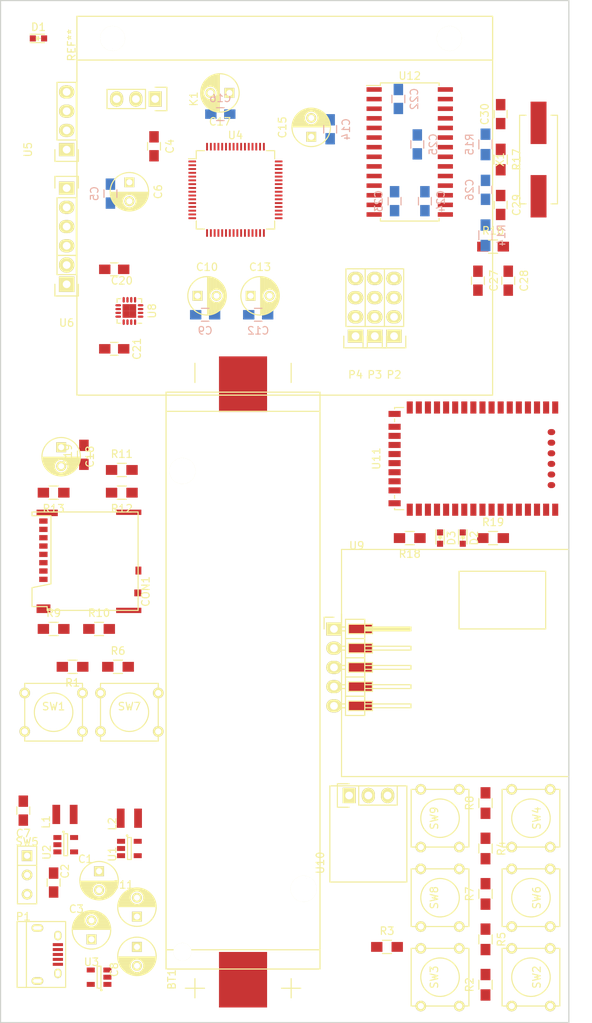
<source format=kicad_pcb>
(kicad_pcb (version 4) (host pcbnew 4.0.2-stable)

  (general
    (links 258)
    (no_connects 258)
    (area 36.924999 39.924999 112.075001 175.075001)
    (thickness 1.6)
    (drawings 4)
    (tracks 0)
    (zones 0)
    (modules 84)
    (nets 77)
  )

  (page A4)
  (title_block
    (title "SenseWalk2: Minimalistic version")
    (rev 1)
    (company "University of Central Florida\\nSenior Design G23\\nBenoit Brummer\\n\\n\\n")
  )

  (layers
    (0 F.Cu signal)
    (31 B.Cu signal)
    (32 B.Adhes user)
    (33 F.Adhes user)
    (34 B.Paste user)
    (35 F.Paste user)
    (36 B.SilkS user)
    (37 F.SilkS user)
    (38 B.Mask user)
    (39 F.Mask user)
    (40 Dwgs.User user)
    (41 Cmts.User user)
    (42 Eco1.User user)
    (43 Eco2.User user)
    (44 Edge.Cuts user)
    (45 Margin user)
    (46 B.CrtYd user)
    (47 F.CrtYd user)
    (48 B.Fab user)
    (49 F.Fab user)
  )

  (setup
    (last_trace_width 0.25)
    (user_trace_width 0.4)
    (user_trace_width 0.5)
    (user_trace_width 0.75)
    (user_trace_width 1)
    (user_trace_width 1.25)
    (user_trace_width 1.5)
    (user_trace_width 1.75)
    (trace_clearance 0.2)
    (zone_clearance 0.508)
    (zone_45_only yes)
    (trace_min 0.2)
    (segment_width 0.2)
    (edge_width 0.15)
    (via_size 0.6)
    (via_drill 0.4)
    (via_min_size 0.4)
    (via_min_drill 0.3)
    (uvia_size 0.3)
    (uvia_drill 0.1)
    (uvias_allowed no)
    (uvia_min_size 0.2)
    (uvia_min_drill 0.1)
    (pcb_text_width 0.3)
    (pcb_text_size 1.5 1.5)
    (mod_edge_width 0.15)
    (mod_text_size 1 1)
    (mod_text_width 0.15)
    (pad_size 1.524 1.524)
    (pad_drill 0.762)
    (pad_to_mask_clearance 0.2)
    (aux_axis_origin 0 0)
    (visible_elements FFFEFF7F)
    (pcbplotparams
      (layerselection 0x00030_80000001)
      (usegerberextensions false)
      (excludeedgelayer true)
      (linewidth 0.100000)
      (plotframeref false)
      (viasonmask false)
      (mode 1)
      (useauxorigin false)
      (hpglpennumber 1)
      (hpglpenspeed 20)
      (hpglpendiameter 15)
      (hpglpenoverlay 2)
      (psnegative false)
      (psa4output false)
      (plotreference true)
      (plotvalue true)
      (plotinvisibletext false)
      (padsonsilk false)
      (subtractmaskfromsilk false)
      (outputformat 1)
      (mirror false)
      (drillshape 1)
      (scaleselection 1)
      (outputdirectory pdf/))
  )

  (net 0 "")
  (net 1 "Net-(BT1-Pad1)")
  (net 2 GND)
  (net 3 +BATT)
  (net 4 +5V)
  (net 5 +3V3)
  (net 6 PD2_SD-CMD)
  (net 7 PC10_SD-D2)
  (net 8 PC11_SD-D3)
  (net 9 PC12_SD-CK)
  (net 10 PC8_SD-D0)
  (net 11 PC9_SD-D1)
  (net 12 PA15_SD-DET)
  (net 13 "Net-(L2-Pad1)")
  (net 14 /in5)
  (net 15 /in6)
  (net 16 /in7)
  (net 17 /in8)
  (net 18 /in1)
  (net 19 /in2)
  (net 20 /in3)
  (net 21 /in4)
  (net 22 PC13_dbg)
  (net 23 NRST)
  (net 24 PC0_MP3-SCL)
  (net 25 PC1_MP3-SDA)
  (net 26 PC2_MAG-MISO)
  (net 27 PA0_las)
  (net 28 PA1_las)
  (net 29 PA2_UART)
  (net 30 PA3_UART)
  (net 31 PA4_BTpcm-Sync)
  (net 32 PA5_MP3-SCK)
  (net 33 PA6_BT-RTS)
  (net 34 PA7_MP3-SDI)
  (net 35 PC4_BT-RX)
  (net 36 PC5_BT-TX)
  (net 37 PB1_BT-CTS)
  (net 38 PB2_BT-GP2)
  (net 39 PB10_MAG-SPC)
  (net 40 "Net-(D1-Pad2)")
  (net 41 PB12_MAG-INT)
  (net 42 PB13_MAG-TRIG)
  (net 43 PB14_MP3-RST)
  (net 44 PB15_MAG-MOSI)
  (net 45 PC6_MP3-DR)
  (net 46 PA9_GPS-RX)
  (net 47 PA13_dbg)
  (net 48 PA14_dbg)
  (net 49 PB3_BTpcm-CLK)
  (net 50 PB5_BTpcm-IN)
  (net 51 PB7_GPS-TX)
  (net 52 PB9_MAG-CS)
  (net 53 "Net-(P4-Pad4)")
  (net 54 "Net-(P4-Pad1)")
  (net 55 "Net-(P4-Pad2)")
  (net 56 "Net-(C26-Pad1)")
  (net 57 "Net-(C28-Pad1)")
  (net 58 "Net-(C29-Pad1)")
  (net 59 "Net-(C27-Pad1)")
  (net 60 "Net-(D2-Pad2)")
  (net 61 "Net-(D2-Pad1)")
  (net 62 "Net-(D3-Pad2)")
  (net 63 "Net-(D3-Pad1)")
  (net 64 "Net-(P3-Pad1)")
  (net 65 "Net-(P3-Pad2)")
  (net 66 "Net-(P3-Pad3)")
  (net 67 "Net-(P3-Pad4)")
  (net 68 "Net-(L1-Pad2)")
  (net 69 "Net-(C3-Pad2)")
  (net 70 "Net-(C26-Pad2)")
  (net 71 "Net-(C30-Pad1)")
  (net 72 PB0_mic)
  (net 73 PB11_BT-GP9)
  (net 74 x-in-1)
  (net 75 x-in-2)
  (net 76 x-in-3)

  (net_class Default "This is the default net class."
    (clearance 0.2)
    (trace_width 0.25)
    (via_dia 0.6)
    (via_drill 0.4)
    (uvia_dia 0.3)
    (uvia_drill 0.1)
    (add_net +3V3)
    (add_net +5V)
    (add_net +BATT)
    (add_net /in1)
    (add_net /in2)
    (add_net /in3)
    (add_net /in4)
    (add_net /in5)
    (add_net /in6)
    (add_net /in7)
    (add_net /in8)
    (add_net GND)
    (add_net NRST)
    (add_net "Net-(BT1-Pad1)")
    (add_net "Net-(C26-Pad1)")
    (add_net "Net-(C26-Pad2)")
    (add_net "Net-(C27-Pad1)")
    (add_net "Net-(C28-Pad1)")
    (add_net "Net-(C29-Pad1)")
    (add_net "Net-(C3-Pad2)")
    (add_net "Net-(C30-Pad1)")
    (add_net "Net-(D1-Pad2)")
    (add_net "Net-(D2-Pad1)")
    (add_net "Net-(D2-Pad2)")
    (add_net "Net-(D3-Pad1)")
    (add_net "Net-(D3-Pad2)")
    (add_net "Net-(L1-Pad2)")
    (add_net "Net-(L2-Pad1)")
    (add_net "Net-(P3-Pad1)")
    (add_net "Net-(P3-Pad2)")
    (add_net "Net-(P3-Pad3)")
    (add_net "Net-(P3-Pad4)")
    (add_net "Net-(P4-Pad1)")
    (add_net "Net-(P4-Pad2)")
    (add_net "Net-(P4-Pad4)")
    (add_net PA0_las)
    (add_net PA13_dbg)
    (add_net PA14_dbg)
    (add_net PA15_SD-DET)
    (add_net PA1_las)
    (add_net PA2_UART)
    (add_net PA3_UART)
    (add_net PA4_BTpcm-Sync)
    (add_net PA5_MP3-SCK)
    (add_net PA6_BT-RTS)
    (add_net PA7_MP3-SDI)
    (add_net PA9_GPS-RX)
    (add_net PB0_mic)
    (add_net PB10_MAG-SPC)
    (add_net PB11_BT-GP9)
    (add_net PB12_MAG-INT)
    (add_net PB13_MAG-TRIG)
    (add_net PB14_MP3-RST)
    (add_net PB15_MAG-MOSI)
    (add_net PB1_BT-CTS)
    (add_net PB2_BT-GP2)
    (add_net PB3_BTpcm-CLK)
    (add_net PB5_BTpcm-IN)
    (add_net PB7_GPS-TX)
    (add_net PB9_MAG-CS)
    (add_net PC0_MP3-SCL)
    (add_net PC10_SD-D2)
    (add_net PC11_SD-D3)
    (add_net PC12_SD-CK)
    (add_net PC13_dbg)
    (add_net PC1_MP3-SDA)
    (add_net PC2_MAG-MISO)
    (add_net PC4_BT-RX)
    (add_net PC5_BT-TX)
    (add_net PC6_MP3-DR)
    (add_net PC8_SD-D0)
    (add_net PC9_SD-D1)
    (add_net PD2_SD-CMD)
    (add_net x-in-1)
    (add_net x-in-2)
    (add_net x-in-3)
  )

  (module Capacitors_ThroughHole:C_Radial_D5_L11_P2.5 (layer F.Cu) (tedit 56CBE4A7) (tstamp 56C95E4C)
    (at 50 155 270)
    (descr "Radial Electrolytic Capacitor Diameter 5mm x Length 11mm, Pitch 2.5mm")
    (tags "Electrolytic Capacitor")
    (path /56B9B3BD)
    (fp_text reference C1 (at -1.6 1.8 540) (layer F.SilkS)
      (effects (font (size 1 1) (thickness 0.15)))
    )
    (fp_text value 10uF (at 1.5 0 270) (layer F.Fab)
      (effects (font (size 1 1) (thickness 0.15)))
    )
    (fp_line (start 1.325 -2.499) (end 1.325 2.499) (layer F.SilkS) (width 0.15))
    (fp_line (start 1.465 -2.491) (end 1.465 2.491) (layer F.SilkS) (width 0.15))
    (fp_line (start 1.605 -2.475) (end 1.605 -0.095) (layer F.SilkS) (width 0.15))
    (fp_line (start 1.605 0.095) (end 1.605 2.475) (layer F.SilkS) (width 0.15))
    (fp_line (start 1.745 -2.451) (end 1.745 -0.49) (layer F.SilkS) (width 0.15))
    (fp_line (start 1.745 0.49) (end 1.745 2.451) (layer F.SilkS) (width 0.15))
    (fp_line (start 1.885 -2.418) (end 1.885 -0.657) (layer F.SilkS) (width 0.15))
    (fp_line (start 1.885 0.657) (end 1.885 2.418) (layer F.SilkS) (width 0.15))
    (fp_line (start 2.025 -2.377) (end 2.025 -0.764) (layer F.SilkS) (width 0.15))
    (fp_line (start 2.025 0.764) (end 2.025 2.377) (layer F.SilkS) (width 0.15))
    (fp_line (start 2.165 -2.327) (end 2.165 -0.835) (layer F.SilkS) (width 0.15))
    (fp_line (start 2.165 0.835) (end 2.165 2.327) (layer F.SilkS) (width 0.15))
    (fp_line (start 2.305 -2.266) (end 2.305 -0.879) (layer F.SilkS) (width 0.15))
    (fp_line (start 2.305 0.879) (end 2.305 2.266) (layer F.SilkS) (width 0.15))
    (fp_line (start 2.445 -2.196) (end 2.445 -0.898) (layer F.SilkS) (width 0.15))
    (fp_line (start 2.445 0.898) (end 2.445 2.196) (layer F.SilkS) (width 0.15))
    (fp_line (start 2.585 -2.114) (end 2.585 -0.896) (layer F.SilkS) (width 0.15))
    (fp_line (start 2.585 0.896) (end 2.585 2.114) (layer F.SilkS) (width 0.15))
    (fp_line (start 2.725 -2.019) (end 2.725 -0.871) (layer F.SilkS) (width 0.15))
    (fp_line (start 2.725 0.871) (end 2.725 2.019) (layer F.SilkS) (width 0.15))
    (fp_line (start 2.865 -1.908) (end 2.865 -0.823) (layer F.SilkS) (width 0.15))
    (fp_line (start 2.865 0.823) (end 2.865 1.908) (layer F.SilkS) (width 0.15))
    (fp_line (start 3.005 -1.78) (end 3.005 -0.745) (layer F.SilkS) (width 0.15))
    (fp_line (start 3.005 0.745) (end 3.005 1.78) (layer F.SilkS) (width 0.15))
    (fp_line (start 3.145 -1.631) (end 3.145 -0.628) (layer F.SilkS) (width 0.15))
    (fp_line (start 3.145 0.628) (end 3.145 1.631) (layer F.SilkS) (width 0.15))
    (fp_line (start 3.285 -1.452) (end 3.285 -0.44) (layer F.SilkS) (width 0.15))
    (fp_line (start 3.285 0.44) (end 3.285 1.452) (layer F.SilkS) (width 0.15))
    (fp_line (start 3.425 -1.233) (end 3.425 1.233) (layer F.SilkS) (width 0.15))
    (fp_line (start 3.565 -0.944) (end 3.565 0.944) (layer F.SilkS) (width 0.15))
    (fp_line (start 3.705 -0.472) (end 3.705 0.472) (layer F.SilkS) (width 0.15))
    (fp_circle (center 2.5 0) (end 2.5 -0.9) (layer F.SilkS) (width 0.15))
    (fp_circle (center 1.25 0) (end 1.25 -2.5375) (layer F.SilkS) (width 0.15))
    (fp_circle (center 1.25 0) (end 1.25 -2.8) (layer F.CrtYd) (width 0.05))
    (pad 1 thru_hole rect (at 0 0 270) (size 1.3 1.3) (drill 0.8) (layers *.Cu *.Mask F.SilkS)
      (net 3 +BATT))
    (pad 2 thru_hole circle (at 2.5 0 270) (size 1.3 1.3) (drill 0.8) (layers *.Cu *.Mask F.SilkS)
      (net 2 GND))
    (model Capacitors_ThroughHole.3dshapes/C_Radial_D5_L11_P2.5.wrl
      (at (xyz 0.049213 0 0))
      (scale (xyz 1 1 1))
      (rotate (xyz 0 0 90))
    )
  )

  (module con-trougnouf:MicroSD (layer F.Cu) (tedit 56CD09D4) (tstamp 56C96B0E)
    (at 42.65 112.05 90)
    (path /56C194C9)
    (fp_text reference CON1 (at -6 13.5 90) (layer F.SilkS)
      (effects (font (size 1 1) (thickness 0.15)))
    )
    (fp_text value uSD_Card (at 1 13.5 90) (layer F.Fab)
      (effects (font (size 1 1) (thickness 0.15)))
    )
    (fp_line (start -8 -0.5) (end -8 -1.5) (layer F.SilkS) (width 0.15))
    (fp_line (start -8 -1.5) (end -5.5 -1.5) (layer F.SilkS) (width 0.15))
    (fp_line (start -5.5 -1.5) (end -5 1) (layer F.SilkS) (width 0.15))
    (fp_line (start -5 1) (end 4 1) (layer F.SilkS) (width 0.15))
    (fp_line (start 4 1) (end 4 -1.5) (layer F.SilkS) (width 0.15))
    (fp_line (start 4 -1.5) (end 4.5 -1.5) (layer F.SilkS) (width 0.15))
    (fp_line (start 4.5 -1.5) (end 4.5 12.5) (layer F.SilkS) (width 0.15))
    (fp_line (start 4.5 12.5) (end -8.5 12.5) (layer F.SilkS) (width 0.15))
    (fp_line (start -8.5 12.5) (end -8.5 0.5) (layer F.SilkS) (width 0.15))
    (fp_line (start -8.5 0.5) (end -8 0.5) (layer F.SilkS) (width 0.15))
    (fp_line (start -8 0.5) (end -8 -0.5) (layer F.SilkS) (width 0.15))
    (pad 6 smd rect (at -2.2 0 90) (size 0.7 1.1) (layers F.Cu F.Paste F.Mask)
      (net 2 GND))
    (pad 3 smd rect (at 1.1 0 90) (size 0.7 1.1) (layers F.Cu F.Paste F.Mask)
      (net 6 PD2_SD-CMD))
    (pad ~ smd rect (at 4.38 0.5 90) (size 0.86 2.8) (layers F.Cu F.Paste F.Mask))
    (pad 1 smd rect (at 3.3 0 90) (size 0.7 1.1) (layers F.Cu F.Paste F.Mask)
      (net 7 PC10_SD-D2))
    (pad 2 smd rect (at 2.2 0 90) (size 0.7 1.1) (layers F.Cu F.Paste F.Mask)
      (net 8 PC11_SD-D3))
    (pad 4 smd rect (at 0 0 90) (size 0.7 1.1) (layers F.Cu F.Paste F.Mask)
      (net 5 +3V3))
    (pad 5 smd rect (at -1.1 0 90) (size 0.7 1.1) (layers F.Cu F.Paste F.Mask)
      (net 9 PC12_SD-CK))
    (pad 7 smd rect (at -3.3 0 90) (size 0.7 1.1) (layers F.Cu F.Paste F.Mask)
      (net 10 PC8_SD-D0))
    (pad 8 smd rect (at -4.4 0 90) (size 0.7 1.1) (layers F.Cu F.Paste F.Mask)
      (net 11 PC9_SD-D1))
    (pad ~ smd rect (at -8.28 0.015 90) (size 1.14 1.83) (layers F.Cu F.Paste F.Mask))
    (pad ~ smd rect (at -8.5 11.265 90) (size 0.7 3.33) (layers F.Cu F.Paste F.Mask))
    (pad 6 smd rect (at -6.19 12.465 90) (size 0.9 0.93) (layers F.Cu F.Paste F.Mask)
      (net 2 GND))
    (pad 9 smd rect (at -3.24 12.54 90) (size 1.05 0.78) (layers F.Cu F.Paste F.Mask)
      (net 12 PA15_SD-DET))
    (pad ~ smd rect (at 4.46 11.265 90) (size 0.7 3.33) (layers F.Cu F.Paste F.Mask))
  )

  (module BT:RN-52 (layer F.Cu) (tedit 55A59B3F) (tstamp 56C96415)
    (at 102 100.5 270)
    (path /56BFE3AB)
    (fp_text reference U11 (at 0 15.4 270) (layer F.SilkS)
      (effects (font (size 1 1) (thickness 0.15)))
    )
    (fp_text value RN-52 (at 0 0 270) (layer F.Fab)
      (effects (font (size 1 1) (thickness 0.15)))
    )
    (fp_line (start 4.85 13) (end 5.25 13) (layer F.SilkS) (width 0.15))
    (fp_line (start -5.25 13) (end -4.85 13) (layer F.SilkS) (width 0.15))
    (fp_line (start -6.75 -13) (end -6.75 -8.4) (layer B.CrtYd) (width 0.15))
    (fp_line (start -6.75 -8.4) (end 6.75 -8.4) (layer B.CrtYd) (width 0.15))
    (fp_line (start 6.75 -8.4) (end 6.75 -13) (layer B.CrtYd) (width 0.15))
    (fp_line (start 6.75 -13) (end -6.75 -13) (layer B.CrtYd) (width 0.15))
    (fp_line (start -6.75 -9) (end -7.75 -9) (layer F.CrtYd) (width 0.15))
    (fp_line (start -7.75 -9) (end -7.75 14) (layer F.CrtYd) (width 0.15))
    (fp_line (start -7.75 14) (end 8.05 14) (layer F.CrtYd) (width 0.15))
    (fp_line (start 8.05 14) (end 8.05 -9) (layer F.CrtYd) (width 0.15))
    (fp_line (start 8.05 -9) (end 6.75 -9) (layer F.CrtYd) (width 0.15))
    (fp_line (start -6.75 -9) (end -6.75 -13) (layer F.CrtYd) (width 0.15))
    (fp_line (start -6.75 -13) (end 6.75 -13) (layer F.CrtYd) (width 0.15))
    (fp_line (start 6.75 -13) (end 6.75 -9) (layer F.CrtYd) (width 0.15))
    (fp_line (start 6.75 13) (end 6.55 13) (layer F.SilkS) (width 0.15))
    (fp_line (start 6.75 11.8) (end 6.75 13) (layer F.SilkS) (width 0.15))
    (fp_line (start -6.75 11.8) (end -6.75 13) (layer F.SilkS) (width 0.15))
    (fp_line (start -6.75 13) (end -6.55 13) (layer F.SilkS) (width 0.15))
    (fp_text user "GND Edge" (at 0 -9.5 270) (layer F.Fab)
      (effects (font (size 1 1) (thickness 0.15)))
    )
    (fp_line (start -6.75 -8.4) (end 6.75 -8.4) (layer F.Fab) (width 0.15))
    (pad 28 smd rect (at 6.75 11 270) (size 1.6 0.8) (layers F.Cu F.Paste F.Mask))
    (pad 27 smd rect (at 5.9 13 270) (size 0.8 1.6) (layers F.Cu F.Paste F.Mask)
      (net 2 GND))
    (pad 19 smd rect (at -4.2 13 270) (size 0.8 1.6) (layers F.Cu F.Paste F.Mask))
    (pad 1 smd rect (at -6.75 -8.2 270) (size 1.6 0.8) (layers F.Cu F.Paste F.Mask)
      (net 2 GND))
    (pad 2 smd rect (at -6.75 -7 270) (size 1.6 0.8) (layers F.Cu F.Paste F.Mask)
      (net 38 PB2_BT-GP2))
    (pad 3 smd rect (at -6.75 -5.8 270) (size 1.6 0.8) (layers F.Cu F.Paste F.Mask))
    (pad 4 smd rect (at -6.75 -4.6 270) (size 1.6 0.8) (layers F.Cu F.Paste F.Mask))
    (pad 5 smd rect (at -6.75 -3.4 270) (size 1.6 0.8) (layers F.Cu F.Paste F.Mask))
    (pad 6 smd rect (at -6.75 -2.2 270) (size 1.6 0.8) (layers F.Cu F.Paste F.Mask))
    (pad 7 smd rect (at -6.75 -1 270) (size 1.6 0.8) (layers F.Cu F.Paste F.Mask))
    (pad 8 smd rect (at -6.75 0.2 270) (size 1.6 0.8) (layers F.Cu F.Paste F.Mask))
    (pad 9 smd rect (at -6.75 1.4 270) (size 1.6 0.8) (layers F.Cu F.Paste F.Mask))
    (pad 10 smd rect (at -6.75 2.6 270) (size 1.6 0.8) (layers F.Cu F.Paste F.Mask))
    (pad 11 smd rect (at -6.75 3.8 270) (size 1.6 0.8) (layers F.Cu F.Paste F.Mask)
      (net 73 PB11_BT-GP9))
    (pad 12 smd rect (at -6.75 5 270) (size 1.6 0.8) (layers F.Cu F.Paste F.Mask))
    (pad 13 smd rect (at -6.75 6.2 270) (size 1.6 0.8) (layers F.Cu F.Paste F.Mask))
    (pad 14 smd rect (at -6.75 7.4 270) (size 1.6 0.8) (layers F.Cu F.Paste F.Mask)
      (net 33 PA6_BT-RTS))
    (pad 15 smd rect (at -6.75 8.6 270) (size 1.6 0.8) (layers F.Cu F.Paste F.Mask)
      (net 37 PB1_BT-CTS))
    (pad 16 smd rect (at -6.75 9.8 270) (size 1.6 0.8) (layers F.Cu F.Paste F.Mask)
      (net 36 PC5_BT-TX))
    (pad 17 smd rect (at -6.75 11 270) (size 1.6 0.8) (layers F.Cu F.Paste F.Mask)
      (net 35 PC4_BT-RX))
    (pad 18 smd rect (at -5.9 13 270) (size 0.8 1.6) (layers F.Cu F.Paste F.Mask)
      (net 2 GND))
    (pad 20 smd rect (at -3 13 270) (size 0.8 1.6) (layers F.Cu F.Paste F.Mask))
    (pad 21 smd rect (at -1.8 13 270) (size 0.8 1.6) (layers F.Cu F.Paste F.Mask)
      (net 5 +3V3))
    (pad 22 smd rect (at -0.6 13 270) (size 0.8 1.6) (layers F.Cu F.Paste F.Mask)
      (net 5 +3V3))
    (pad 23 smd rect (at 0.6 13 270) (size 0.8 1.6) (layers F.Cu F.Paste F.Mask)
      (net 67 "Net-(P3-Pad4)"))
    (pad 24 smd rect (at 1.8 13 270) (size 0.8 1.6) (layers F.Cu F.Paste F.Mask)
      (net 66 "Net-(P3-Pad3)"))
    (pad 25 smd rect (at 3 13 270) (size 0.8 1.6) (layers F.Cu F.Paste F.Mask)
      (net 65 "Net-(P3-Pad2)"))
    (pad 26 smd rect (at 4.2 13 270) (size 0.8 1.6) (layers F.Cu F.Paste F.Mask)
      (net 64 "Net-(P3-Pad1)"))
    (pad 29 smd rect (at 6.75 9.8 270) (size 1.6 0.8) (layers F.Cu F.Paste F.Mask))
    (pad 30 smd rect (at 6.75 8.6 270) (size 1.6 0.8) (layers F.Cu F.Paste F.Mask))
    (pad 31 smd rect (at 6.75 7.4 270) (size 1.6 0.8) (layers F.Cu F.Paste F.Mask))
    (pad 32 smd rect (at 6.75 6.2 270) (size 1.6 0.8) (layers F.Cu F.Paste F.Mask)
      (net 63 "Net-(D3-Pad1)"))
    (pad 33 smd rect (at 6.75 5 270) (size 1.6 0.8) (layers F.Cu F.Paste F.Mask)
      (net 61 "Net-(D2-Pad1)"))
    (pad 34 smd rect (at 6.75 3.8 270) (size 1.6 0.8) (layers F.Cu F.Paste F.Mask))
    (pad 35 smd rect (at 6.75 2.6 270) (size 1.6 0.8) (layers F.Cu F.Paste F.Mask))
    (pad 36 smd rect (at 6.75 1.4 270) (size 1.6 0.8) (layers F.Cu F.Paste F.Mask))
    (pad 37 smd rect (at 6.75 0.2 270) (size 1.6 0.8) (layers F.Cu F.Paste F.Mask))
    (pad 38 smd rect (at 6.75 -1 270) (size 1.6 0.8) (layers F.Cu F.Paste F.Mask))
    (pad 39 smd rect (at 6.75 -2.2 270) (size 1.6 0.8) (layers F.Cu F.Paste F.Mask)
      (net 2 GND))
    (pad 40 smd rect (at 6.75 -3.4 270) (size 1.6 0.8) (layers F.Cu F.Paste F.Mask))
    (pad 41 smd rect (at 6.75 -4.6 270) (size 1.6 0.8) (layers F.Cu F.Paste F.Mask))
    (pad 42 smd rect (at 6.75 -5.8 270) (size 1.6 0.8) (layers F.Cu F.Paste F.Mask))
    (pad 43 smd rect (at 6.75 -7 270) (size 1.6 0.8) (layers F.Cu F.Paste F.Mask))
    (pad 44 smd rect (at 6.75 -8.2 270) (size 1.6 0.8) (layers F.Cu F.Paste F.Mask)
      (net 2 GND))
    (pad 45 smd oval (at 3.5 -7.7 270) (size 0.8 1) (layers F.Cu F.Paste F.Mask)
      (net 2 GND))
    (pad 46 smd oval (at 2.1 -7.7 270) (size 0.8 1) (layers F.Cu F.Paste F.Mask)
      (net 2 GND))
    (pad 47 smd oval (at 0.7 -7.7 270) (size 0.8 1) (layers F.Cu F.Paste F.Mask)
      (net 2 GND))
    (pad 48 smd oval (at -0.7 -7.7 270) (size 0.8 1) (layers F.Cu F.Paste F.Mask)
      (net 2 GND))
    (pad 49 smd oval (at -2.1 -7.7 270) (size 0.8 1) (layers F.Cu F.Paste F.Mask)
      (net 2 GND))
    (pad 50 smd oval (at -3.5 -7.7 270) (size 0.8 1) (layers F.Cu F.Paste F.Mask)
      (net 2 GND))
  )

  (module con-trougnouf:18650BatteryHolder (layer F.Cu) (tedit 56CBE491) (tstamp 56C95E46)
    (at 69 173 270)
    (descr http://keyelco.com/product-pdf.cfm?p=13957)
    (tags " Keystone Electronics 1042P")
    (path /56B971E8)
    (fp_text reference BT1 (at -3.7 9.4 270) (layer F.SilkS)
      (effects (font (size 1 1) (thickness 0.15)))
    )
    (fp_text value Battery (at -29 0 270) (layer F.Fab)
      (effects (font (size 1 1) (thickness 0.15)))
    )
    (fp_line (start -2.54 5.08) (end -2.54 7.62) (layer F.SilkS) (width 0.15))
    (fp_line (start -3.81 6.35) (end -1.27 6.35) (layer F.SilkS) (width 0.15))
    (fp_line (start -2.54 -7.62) (end -2.54 -5.08) (layer F.SilkS) (width 0.15))
    (fp_line (start -3.81 -6.35) (end -1.27 -6.35) (layer F.SilkS) (width 0.15))
    (fp_line (start -85.09 6.35) (end -82.55 6.35) (layer F.SilkS) (width 0.15))
    (fp_line (start -82.55 -6.35) (end -85.09 -6.35) (layer F.SilkS) (width 0.15))
    (fp_line (start -78.74 -10.16) (end -81.28 -10.16) (layer F.SilkS) (width 0.15))
    (fp_line (start -81.28 -10.16) (end -81.28 10.16) (layer F.SilkS) (width 0.15))
    (fp_line (start -81.28 10.16) (end -78.74 10.16) (layer F.SilkS) (width 0.15))
    (fp_line (start -7.62 10.16) (end -6.35 10.16) (layer F.SilkS) (width 0.15))
    (fp_line (start -6.35 10.16) (end -5.08 10.16) (layer F.SilkS) (width 0.15))
    (fp_line (start -5.08 10.16) (end -5.08 -10.16) (layer F.SilkS) (width 0.15))
    (fp_line (start -5.08 -10.16) (end -7.62 -10.16) (layer F.SilkS) (width 0.15))
    (fp_line (start -7.62 -10.16) (end -7.62 10.16) (layer F.SilkS) (width 0.15))
    (fp_line (start -7.62 10.16) (end -78.74 10.16) (layer F.SilkS) (width 0.15))
    (fp_line (start -78.74 10.16) (end -78.74 -10.16) (layer F.SilkS) (width 0.15))
    (fp_line (start -78.74 -10.16) (end -7.62 -10.16) (layer F.SilkS) (width 0.15))
    (pad "" np_thru_hole oval (at -70.87 8 270) (size 3.45 3.45) (drill 3.45) (layers *.Cu *.Mask F.SilkS))
    (pad 1 smd rect (at -3.67 0 270) (size 7.34 6.35) (layers F.Cu F.Paste F.Mask)
      (net 1 "Net-(BT1-Pad1)"))
    (pad 2 smd rect (at -82.33 0 270) (size 7.34 6.35) (layers F.Cu F.Paste F.Mask)
      (net 2 GND))
    (pad "" np_thru_hole oval (at -7.34 8 270) (size 2.39 2.39) (drill 2.39) (layers *.Cu *.Mask F.SilkS))
    (pad "" np_thru_hole oval (at -15.67 -8 270) (size 3.45 3.45) (drill 3.45) (layers *.Cu *.Mask F.SilkS))
  )

  (module Capacitors_ThroughHole:C_Radial_D5_L11_P2.5 (layer F.Cu) (tedit 56CA7DDC) (tstamp 56C95E58)
    (at 49 164 90)
    (descr "Radial Electrolytic Capacitor Diameter 5mm x Length 11mm, Pitch 2.5mm")
    (tags "Electrolytic Capacitor")
    (path /56B99A60)
    (fp_text reference C3 (at 4 -2 180) (layer F.SilkS)
      (effects (font (size 1 1) (thickness 0.15)))
    )
    (fp_text value 1uF (at 1 0 180) (layer F.Fab)
      (effects (font (size 1 1) (thickness 0.15)))
    )
    (fp_line (start 1.325 -2.499) (end 1.325 2.499) (layer F.SilkS) (width 0.15))
    (fp_line (start 1.465 -2.491) (end 1.465 2.491) (layer F.SilkS) (width 0.15))
    (fp_line (start 1.605 -2.475) (end 1.605 -0.095) (layer F.SilkS) (width 0.15))
    (fp_line (start 1.605 0.095) (end 1.605 2.475) (layer F.SilkS) (width 0.15))
    (fp_line (start 1.745 -2.451) (end 1.745 -0.49) (layer F.SilkS) (width 0.15))
    (fp_line (start 1.745 0.49) (end 1.745 2.451) (layer F.SilkS) (width 0.15))
    (fp_line (start 1.885 -2.418) (end 1.885 -0.657) (layer F.SilkS) (width 0.15))
    (fp_line (start 1.885 0.657) (end 1.885 2.418) (layer F.SilkS) (width 0.15))
    (fp_line (start 2.025 -2.377) (end 2.025 -0.764) (layer F.SilkS) (width 0.15))
    (fp_line (start 2.025 0.764) (end 2.025 2.377) (layer F.SilkS) (width 0.15))
    (fp_line (start 2.165 -2.327) (end 2.165 -0.835) (layer F.SilkS) (width 0.15))
    (fp_line (start 2.165 0.835) (end 2.165 2.327) (layer F.SilkS) (width 0.15))
    (fp_line (start 2.305 -2.266) (end 2.305 -0.879) (layer F.SilkS) (width 0.15))
    (fp_line (start 2.305 0.879) (end 2.305 2.266) (layer F.SilkS) (width 0.15))
    (fp_line (start 2.445 -2.196) (end 2.445 -0.898) (layer F.SilkS) (width 0.15))
    (fp_line (start 2.445 0.898) (end 2.445 2.196) (layer F.SilkS) (width 0.15))
    (fp_line (start 2.585 -2.114) (end 2.585 -0.896) (layer F.SilkS) (width 0.15))
    (fp_line (start 2.585 0.896) (end 2.585 2.114) (layer F.SilkS) (width 0.15))
    (fp_line (start 2.725 -2.019) (end 2.725 -0.871) (layer F.SilkS) (width 0.15))
    (fp_line (start 2.725 0.871) (end 2.725 2.019) (layer F.SilkS) (width 0.15))
    (fp_line (start 2.865 -1.908) (end 2.865 -0.823) (layer F.SilkS) (width 0.15))
    (fp_line (start 2.865 0.823) (end 2.865 1.908) (layer F.SilkS) (width 0.15))
    (fp_line (start 3.005 -1.78) (end 3.005 -0.745) (layer F.SilkS) (width 0.15))
    (fp_line (start 3.005 0.745) (end 3.005 1.78) (layer F.SilkS) (width 0.15))
    (fp_line (start 3.145 -1.631) (end 3.145 -0.628) (layer F.SilkS) (width 0.15))
    (fp_line (start 3.145 0.628) (end 3.145 1.631) (layer F.SilkS) (width 0.15))
    (fp_line (start 3.285 -1.452) (end 3.285 -0.44) (layer F.SilkS) (width 0.15))
    (fp_line (start 3.285 0.44) (end 3.285 1.452) (layer F.SilkS) (width 0.15))
    (fp_line (start 3.425 -1.233) (end 3.425 1.233) (layer F.SilkS) (width 0.15))
    (fp_line (start 3.565 -0.944) (end 3.565 0.944) (layer F.SilkS) (width 0.15))
    (fp_line (start 3.705 -0.472) (end 3.705 0.472) (layer F.SilkS) (width 0.15))
    (fp_circle (center 2.5 0) (end 2.5 -0.9) (layer F.SilkS) (width 0.15))
    (fp_circle (center 1.25 0) (end 1.25 -2.5375) (layer F.SilkS) (width 0.15))
    (fp_circle (center 1.25 0) (end 1.25 -2.8) (layer F.CrtYd) (width 0.05))
    (pad 1 thru_hole rect (at 0 0 90) (size 1.3 1.3) (drill 0.8) (layers *.Cu *.Mask F.SilkS)
      (net 2 GND))
    (pad 2 thru_hole circle (at 2.5 0 90) (size 1.3 1.3) (drill 0.8) (layers *.Cu *.Mask F.SilkS)
      (net 69 "Net-(C3-Pad2)"))
    (model Capacitors_ThroughHole.3dshapes/C_Radial_D5_L11_P2.5.wrl
      (at (xyz 0.049213 0 0))
      (scale (xyz 1 1 1))
      (rotate (xyz 0 0 90))
    )
  )

  (module Capacitors_SMD:C_0805_HandSoldering (layer F.Cu) (tedit 541A9B8D) (tstamp 56C95E5E)
    (at 57.25 59.25 270)
    (descr "Capacitor SMD 0805, hand soldering")
    (tags "capacitor 0805")
    (path /56C98142)
    (attr smd)
    (fp_text reference C4 (at 0 -2.1 270) (layer F.SilkS)
      (effects (font (size 1 1) (thickness 0.15)))
    )
    (fp_text value 0.1uF (at 0 2.1 270) (layer F.Fab)
      (effects (font (size 1 1) (thickness 0.15)))
    )
    (fp_line (start -2.3 -1) (end 2.3 -1) (layer F.CrtYd) (width 0.05))
    (fp_line (start -2.3 1) (end 2.3 1) (layer F.CrtYd) (width 0.05))
    (fp_line (start -2.3 -1) (end -2.3 1) (layer F.CrtYd) (width 0.05))
    (fp_line (start 2.3 -1) (end 2.3 1) (layer F.CrtYd) (width 0.05))
    (fp_line (start 0.5 -0.85) (end -0.5 -0.85) (layer F.SilkS) (width 0.15))
    (fp_line (start -0.5 0.85) (end 0.5 0.85) (layer F.SilkS) (width 0.15))
    (pad 1 smd rect (at -1.25 0 270) (size 1.5 1.25) (layers F.Cu F.Paste F.Mask)
      (net 2 GND))
    (pad 2 smd rect (at 1.25 0 270) (size 1.5 1.25) (layers F.Cu F.Paste F.Mask)
      (net 5 +3V3))
    (model Capacitors_SMD.3dshapes/C_0805_HandSoldering.wrl
      (at (xyz 0 0 0))
      (scale (xyz 1 1 1))
      (rotate (xyz 0 0 0))
    )
  )

  (module Capacitors_ThroughHole:C_Radial_D5_L11_P2.5 (layer F.Cu) (tedit 0) (tstamp 56C95E6A)
    (at 54 64 270)
    (descr "Radial Electrolytic Capacitor Diameter 5mm x Length 11mm, Pitch 2.5mm")
    (tags "Electrolytic Capacitor")
    (path /56CA080D)
    (fp_text reference C6 (at 1.25 -3.8 270) (layer F.SilkS)
      (effects (font (size 1 1) (thickness 0.15)))
    )
    (fp_text value 4.7uF (at 1.25 3.8 270) (layer F.Fab)
      (effects (font (size 1 1) (thickness 0.15)))
    )
    (fp_line (start 1.325 -2.499) (end 1.325 2.499) (layer F.SilkS) (width 0.15))
    (fp_line (start 1.465 -2.491) (end 1.465 2.491) (layer F.SilkS) (width 0.15))
    (fp_line (start 1.605 -2.475) (end 1.605 -0.095) (layer F.SilkS) (width 0.15))
    (fp_line (start 1.605 0.095) (end 1.605 2.475) (layer F.SilkS) (width 0.15))
    (fp_line (start 1.745 -2.451) (end 1.745 -0.49) (layer F.SilkS) (width 0.15))
    (fp_line (start 1.745 0.49) (end 1.745 2.451) (layer F.SilkS) (width 0.15))
    (fp_line (start 1.885 -2.418) (end 1.885 -0.657) (layer F.SilkS) (width 0.15))
    (fp_line (start 1.885 0.657) (end 1.885 2.418) (layer F.SilkS) (width 0.15))
    (fp_line (start 2.025 -2.377) (end 2.025 -0.764) (layer F.SilkS) (width 0.15))
    (fp_line (start 2.025 0.764) (end 2.025 2.377) (layer F.SilkS) (width 0.15))
    (fp_line (start 2.165 -2.327) (end 2.165 -0.835) (layer F.SilkS) (width 0.15))
    (fp_line (start 2.165 0.835) (end 2.165 2.327) (layer F.SilkS) (width 0.15))
    (fp_line (start 2.305 -2.266) (end 2.305 -0.879) (layer F.SilkS) (width 0.15))
    (fp_line (start 2.305 0.879) (end 2.305 2.266) (layer F.SilkS) (width 0.15))
    (fp_line (start 2.445 -2.196) (end 2.445 -0.898) (layer F.SilkS) (width 0.15))
    (fp_line (start 2.445 0.898) (end 2.445 2.196) (layer F.SilkS) (width 0.15))
    (fp_line (start 2.585 -2.114) (end 2.585 -0.896) (layer F.SilkS) (width 0.15))
    (fp_line (start 2.585 0.896) (end 2.585 2.114) (layer F.SilkS) (width 0.15))
    (fp_line (start 2.725 -2.019) (end 2.725 -0.871) (layer F.SilkS) (width 0.15))
    (fp_line (start 2.725 0.871) (end 2.725 2.019) (layer F.SilkS) (width 0.15))
    (fp_line (start 2.865 -1.908) (end 2.865 -0.823) (layer F.SilkS) (width 0.15))
    (fp_line (start 2.865 0.823) (end 2.865 1.908) (layer F.SilkS) (width 0.15))
    (fp_line (start 3.005 -1.78) (end 3.005 -0.745) (layer F.SilkS) (width 0.15))
    (fp_line (start 3.005 0.745) (end 3.005 1.78) (layer F.SilkS) (width 0.15))
    (fp_line (start 3.145 -1.631) (end 3.145 -0.628) (layer F.SilkS) (width 0.15))
    (fp_line (start 3.145 0.628) (end 3.145 1.631) (layer F.SilkS) (width 0.15))
    (fp_line (start 3.285 -1.452) (end 3.285 -0.44) (layer F.SilkS) (width 0.15))
    (fp_line (start 3.285 0.44) (end 3.285 1.452) (layer F.SilkS) (width 0.15))
    (fp_line (start 3.425 -1.233) (end 3.425 1.233) (layer F.SilkS) (width 0.15))
    (fp_line (start 3.565 -0.944) (end 3.565 0.944) (layer F.SilkS) (width 0.15))
    (fp_line (start 3.705 -0.472) (end 3.705 0.472) (layer F.SilkS) (width 0.15))
    (fp_circle (center 2.5 0) (end 2.5 -0.9) (layer F.SilkS) (width 0.15))
    (fp_circle (center 1.25 0) (end 1.25 -2.5375) (layer F.SilkS) (width 0.15))
    (fp_circle (center 1.25 0) (end 1.25 -2.8) (layer F.CrtYd) (width 0.05))
    (pad 1 thru_hole rect (at 0 0 270) (size 1.3 1.3) (drill 0.8) (layers *.Cu *.Mask F.SilkS)
      (net 2 GND))
    (pad 2 thru_hole circle (at 2.5 0 270) (size 1.3 1.3) (drill 0.8) (layers *.Cu *.Mask F.SilkS)
      (net 5 +3V3))
    (model Capacitors_ThroughHole.3dshapes/C_Radial_D5_L11_P2.5.wrl
      (at (xyz 0.049213 0 0))
      (scale (xyz 1 1 1))
      (rotate (xyz 0 0 90))
    )
  )

  (module Capacitors_SMD:C_0805_HandSoldering (layer F.Cu) (tedit 56CA7D73) (tstamp 56C95E70)
    (at 40 147 270)
    (descr "Capacitor SMD 0805, hand soldering")
    (tags "capacitor 0805")
    (path /56D339A8)
    (attr smd)
    (fp_text reference C7 (at 3 0 360) (layer F.SilkS)
      (effects (font (size 1 1) (thickness 0.15)))
    )
    (fp_text value 10uF (at -0.5 0 270) (layer F.Fab)
      (effects (font (size 1 1) (thickness 0.15)))
    )
    (fp_line (start -2.3 -1) (end 2.3 -1) (layer F.CrtYd) (width 0.05))
    (fp_line (start -2.3 1) (end 2.3 1) (layer F.CrtYd) (width 0.05))
    (fp_line (start -2.3 -1) (end -2.3 1) (layer F.CrtYd) (width 0.05))
    (fp_line (start 2.3 -1) (end 2.3 1) (layer F.CrtYd) (width 0.05))
    (fp_line (start 0.5 -0.85) (end -0.5 -0.85) (layer F.SilkS) (width 0.15))
    (fp_line (start -0.5 0.85) (end 0.5 0.85) (layer F.SilkS) (width 0.15))
    (pad 1 smd rect (at -1.25 0 270) (size 1.5 1.25) (layers F.Cu F.Paste F.Mask)
      (net 4 +5V))
    (pad 2 smd rect (at 1.25 0 270) (size 1.5 1.25) (layers F.Cu F.Paste F.Mask)
      (net 2 GND))
    (model Capacitors_SMD.3dshapes/C_0805_HandSoldering.wrl
      (at (xyz 0 0 0))
      (scale (xyz 1 1 1))
      (rotate (xyz 0 0 0))
    )
  )

  (module Capacitors_ThroughHole:C_Radial_D5_L11_P2.5 (layer F.Cu) (tedit 56CA7DD3) (tstamp 56C95E76)
    (at 55 165 270)
    (descr "Radial Electrolytic Capacitor Diameter 5mm x Length 11mm, Pitch 2.5mm")
    (tags "Electrolytic Capacitor")
    (path /56B9A3C3)
    (fp_text reference C8 (at 3 3 270) (layer F.SilkS)
      (effects (font (size 1 1) (thickness 0.15)))
    )
    (fp_text value 1uF (at 1 0 270) (layer F.Fab)
      (effects (font (size 1 1) (thickness 0.15)))
    )
    (fp_line (start 1.325 -2.499) (end 1.325 2.499) (layer F.SilkS) (width 0.15))
    (fp_line (start 1.465 -2.491) (end 1.465 2.491) (layer F.SilkS) (width 0.15))
    (fp_line (start 1.605 -2.475) (end 1.605 -0.095) (layer F.SilkS) (width 0.15))
    (fp_line (start 1.605 0.095) (end 1.605 2.475) (layer F.SilkS) (width 0.15))
    (fp_line (start 1.745 -2.451) (end 1.745 -0.49) (layer F.SilkS) (width 0.15))
    (fp_line (start 1.745 0.49) (end 1.745 2.451) (layer F.SilkS) (width 0.15))
    (fp_line (start 1.885 -2.418) (end 1.885 -0.657) (layer F.SilkS) (width 0.15))
    (fp_line (start 1.885 0.657) (end 1.885 2.418) (layer F.SilkS) (width 0.15))
    (fp_line (start 2.025 -2.377) (end 2.025 -0.764) (layer F.SilkS) (width 0.15))
    (fp_line (start 2.025 0.764) (end 2.025 2.377) (layer F.SilkS) (width 0.15))
    (fp_line (start 2.165 -2.327) (end 2.165 -0.835) (layer F.SilkS) (width 0.15))
    (fp_line (start 2.165 0.835) (end 2.165 2.327) (layer F.SilkS) (width 0.15))
    (fp_line (start 2.305 -2.266) (end 2.305 -0.879) (layer F.SilkS) (width 0.15))
    (fp_line (start 2.305 0.879) (end 2.305 2.266) (layer F.SilkS) (width 0.15))
    (fp_line (start 2.445 -2.196) (end 2.445 -0.898) (layer F.SilkS) (width 0.15))
    (fp_line (start 2.445 0.898) (end 2.445 2.196) (layer F.SilkS) (width 0.15))
    (fp_line (start 2.585 -2.114) (end 2.585 -0.896) (layer F.SilkS) (width 0.15))
    (fp_line (start 2.585 0.896) (end 2.585 2.114) (layer F.SilkS) (width 0.15))
    (fp_line (start 2.725 -2.019) (end 2.725 -0.871) (layer F.SilkS) (width 0.15))
    (fp_line (start 2.725 0.871) (end 2.725 2.019) (layer F.SilkS) (width 0.15))
    (fp_line (start 2.865 -1.908) (end 2.865 -0.823) (layer F.SilkS) (width 0.15))
    (fp_line (start 2.865 0.823) (end 2.865 1.908) (layer F.SilkS) (width 0.15))
    (fp_line (start 3.005 -1.78) (end 3.005 -0.745) (layer F.SilkS) (width 0.15))
    (fp_line (start 3.005 0.745) (end 3.005 1.78) (layer F.SilkS) (width 0.15))
    (fp_line (start 3.145 -1.631) (end 3.145 -0.628) (layer F.SilkS) (width 0.15))
    (fp_line (start 3.145 0.628) (end 3.145 1.631) (layer F.SilkS) (width 0.15))
    (fp_line (start 3.285 -1.452) (end 3.285 -0.44) (layer F.SilkS) (width 0.15))
    (fp_line (start 3.285 0.44) (end 3.285 1.452) (layer F.SilkS) (width 0.15))
    (fp_line (start 3.425 -1.233) (end 3.425 1.233) (layer F.SilkS) (width 0.15))
    (fp_line (start 3.565 -0.944) (end 3.565 0.944) (layer F.SilkS) (width 0.15))
    (fp_line (start 3.705 -0.472) (end 3.705 0.472) (layer F.SilkS) (width 0.15))
    (fp_circle (center 2.5 0) (end 2.5 -0.9) (layer F.SilkS) (width 0.15))
    (fp_circle (center 1.25 0) (end 1.25 -2.5375) (layer F.SilkS) (width 0.15))
    (fp_circle (center 1.25 0) (end 1.25 -2.8) (layer F.CrtYd) (width 0.05))
    (pad 1 thru_hole rect (at 0 0 270) (size 1.3 1.3) (drill 0.8) (layers *.Cu *.Mask F.SilkS)
      (net 1 "Net-(BT1-Pad1)"))
    (pad 2 thru_hole circle (at 2.5 0 270) (size 1.3 1.3) (drill 0.8) (layers *.Cu *.Mask F.SilkS)
      (net 2 GND))
    (model Capacitors_ThroughHole.3dshapes/C_Radial_D5_L11_P2.5.wrl
      (at (xyz 0.049213 0 0))
      (scale (xyz 1 1 1))
      (rotate (xyz 0 0 90))
    )
  )

  (module Capacitors_ThroughHole:C_Radial_D5_L11_P2.5 (layer F.Cu) (tedit 0) (tstamp 56C95E82)
    (at 63 79)
    (descr "Radial Electrolytic Capacitor Diameter 5mm x Length 11mm, Pitch 2.5mm")
    (tags "Electrolytic Capacitor")
    (path /56C9327D)
    (fp_text reference C10 (at 1.25 -3.8) (layer F.SilkS)
      (effects (font (size 1 1) (thickness 0.15)))
    )
    (fp_text value 4.7uF (at 1.25 3.8) (layer F.Fab)
      (effects (font (size 1 1) (thickness 0.15)))
    )
    (fp_line (start 1.325 -2.499) (end 1.325 2.499) (layer F.SilkS) (width 0.15))
    (fp_line (start 1.465 -2.491) (end 1.465 2.491) (layer F.SilkS) (width 0.15))
    (fp_line (start 1.605 -2.475) (end 1.605 -0.095) (layer F.SilkS) (width 0.15))
    (fp_line (start 1.605 0.095) (end 1.605 2.475) (layer F.SilkS) (width 0.15))
    (fp_line (start 1.745 -2.451) (end 1.745 -0.49) (layer F.SilkS) (width 0.15))
    (fp_line (start 1.745 0.49) (end 1.745 2.451) (layer F.SilkS) (width 0.15))
    (fp_line (start 1.885 -2.418) (end 1.885 -0.657) (layer F.SilkS) (width 0.15))
    (fp_line (start 1.885 0.657) (end 1.885 2.418) (layer F.SilkS) (width 0.15))
    (fp_line (start 2.025 -2.377) (end 2.025 -0.764) (layer F.SilkS) (width 0.15))
    (fp_line (start 2.025 0.764) (end 2.025 2.377) (layer F.SilkS) (width 0.15))
    (fp_line (start 2.165 -2.327) (end 2.165 -0.835) (layer F.SilkS) (width 0.15))
    (fp_line (start 2.165 0.835) (end 2.165 2.327) (layer F.SilkS) (width 0.15))
    (fp_line (start 2.305 -2.266) (end 2.305 -0.879) (layer F.SilkS) (width 0.15))
    (fp_line (start 2.305 0.879) (end 2.305 2.266) (layer F.SilkS) (width 0.15))
    (fp_line (start 2.445 -2.196) (end 2.445 -0.898) (layer F.SilkS) (width 0.15))
    (fp_line (start 2.445 0.898) (end 2.445 2.196) (layer F.SilkS) (width 0.15))
    (fp_line (start 2.585 -2.114) (end 2.585 -0.896) (layer F.SilkS) (width 0.15))
    (fp_line (start 2.585 0.896) (end 2.585 2.114) (layer F.SilkS) (width 0.15))
    (fp_line (start 2.725 -2.019) (end 2.725 -0.871) (layer F.SilkS) (width 0.15))
    (fp_line (start 2.725 0.871) (end 2.725 2.019) (layer F.SilkS) (width 0.15))
    (fp_line (start 2.865 -1.908) (end 2.865 -0.823) (layer F.SilkS) (width 0.15))
    (fp_line (start 2.865 0.823) (end 2.865 1.908) (layer F.SilkS) (width 0.15))
    (fp_line (start 3.005 -1.78) (end 3.005 -0.745) (layer F.SilkS) (width 0.15))
    (fp_line (start 3.005 0.745) (end 3.005 1.78) (layer F.SilkS) (width 0.15))
    (fp_line (start 3.145 -1.631) (end 3.145 -0.628) (layer F.SilkS) (width 0.15))
    (fp_line (start 3.145 0.628) (end 3.145 1.631) (layer F.SilkS) (width 0.15))
    (fp_line (start 3.285 -1.452) (end 3.285 -0.44) (layer F.SilkS) (width 0.15))
    (fp_line (start 3.285 0.44) (end 3.285 1.452) (layer F.SilkS) (width 0.15))
    (fp_line (start 3.425 -1.233) (end 3.425 1.233) (layer F.SilkS) (width 0.15))
    (fp_line (start 3.565 -0.944) (end 3.565 0.944) (layer F.SilkS) (width 0.15))
    (fp_line (start 3.705 -0.472) (end 3.705 0.472) (layer F.SilkS) (width 0.15))
    (fp_circle (center 2.5 0) (end 2.5 -0.9) (layer F.SilkS) (width 0.15))
    (fp_circle (center 1.25 0) (end 1.25 -2.5375) (layer F.SilkS) (width 0.15))
    (fp_circle (center 1.25 0) (end 1.25 -2.8) (layer F.CrtYd) (width 0.05))
    (pad 1 thru_hole rect (at 0 0) (size 1.3 1.3) (drill 0.8) (layers *.Cu *.Mask F.SilkS)
      (net 2 GND))
    (pad 2 thru_hole circle (at 2.5 0) (size 1.3 1.3) (drill 0.8) (layers *.Cu *.Mask F.SilkS)
      (net 5 +3V3))
    (model Capacitors_ThroughHole.3dshapes/C_Radial_D5_L11_P2.5.wrl
      (at (xyz 0.049213 0 0))
      (scale (xyz 1 1 1))
      (rotate (xyz 0 0 90))
    )
  )

  (module Capacitors_ThroughHole:C_Radial_D5_L11_P2.5 (layer F.Cu) (tedit 0) (tstamp 56C95EAC)
    (at 67.2 52.2 180)
    (descr "Radial Electrolytic Capacitor Diameter 5mm x Length 11mm, Pitch 2.5mm")
    (tags "Electrolytic Capacitor")
    (path /56C93161)
    (fp_text reference C17 (at 1.25 -3.8 180) (layer F.SilkS)
      (effects (font (size 1 1) (thickness 0.15)))
    )
    (fp_text value 4.7uF (at 1.25 3.8 180) (layer F.Fab)
      (effects (font (size 1 1) (thickness 0.15)))
    )
    (fp_line (start 1.325 -2.499) (end 1.325 2.499) (layer F.SilkS) (width 0.15))
    (fp_line (start 1.465 -2.491) (end 1.465 2.491) (layer F.SilkS) (width 0.15))
    (fp_line (start 1.605 -2.475) (end 1.605 -0.095) (layer F.SilkS) (width 0.15))
    (fp_line (start 1.605 0.095) (end 1.605 2.475) (layer F.SilkS) (width 0.15))
    (fp_line (start 1.745 -2.451) (end 1.745 -0.49) (layer F.SilkS) (width 0.15))
    (fp_line (start 1.745 0.49) (end 1.745 2.451) (layer F.SilkS) (width 0.15))
    (fp_line (start 1.885 -2.418) (end 1.885 -0.657) (layer F.SilkS) (width 0.15))
    (fp_line (start 1.885 0.657) (end 1.885 2.418) (layer F.SilkS) (width 0.15))
    (fp_line (start 2.025 -2.377) (end 2.025 -0.764) (layer F.SilkS) (width 0.15))
    (fp_line (start 2.025 0.764) (end 2.025 2.377) (layer F.SilkS) (width 0.15))
    (fp_line (start 2.165 -2.327) (end 2.165 -0.835) (layer F.SilkS) (width 0.15))
    (fp_line (start 2.165 0.835) (end 2.165 2.327) (layer F.SilkS) (width 0.15))
    (fp_line (start 2.305 -2.266) (end 2.305 -0.879) (layer F.SilkS) (width 0.15))
    (fp_line (start 2.305 0.879) (end 2.305 2.266) (layer F.SilkS) (width 0.15))
    (fp_line (start 2.445 -2.196) (end 2.445 -0.898) (layer F.SilkS) (width 0.15))
    (fp_line (start 2.445 0.898) (end 2.445 2.196) (layer F.SilkS) (width 0.15))
    (fp_line (start 2.585 -2.114) (end 2.585 -0.896) (layer F.SilkS) (width 0.15))
    (fp_line (start 2.585 0.896) (end 2.585 2.114) (layer F.SilkS) (width 0.15))
    (fp_line (start 2.725 -2.019) (end 2.725 -0.871) (layer F.SilkS) (width 0.15))
    (fp_line (start 2.725 0.871) (end 2.725 2.019) (layer F.SilkS) (width 0.15))
    (fp_line (start 2.865 -1.908) (end 2.865 -0.823) (layer F.SilkS) (width 0.15))
    (fp_line (start 2.865 0.823) (end 2.865 1.908) (layer F.SilkS) (width 0.15))
    (fp_line (start 3.005 -1.78) (end 3.005 -0.745) (layer F.SilkS) (width 0.15))
    (fp_line (start 3.005 0.745) (end 3.005 1.78) (layer F.SilkS) (width 0.15))
    (fp_line (start 3.145 -1.631) (end 3.145 -0.628) (layer F.SilkS) (width 0.15))
    (fp_line (start 3.145 0.628) (end 3.145 1.631) (layer F.SilkS) (width 0.15))
    (fp_line (start 3.285 -1.452) (end 3.285 -0.44) (layer F.SilkS) (width 0.15))
    (fp_line (start 3.285 0.44) (end 3.285 1.452) (layer F.SilkS) (width 0.15))
    (fp_line (start 3.425 -1.233) (end 3.425 1.233) (layer F.SilkS) (width 0.15))
    (fp_line (start 3.565 -0.944) (end 3.565 0.944) (layer F.SilkS) (width 0.15))
    (fp_line (start 3.705 -0.472) (end 3.705 0.472) (layer F.SilkS) (width 0.15))
    (fp_circle (center 2.5 0) (end 2.5 -0.9) (layer F.SilkS) (width 0.15))
    (fp_circle (center 1.25 0) (end 1.25 -2.5375) (layer F.SilkS) (width 0.15))
    (fp_circle (center 1.25 0) (end 1.25 -2.8) (layer F.CrtYd) (width 0.05))
    (pad 1 thru_hole rect (at 0 0 180) (size 1.3 1.3) (drill 0.8) (layers *.Cu *.Mask F.SilkS)
      (net 2 GND))
    (pad 2 thru_hole circle (at 2.5 0 180) (size 1.3 1.3) (drill 0.8) (layers *.Cu *.Mask F.SilkS)
      (net 5 +3V3))
    (model Capacitors_ThroughHole.3dshapes/C_Radial_D5_L11_P2.5.wrl
      (at (xyz 0.049213 0 0))
      (scale (xyz 1 1 1))
      (rotate (xyz 0 0 90))
    )
  )

  (module Inductors_NEOSID:Neosid_Inductor_SM-NE29_SMD1008 (layer F.Cu) (tedit 56CA7DEA) (tstamp 56C95EC4)
    (at 45.5 147.5)
    (descr "Neosid, Inductor, SM-NE29, SMD1008, Festinduktivitaet, SMD,")
    (tags "Neosid, Inductor, SM-NE29, SMD1008, Festinduktivitaet, SMD,")
    (path /56B9D90C)
    (attr smd)
    (fp_text reference L1 (at -2.5 1 270) (layer F.SilkS)
      (effects (font (size 1 1) (thickness 0.15)))
    )
    (fp_text value 4.7uH (at 0 -0.5 180) (layer F.Fab)
      (effects (font (size 1 1) (thickness 0.15)))
    )
    (pad 2 smd rect (at 1.14554 0) (size 1.02108 2.54) (layers F.Cu F.Paste F.Mask)
      (net 68 "Net-(L1-Pad2)"))
    (pad 1 smd rect (at -1.14554 0) (size 1.02108 2.54) (layers F.Cu F.Paste F.Mask)
      (net 3 +BATT))
  )

  (module Inductors_NEOSID:Neosid_Inductor_SM-NE29_SMD1008 (layer F.Cu) (tedit 56CA7DA2) (tstamp 56C95ECA)
    (at 54 148)
    (descr "Neosid, Inductor, SM-NE29, SMD1008, Festinduktivitaet, SMD,")
    (tags "Neosid, Inductor, SM-NE29, SMD1008, Festinduktivitaet, SMD,")
    (path /56B9BC26)
    (attr smd)
    (fp_text reference L2 (at -2.25 0.75 90) (layer F.SilkS)
      (effects (font (size 1 1) (thickness 0.15)))
    )
    (fp_text value 4.7uH (at 0.25 -0.75 180) (layer F.Fab)
      (effects (font (size 1 1) (thickness 0.15)))
    )
    (pad 2 smd rect (at 1.14554 0) (size 1.02108 2.54) (layers F.Cu F.Paste F.Mask)
      (net 5 +3V3))
    (pad 1 smd rect (at -1.14554 0) (size 1.02108 2.54) (layers F.Cu F.Paste F.Mask)
      (net 13 "Net-(L2-Pad1)"))
  )

  (module Connect:USB_Micro-B (layer F.Cu) (tedit 56CA7DBE) (tstamp 56C95ED7)
    (at 43 166 270)
    (descr "Micro USB Type B Receptacle")
    (tags "USB USB_B USB_micro USB_OTG")
    (path /56B97931)
    (attr smd)
    (fp_text reference P1 (at -5 3 360) (layer F.SilkS)
      (effects (font (size 1 1) (thickness 0.15)))
    )
    (fp_text value USB_B (at 5 2 360) (layer F.Fab)
      (effects (font (size 1 1) (thickness 0.15)))
    )
    (fp_line (start -4.6 -2.8) (end 4.6 -2.8) (layer F.CrtYd) (width 0.05))
    (fp_line (start 4.6 -2.8) (end 4.6 4.05) (layer F.CrtYd) (width 0.05))
    (fp_line (start 4.6 4.05) (end -4.6 4.05) (layer F.CrtYd) (width 0.05))
    (fp_line (start -4.6 4.05) (end -4.6 -2.8) (layer F.CrtYd) (width 0.05))
    (fp_line (start -4.3509 3.81746) (end 4.3491 3.81746) (layer F.SilkS) (width 0.15))
    (fp_line (start -4.3509 -2.58754) (end 4.3491 -2.58754) (layer F.SilkS) (width 0.15))
    (fp_line (start 4.3491 -2.58754) (end 4.3491 3.81746) (layer F.SilkS) (width 0.15))
    (fp_line (start 4.3491 2.58746) (end -4.3509 2.58746) (layer F.SilkS) (width 0.15))
    (fp_line (start -4.3509 3.81746) (end -4.3509 -2.58754) (layer F.SilkS) (width 0.15))
    (pad 1 smd rect (at -1.3009 -1.56254) (size 1.35 0.4) (layers F.Cu F.Paste F.Mask)
      (net 69 "Net-(C3-Pad2)"))
    (pad 2 smd rect (at -0.6509 -1.56254) (size 1.35 0.4) (layers F.Cu F.Paste F.Mask))
    (pad 3 smd rect (at -0.0009 -1.56254) (size 1.35 0.4) (layers F.Cu F.Paste F.Mask))
    (pad 4 smd rect (at 0.6491 -1.56254) (size 1.35 0.4) (layers F.Cu F.Paste F.Mask)
      (net 2 GND))
    (pad 5 smd rect (at 1.2991 -1.56254) (size 1.35 0.4) (layers F.Cu F.Paste F.Mask))
    (pad 6 thru_hole oval (at -2.5009 -1.56254) (size 0.95 1.25) (drill oval 0.55 0.85) (layers *.Cu *.Mask F.SilkS))
    (pad 6 thru_hole oval (at 2.4991 -1.56254) (size 0.95 1.25) (drill oval 0.55 0.85) (layers *.Cu *.Mask F.SilkS))
    (pad 6 thru_hole oval (at -3.5009 1.13746) (size 1.55 1) (drill oval 1.15 0.5) (layers *.Cu *.Mask F.SilkS))
    (pad 6 thru_hole oval (at 3.4991 1.13746) (size 1.55 1) (drill oval 1.15 0.5) (layers *.Cu *.Mask F.SilkS))
  )

  (module Buttons_Switches_ThroughHole:SW_PUSH_SMALL (layer F.Cu) (tedit 0) (tstamp 56C95EDF)
    (at 44 134)
    (path /56C94B23)
    (fp_text reference SW1 (at 0 -0.762) (layer F.SilkS)
      (effects (font (size 1 1) (thickness 0.15)))
    )
    (fp_text value SW_PUSH (at 0 1.016) (layer F.Fab)
      (effects (font (size 1 1) (thickness 0.15)))
    )
    (fp_circle (center 0 0) (end 0 -2.54) (layer F.SilkS) (width 0.15))
    (fp_line (start -3.81 -3.81) (end 3.81 -3.81) (layer F.SilkS) (width 0.15))
    (fp_line (start 3.81 -3.81) (end 3.81 3.81) (layer F.SilkS) (width 0.15))
    (fp_line (start 3.81 3.81) (end -3.81 3.81) (layer F.SilkS) (width 0.15))
    (fp_line (start -3.81 -3.81) (end -3.81 3.81) (layer F.SilkS) (width 0.15))
    (pad 1 thru_hole circle (at 3.81 -2.54) (size 1.397 1.397) (drill 0.8128) (layers *.Cu *.Mask F.SilkS)
      (net 14 /in5))
    (pad 2 thru_hole circle (at 3.81 2.54) (size 1.397 1.397) (drill 0.8128) (layers *.Cu *.Mask F.SilkS)
      (net 5 +3V3))
    (pad 1 thru_hole circle (at -3.81 -2.54) (size 1.397 1.397) (drill 0.8128) (layers *.Cu *.Mask F.SilkS)
      (net 14 /in5))
    (pad 2 thru_hole circle (at -3.81 2.54) (size 1.397 1.397) (drill 0.8128) (layers *.Cu *.Mask F.SilkS)
      (net 5 +3V3))
  )

  (module Buttons_Switches_ThroughHole:SW_PUSH_SMALL (layer F.Cu) (tedit 0) (tstamp 56C95EE7)
    (at 107 169 270)
    (path /56CA328E)
    (fp_text reference SW2 (at 0 -0.762 270) (layer F.SilkS)
      (effects (font (size 1 1) (thickness 0.15)))
    )
    (fp_text value SW_PUSH (at 0 1.016 270) (layer F.Fab)
      (effects (font (size 1 1) (thickness 0.15)))
    )
    (fp_circle (center 0 0) (end 0 -2.54) (layer F.SilkS) (width 0.15))
    (fp_line (start -3.81 -3.81) (end 3.81 -3.81) (layer F.SilkS) (width 0.15))
    (fp_line (start 3.81 -3.81) (end 3.81 3.81) (layer F.SilkS) (width 0.15))
    (fp_line (start 3.81 3.81) (end -3.81 3.81) (layer F.SilkS) (width 0.15))
    (fp_line (start -3.81 -3.81) (end -3.81 3.81) (layer F.SilkS) (width 0.15))
    (pad 1 thru_hole circle (at 3.81 -2.54 270) (size 1.397 1.397) (drill 0.8128) (layers *.Cu *.Mask F.SilkS)
      (net 15 /in6))
    (pad 2 thru_hole circle (at 3.81 2.54 270) (size 1.397 1.397) (drill 0.8128) (layers *.Cu *.Mask F.SilkS)
      (net 5 +3V3))
    (pad 1 thru_hole circle (at -3.81 -2.54 270) (size 1.397 1.397) (drill 0.8128) (layers *.Cu *.Mask F.SilkS)
      (net 15 /in6))
    (pad 2 thru_hole circle (at -3.81 2.54 270) (size 1.397 1.397) (drill 0.8128) (layers *.Cu *.Mask F.SilkS)
      (net 5 +3V3))
  )

  (module Buttons_Switches_ThroughHole:SW_PUSH_SMALL (layer F.Cu) (tedit 0) (tstamp 56C95EEF)
    (at 95 169 90)
    (path /56CA338E)
    (fp_text reference SW3 (at 0 -0.762 90) (layer F.SilkS)
      (effects (font (size 1 1) (thickness 0.15)))
    )
    (fp_text value SW_PUSH (at 0 1.016 90) (layer F.Fab)
      (effects (font (size 1 1) (thickness 0.15)))
    )
    (fp_circle (center 0 0) (end 0 -2.54) (layer F.SilkS) (width 0.15))
    (fp_line (start -3.81 -3.81) (end 3.81 -3.81) (layer F.SilkS) (width 0.15))
    (fp_line (start 3.81 -3.81) (end 3.81 3.81) (layer F.SilkS) (width 0.15))
    (fp_line (start 3.81 3.81) (end -3.81 3.81) (layer F.SilkS) (width 0.15))
    (fp_line (start -3.81 -3.81) (end -3.81 3.81) (layer F.SilkS) (width 0.15))
    (pad 1 thru_hole circle (at 3.81 -2.54 90) (size 1.397 1.397) (drill 0.8128) (layers *.Cu *.Mask F.SilkS)
      (net 16 /in7))
    (pad 2 thru_hole circle (at 3.81 2.54 90) (size 1.397 1.397) (drill 0.8128) (layers *.Cu *.Mask F.SilkS)
      (net 5 +3V3))
    (pad 1 thru_hole circle (at -3.81 -2.54 90) (size 1.397 1.397) (drill 0.8128) (layers *.Cu *.Mask F.SilkS)
      (net 16 /in7))
    (pad 2 thru_hole circle (at -3.81 2.54 90) (size 1.397 1.397) (drill 0.8128) (layers *.Cu *.Mask F.SilkS)
      (net 5 +3V3))
  )

  (module Buttons_Switches_ThroughHole:SW_PUSH_SMALL (layer F.Cu) (tedit 0) (tstamp 56C95EF7)
    (at 107 148 270)
    (path /56CA3491)
    (fp_text reference SW4 (at 0 -0.762 270) (layer F.SilkS)
      (effects (font (size 1 1) (thickness 0.15)))
    )
    (fp_text value SW_PUSH (at 0 1.016 270) (layer F.Fab)
      (effects (font (size 1 1) (thickness 0.15)))
    )
    (fp_circle (center 0 0) (end 0 -2.54) (layer F.SilkS) (width 0.15))
    (fp_line (start -3.81 -3.81) (end 3.81 -3.81) (layer F.SilkS) (width 0.15))
    (fp_line (start 3.81 -3.81) (end 3.81 3.81) (layer F.SilkS) (width 0.15))
    (fp_line (start 3.81 3.81) (end -3.81 3.81) (layer F.SilkS) (width 0.15))
    (fp_line (start -3.81 -3.81) (end -3.81 3.81) (layer F.SilkS) (width 0.15))
    (pad 1 thru_hole circle (at 3.81 -2.54 270) (size 1.397 1.397) (drill 0.8128) (layers *.Cu *.Mask F.SilkS)
      (net 17 /in8))
    (pad 2 thru_hole circle (at 3.81 2.54 270) (size 1.397 1.397) (drill 0.8128) (layers *.Cu *.Mask F.SilkS)
      (net 5 +3V3))
    (pad 1 thru_hole circle (at -3.81 -2.54 270) (size 1.397 1.397) (drill 0.8128) (layers *.Cu *.Mask F.SilkS)
      (net 17 /in8))
    (pad 2 thru_hole circle (at -3.81 2.54 270) (size 1.397 1.397) (drill 0.8128) (layers *.Cu *.Mask F.SilkS)
      (net 5 +3V3))
  )

  (module Buttons_Switches_ThroughHole:SW_Micro_SPST (layer F.Cu) (tedit 56CBE46B) (tstamp 56C95EFE)
    (at 40.5 155.5 270)
    (tags "Switch Micro SPST")
    (path /56D0F606)
    (fp_text reference SW5 (at -4.4 0 360) (layer F.SilkS)
      (effects (font (size 1 1) (thickness 0.15)))
    )
    (fp_text value Switch_SPDT_x2 (at 0 0 270) (layer F.Fab)
      (effects (font (size 1 1) (thickness 0.15)))
    )
    (fp_line (start -3.81 1.27) (end -3.81 -1.27) (layer F.SilkS) (width 0.15))
    (fp_line (start -3.81 -1.27) (end 3.81 -1.27) (layer F.SilkS) (width 0.15))
    (fp_line (start 3.81 -1.27) (end 3.81 1.27) (layer F.SilkS) (width 0.15))
    (fp_line (start 3.81 1.27) (end -3.81 1.27) (layer F.SilkS) (width 0.15))
    (fp_line (start -1.27 -1.27) (end -1.27 1.27) (layer F.SilkS) (width 0.15))
    (pad 1 thru_hole rect (at -2.54 0 270) (size 1.397 1.397) (drill 0.8128) (layers *.Cu *.Mask F.SilkS))
    (pad 2 thru_hole circle (at 0 0 270) (size 1.397 1.397) (drill 0.8128) (layers *.Cu *.Mask F.SilkS)
      (net 3 +BATT))
    (pad 3 thru_hole circle (at 2.54 0 270) (size 1.397 1.397) (drill 0.8128) (layers *.Cu *.Mask F.SilkS)
      (net 1 "Net-(BT1-Pad1)"))
    (model Buttons_Switches_ThroughHole.3dshapes/SW_Micro_SPST.wrl
      (at (xyz 0 0 0))
      (scale (xyz 0.33 0.33 0.33))
      (rotate (xyz 0 0 0))
    )
  )

  (module Buttons_Switches_ThroughHole:SW_PUSH_SMALL (layer F.Cu) (tedit 0) (tstamp 56C95F06)
    (at 107 158.5 270)
    (path /56CA4087)
    (fp_text reference SW6 (at 0 -0.762 270) (layer F.SilkS)
      (effects (font (size 1 1) (thickness 0.15)))
    )
    (fp_text value SW_PUSH (at 0 1.016 270) (layer F.Fab)
      (effects (font (size 1 1) (thickness 0.15)))
    )
    (fp_circle (center 0 0) (end 0 -2.54) (layer F.SilkS) (width 0.15))
    (fp_line (start -3.81 -3.81) (end 3.81 -3.81) (layer F.SilkS) (width 0.15))
    (fp_line (start 3.81 -3.81) (end 3.81 3.81) (layer F.SilkS) (width 0.15))
    (fp_line (start 3.81 3.81) (end -3.81 3.81) (layer F.SilkS) (width 0.15))
    (fp_line (start -3.81 -3.81) (end -3.81 3.81) (layer F.SilkS) (width 0.15))
    (pad 1 thru_hole circle (at 3.81 -2.54 270) (size 1.397 1.397) (drill 0.8128) (layers *.Cu *.Mask F.SilkS)
      (net 18 /in1))
    (pad 2 thru_hole circle (at 3.81 2.54 270) (size 1.397 1.397) (drill 0.8128) (layers *.Cu *.Mask F.SilkS)
      (net 5 +3V3))
    (pad 1 thru_hole circle (at -3.81 -2.54 270) (size 1.397 1.397) (drill 0.8128) (layers *.Cu *.Mask F.SilkS)
      (net 18 /in1))
    (pad 2 thru_hole circle (at -3.81 2.54 270) (size 1.397 1.397) (drill 0.8128) (layers *.Cu *.Mask F.SilkS)
      (net 5 +3V3))
  )

  (module Buttons_Switches_ThroughHole:SW_PUSH_SMALL (layer F.Cu) (tedit 0) (tstamp 56C95F0E)
    (at 54 134)
    (path /56CA4CB0)
    (fp_text reference SW7 (at 0 -0.762) (layer F.SilkS)
      (effects (font (size 1 1) (thickness 0.15)))
    )
    (fp_text value SW_PUSH (at 0 1.016) (layer F.Fab)
      (effects (font (size 1 1) (thickness 0.15)))
    )
    (fp_circle (center 0 0) (end 0 -2.54) (layer F.SilkS) (width 0.15))
    (fp_line (start -3.81 -3.81) (end 3.81 -3.81) (layer F.SilkS) (width 0.15))
    (fp_line (start 3.81 -3.81) (end 3.81 3.81) (layer F.SilkS) (width 0.15))
    (fp_line (start 3.81 3.81) (end -3.81 3.81) (layer F.SilkS) (width 0.15))
    (fp_line (start -3.81 -3.81) (end -3.81 3.81) (layer F.SilkS) (width 0.15))
    (pad 1 thru_hole circle (at 3.81 -2.54) (size 1.397 1.397) (drill 0.8128) (layers *.Cu *.Mask F.SilkS)
      (net 19 /in2))
    (pad 2 thru_hole circle (at 3.81 2.54) (size 1.397 1.397) (drill 0.8128) (layers *.Cu *.Mask F.SilkS)
      (net 5 +3V3))
    (pad 1 thru_hole circle (at -3.81 -2.54) (size 1.397 1.397) (drill 0.8128) (layers *.Cu *.Mask F.SilkS)
      (net 19 /in2))
    (pad 2 thru_hole circle (at -3.81 2.54) (size 1.397 1.397) (drill 0.8128) (layers *.Cu *.Mask F.SilkS)
      (net 5 +3V3))
  )

  (module Buttons_Switches_ThroughHole:SW_PUSH_SMALL (layer F.Cu) (tedit 0) (tstamp 56C95F16)
    (at 95 158.5 90)
    (path /56CA4DBC)
    (fp_text reference SW8 (at 0 -0.762 90) (layer F.SilkS)
      (effects (font (size 1 1) (thickness 0.15)))
    )
    (fp_text value SW_PUSH (at 0 1.016 90) (layer F.Fab)
      (effects (font (size 1 1) (thickness 0.15)))
    )
    (fp_circle (center 0 0) (end 0 -2.54) (layer F.SilkS) (width 0.15))
    (fp_line (start -3.81 -3.81) (end 3.81 -3.81) (layer F.SilkS) (width 0.15))
    (fp_line (start 3.81 -3.81) (end 3.81 3.81) (layer F.SilkS) (width 0.15))
    (fp_line (start 3.81 3.81) (end -3.81 3.81) (layer F.SilkS) (width 0.15))
    (fp_line (start -3.81 -3.81) (end -3.81 3.81) (layer F.SilkS) (width 0.15))
    (pad 1 thru_hole circle (at 3.81 -2.54 90) (size 1.397 1.397) (drill 0.8128) (layers *.Cu *.Mask F.SilkS)
      (net 20 /in3))
    (pad 2 thru_hole circle (at 3.81 2.54 90) (size 1.397 1.397) (drill 0.8128) (layers *.Cu *.Mask F.SilkS)
      (net 5 +3V3))
    (pad 1 thru_hole circle (at -3.81 -2.54 90) (size 1.397 1.397) (drill 0.8128) (layers *.Cu *.Mask F.SilkS)
      (net 20 /in3))
    (pad 2 thru_hole circle (at -3.81 2.54 90) (size 1.397 1.397) (drill 0.8128) (layers *.Cu *.Mask F.SilkS)
      (net 5 +3V3))
  )

  (module Buttons_Switches_ThroughHole:SW_PUSH_SMALL (layer F.Cu) (tedit 0) (tstamp 56C95F1E)
    (at 95 148 90)
    (path /56CA5790)
    (fp_text reference SW9 (at 0 -0.762 90) (layer F.SilkS)
      (effects (font (size 1 1) (thickness 0.15)))
    )
    (fp_text value SW_PUSH (at 0 1.016 90) (layer F.Fab)
      (effects (font (size 1 1) (thickness 0.15)))
    )
    (fp_circle (center 0 0) (end 0 -2.54) (layer F.SilkS) (width 0.15))
    (fp_line (start -3.81 -3.81) (end 3.81 -3.81) (layer F.SilkS) (width 0.15))
    (fp_line (start 3.81 -3.81) (end 3.81 3.81) (layer F.SilkS) (width 0.15))
    (fp_line (start 3.81 3.81) (end -3.81 3.81) (layer F.SilkS) (width 0.15))
    (fp_line (start -3.81 -3.81) (end -3.81 3.81) (layer F.SilkS) (width 0.15))
    (pad 1 thru_hole circle (at 3.81 -2.54 90) (size 1.397 1.397) (drill 0.8128) (layers *.Cu *.Mask F.SilkS)
      (net 21 /in4))
    (pad 2 thru_hole circle (at 3.81 2.54 90) (size 1.397 1.397) (drill 0.8128) (layers *.Cu *.Mask F.SilkS)
      (net 5 +3V3))
    (pad 1 thru_hole circle (at -3.81 -2.54 90) (size 1.397 1.397) (drill 0.8128) (layers *.Cu *.Mask F.SilkS)
      (net 21 /in4))
    (pad 2 thru_hole circle (at -3.81 2.54 90) (size 1.397 1.397) (drill 0.8128) (layers *.Cu *.Mask F.SilkS)
      (net 5 +3V3))
  )

  (module TO_SOT_Packages_SMD:SOT-23-5 (layer F.Cu) (tedit 56CA7DE6) (tstamp 56C95F31)
    (at 45.6 151.5)
    (descr "5-pin SOT23 package")
    (tags SOT-23-5)
    (path /56D2AB7A)
    (attr smd)
    (fp_text reference U2 (at -2.5 1 90) (layer F.SilkS)
      (effects (font (size 1 1) (thickness 0.15)))
    )
    (fp_text value XC9140 (at 0 0 90) (layer F.Fab)
      (effects (font (size 1 1) (thickness 0.15)))
    )
    (fp_line (start -1.8 -1.6) (end 1.8 -1.6) (layer F.CrtYd) (width 0.05))
    (fp_line (start 1.8 -1.6) (end 1.8 1.6) (layer F.CrtYd) (width 0.05))
    (fp_line (start 1.8 1.6) (end -1.8 1.6) (layer F.CrtYd) (width 0.05))
    (fp_line (start -1.8 1.6) (end -1.8 -1.6) (layer F.CrtYd) (width 0.05))
    (fp_circle (center -0.3 -1.7) (end -0.2 -1.7) (layer F.SilkS) (width 0.15))
    (fp_line (start 0.25 -1.45) (end -0.25 -1.45) (layer F.SilkS) (width 0.15))
    (fp_line (start 0.25 1.45) (end 0.25 -1.45) (layer F.SilkS) (width 0.15))
    (fp_line (start -0.25 1.45) (end 0.25 1.45) (layer F.SilkS) (width 0.15))
    (fp_line (start -0.25 -1.45) (end -0.25 1.45) (layer F.SilkS) (width 0.15))
    (pad 1 smd rect (at -1.1 -0.95) (size 1.06 0.65) (layers F.Cu F.Paste F.Mask)
      (net 3 +BATT))
    (pad 2 smd rect (at -1.1 0) (size 1.06 0.65) (layers F.Cu F.Paste F.Mask)
      (net 2 GND))
    (pad 3 smd rect (at -1.1 0.95) (size 1.06 0.65) (layers F.Cu F.Paste F.Mask)
      (net 3 +BATT))
    (pad 4 smd rect (at 1.1 0.95) (size 1.06 0.65) (layers F.Cu F.Paste F.Mask)
      (net 4 +5V))
    (pad 5 smd rect (at 1.1 -0.95) (size 1.06 0.65) (layers F.Cu F.Paste F.Mask)
      (net 68 "Net-(L1-Pad2)"))
    (model TO_SOT_Packages_SMD.3dshapes/SOT-23-5.wrl
      (at (xyz 0 0 0))
      (scale (xyz 1 1 1))
      (rotate (xyz 0 0 0))
    )
  )

  (module TO_SOT_Packages_SMD:SOT-23-5 (layer F.Cu) (tedit 56CA7DD8) (tstamp 56C95F3A)
    (at 50 169 180)
    (descr "5-pin SOT23 package")
    (tags SOT-23-5)
    (path /56B97525)
    (attr smd)
    (fp_text reference U3 (at 1 2 180) (layer F.SilkS)
      (effects (font (size 1 1) (thickness 0.15)))
    )
    (fp_text value MCP73811/2 (at 0 2 180) (layer F.Fab)
      (effects (font (size 1 1) (thickness 0.15)))
    )
    (fp_line (start -1.8 -1.6) (end 1.8 -1.6) (layer F.CrtYd) (width 0.05))
    (fp_line (start 1.8 -1.6) (end 1.8 1.6) (layer F.CrtYd) (width 0.05))
    (fp_line (start 1.8 1.6) (end -1.8 1.6) (layer F.CrtYd) (width 0.05))
    (fp_line (start -1.8 1.6) (end -1.8 -1.6) (layer F.CrtYd) (width 0.05))
    (fp_circle (center -0.3 -1.7) (end -0.2 -1.7) (layer F.SilkS) (width 0.15))
    (fp_line (start 0.25 -1.45) (end -0.25 -1.45) (layer F.SilkS) (width 0.15))
    (fp_line (start 0.25 1.45) (end 0.25 -1.45) (layer F.SilkS) (width 0.15))
    (fp_line (start -0.25 1.45) (end 0.25 1.45) (layer F.SilkS) (width 0.15))
    (fp_line (start -0.25 -1.45) (end -0.25 1.45) (layer F.SilkS) (width 0.15))
    (pad 1 smd rect (at -1.1 -0.95 180) (size 1.06 0.65) (layers F.Cu F.Paste F.Mask)
      (net 69 "Net-(C3-Pad2)"))
    (pad 2 smd rect (at -1.1 0 180) (size 1.06 0.65) (layers F.Cu F.Paste F.Mask)
      (net 2 GND))
    (pad 3 smd rect (at -1.1 0.95 180) (size 1.06 0.65) (layers F.Cu F.Paste F.Mask)
      (net 1 "Net-(BT1-Pad1)"))
    (pad 4 smd rect (at 1.1 0.95 180) (size 1.06 0.65) (layers F.Cu F.Paste F.Mask)
      (net 69 "Net-(C3-Pad2)"))
    (pad 5 smd rect (at 1.1 -0.95 180) (size 1.06 0.65) (layers F.Cu F.Paste F.Mask)
      (net 69 "Net-(C3-Pad2)"))
    (model TO_SOT_Packages_SMD.3dshapes/SOT-23-5.wrl
      (at (xyz 0 0 0))
      (scale (xyz 1 1 1))
      (rotate (xyz 0 0 0))
    )
  )

  (module Housings_QFP:LQFP-64_10x10mm_Pitch0.5mm (layer F.Cu) (tedit 54130A77) (tstamp 56C95F7E)
    (at 68 65)
    (descr "64 LEAD LQFP 10x10mm (see MICREL LQFP10x10-64LD-PL-1.pdf)")
    (tags "QFP 0.5")
    (path /56B8B935)
    (attr smd)
    (fp_text reference U4 (at 0 -7.2) (layer F.SilkS)
      (effects (font (size 1 1) (thickness 0.15)))
    )
    (fp_text value STM32L476R (at 0 7.2) (layer F.Fab)
      (effects (font (size 1 1) (thickness 0.15)))
    )
    (fp_line (start -6.45 -6.45) (end -6.45 6.45) (layer F.CrtYd) (width 0.05))
    (fp_line (start 6.45 -6.45) (end 6.45 6.45) (layer F.CrtYd) (width 0.05))
    (fp_line (start -6.45 -6.45) (end 6.45 -6.45) (layer F.CrtYd) (width 0.05))
    (fp_line (start -6.45 6.45) (end 6.45 6.45) (layer F.CrtYd) (width 0.05))
    (fp_line (start -5.175 -5.175) (end -5.175 -4.1) (layer F.SilkS) (width 0.15))
    (fp_line (start 5.175 -5.175) (end 5.175 -4.1) (layer F.SilkS) (width 0.15))
    (fp_line (start 5.175 5.175) (end 5.175 4.1) (layer F.SilkS) (width 0.15))
    (fp_line (start -5.175 5.175) (end -5.175 4.1) (layer F.SilkS) (width 0.15))
    (fp_line (start -5.175 -5.175) (end -4.1 -5.175) (layer F.SilkS) (width 0.15))
    (fp_line (start -5.175 5.175) (end -4.1 5.175) (layer F.SilkS) (width 0.15))
    (fp_line (start 5.175 5.175) (end 4.1 5.175) (layer F.SilkS) (width 0.15))
    (fp_line (start 5.175 -5.175) (end 4.1 -5.175) (layer F.SilkS) (width 0.15))
    (fp_line (start -5.175 -4.1) (end -6.2 -4.1) (layer F.SilkS) (width 0.15))
    (pad 1 smd rect (at -5.7 -3.75) (size 1 0.25) (layers F.Cu F.Paste F.Mask)
      (net 5 +3V3))
    (pad 2 smd rect (at -5.7 -3.25) (size 1 0.25) (layers F.Cu F.Paste F.Mask)
      (net 22 PC13_dbg))
    (pad 3 smd rect (at -5.7 -2.75) (size 1 0.25) (layers F.Cu F.Paste F.Mask)
      (net 14 /in5))
    (pad 4 smd rect (at -5.7 -2.25) (size 1 0.25) (layers F.Cu F.Paste F.Mask)
      (net 15 /in6))
    (pad 5 smd rect (at -5.7 -1.75) (size 1 0.25) (layers F.Cu F.Paste F.Mask)
      (net 16 /in7))
    (pad 6 smd rect (at -5.7 -1.25) (size 1 0.25) (layers F.Cu F.Paste F.Mask)
      (net 17 /in8))
    (pad 7 smd rect (at -5.7 -0.75) (size 1 0.25) (layers F.Cu F.Paste F.Mask)
      (net 23 NRST))
    (pad 8 smd rect (at -5.7 -0.25) (size 1 0.25) (layers F.Cu F.Paste F.Mask)
      (net 24 PC0_MP3-SCL))
    (pad 9 smd rect (at -5.7 0.25) (size 1 0.25) (layers F.Cu F.Paste F.Mask)
      (net 25 PC1_MP3-SDA))
    (pad 10 smd rect (at -5.7 0.75) (size 1 0.25) (layers F.Cu F.Paste F.Mask)
      (net 26 PC2_MAG-MISO))
    (pad 11 smd rect (at -5.7 1.25) (size 1 0.25) (layers F.Cu F.Paste F.Mask))
    (pad 12 smd rect (at -5.7 1.75) (size 1 0.25) (layers F.Cu F.Paste F.Mask)
      (net 2 GND))
    (pad 13 smd rect (at -5.7 2.25) (size 1 0.25) (layers F.Cu F.Paste F.Mask)
      (net 5 +3V3))
    (pad 14 smd rect (at -5.7 2.75) (size 1 0.25) (layers F.Cu F.Paste F.Mask)
      (net 27 PA0_las))
    (pad 15 smd rect (at -5.7 3.25) (size 1 0.25) (layers F.Cu F.Paste F.Mask)
      (net 28 PA1_las))
    (pad 16 smd rect (at -5.7 3.75) (size 1 0.25) (layers F.Cu F.Paste F.Mask)
      (net 29 PA2_UART))
    (pad 17 smd rect (at -3.75 5.7 90) (size 1 0.25) (layers F.Cu F.Paste F.Mask)
      (net 30 PA3_UART))
    (pad 18 smd rect (at -3.25 5.7 90) (size 1 0.25) (layers F.Cu F.Paste F.Mask)
      (net 2 GND))
    (pad 19 smd rect (at -2.75 5.7 90) (size 1 0.25) (layers F.Cu F.Paste F.Mask)
      (net 5 +3V3))
    (pad 20 smd rect (at -2.25 5.7 90) (size 1 0.25) (layers F.Cu F.Paste F.Mask)
      (net 31 PA4_BTpcm-Sync))
    (pad 21 smd rect (at -1.75 5.7 90) (size 1 0.25) (layers F.Cu F.Paste F.Mask)
      (net 32 PA5_MP3-SCK))
    (pad 22 smd rect (at -1.25 5.7 90) (size 1 0.25) (layers F.Cu F.Paste F.Mask)
      (net 33 PA6_BT-RTS))
    (pad 23 smd rect (at -0.75 5.7 90) (size 1 0.25) (layers F.Cu F.Paste F.Mask)
      (net 34 PA7_MP3-SDI))
    (pad 24 smd rect (at -0.25 5.7 90) (size 1 0.25) (layers F.Cu F.Paste F.Mask)
      (net 35 PC4_BT-RX))
    (pad 25 smd rect (at 0.25 5.7 90) (size 1 0.25) (layers F.Cu F.Paste F.Mask)
      (net 36 PC5_BT-TX))
    (pad 26 smd rect (at 0.75 5.7 90) (size 1 0.25) (layers F.Cu F.Paste F.Mask)
      (net 72 PB0_mic))
    (pad 27 smd rect (at 1.25 5.7 90) (size 1 0.25) (layers F.Cu F.Paste F.Mask)
      (net 37 PB1_BT-CTS))
    (pad 28 smd rect (at 1.75 5.7 90) (size 1 0.25) (layers F.Cu F.Paste F.Mask)
      (net 38 PB2_BT-GP2))
    (pad 29 smd rect (at 2.25 5.7 90) (size 1 0.25) (layers F.Cu F.Paste F.Mask)
      (net 39 PB10_MAG-SPC))
    (pad 30 smd rect (at 2.75 5.7 90) (size 1 0.25) (layers F.Cu F.Paste F.Mask)
      (net 73 PB11_BT-GP9))
    (pad 31 smd rect (at 3.25 5.7 90) (size 1 0.25) (layers F.Cu F.Paste F.Mask)
      (net 2 GND))
    (pad 32 smd rect (at 3.75 5.7 90) (size 1 0.25) (layers F.Cu F.Paste F.Mask)
      (net 5 +3V3))
    (pad 33 smd rect (at 5.7 3.75) (size 1 0.25) (layers F.Cu F.Paste F.Mask)
      (net 41 PB12_MAG-INT))
    (pad 34 smd rect (at 5.7 3.25) (size 1 0.25) (layers F.Cu F.Paste F.Mask)
      (net 42 PB13_MAG-TRIG))
    (pad 35 smd rect (at 5.7 2.75) (size 1 0.25) (layers F.Cu F.Paste F.Mask)
      (net 43 PB14_MP3-RST))
    (pad 36 smd rect (at 5.7 2.25) (size 1 0.25) (layers F.Cu F.Paste F.Mask)
      (net 44 PB15_MAG-MOSI))
    (pad 37 smd rect (at 5.7 1.75) (size 1 0.25) (layers F.Cu F.Paste F.Mask)
      (net 45 PC6_MP3-DR))
    (pad 38 smd rect (at 5.7 1.25) (size 1 0.25) (layers F.Cu F.Paste F.Mask))
    (pad 39 smd rect (at 5.7 0.75) (size 1 0.25) (layers F.Cu F.Paste F.Mask)
      (net 10 PC8_SD-D0))
    (pad 40 smd rect (at 5.7 0.25) (size 1 0.25) (layers F.Cu F.Paste F.Mask)
      (net 11 PC9_SD-D1))
    (pad 41 smd rect (at 5.7 -0.25) (size 1 0.25) (layers F.Cu F.Paste F.Mask)
      (net 18 /in1))
    (pad 42 smd rect (at 5.7 -0.75) (size 1 0.25) (layers F.Cu F.Paste F.Mask)
      (net 46 PA9_GPS-RX))
    (pad 43 smd rect (at 5.7 -1.25) (size 1 0.25) (layers F.Cu F.Paste F.Mask)
      (net 19 /in2))
    (pad 44 smd rect (at 5.7 -1.75) (size 1 0.25) (layers F.Cu F.Paste F.Mask)
      (net 20 /in3))
    (pad 45 smd rect (at 5.7 -2.25) (size 1 0.25) (layers F.Cu F.Paste F.Mask)
      (net 21 /in4))
    (pad 46 smd rect (at 5.7 -2.75) (size 1 0.25) (layers F.Cu F.Paste F.Mask)
      (net 47 PA13_dbg))
    (pad 47 smd rect (at 5.7 -3.25) (size 1 0.25) (layers F.Cu F.Paste F.Mask)
      (net 2 GND))
    (pad 48 smd rect (at 5.7 -3.75) (size 1 0.25) (layers F.Cu F.Paste F.Mask)
      (net 5 +3V3))
    (pad 49 smd rect (at 3.75 -5.7 90) (size 1 0.25) (layers F.Cu F.Paste F.Mask)
      (net 48 PA14_dbg))
    (pad 50 smd rect (at 3.25 -5.7 90) (size 1 0.25) (layers F.Cu F.Paste F.Mask)
      (net 12 PA15_SD-DET))
    (pad 51 smd rect (at 2.75 -5.7 90) (size 1 0.25) (layers F.Cu F.Paste F.Mask)
      (net 7 PC10_SD-D2))
    (pad 52 smd rect (at 2.25 -5.7 90) (size 1 0.25) (layers F.Cu F.Paste F.Mask)
      (net 8 PC11_SD-D3))
    (pad 53 smd rect (at 1.75 -5.7 90) (size 1 0.25) (layers F.Cu F.Paste F.Mask)
      (net 9 PC12_SD-CK))
    (pad 54 smd rect (at 1.25 -5.7 90) (size 1 0.25) (layers F.Cu F.Paste F.Mask)
      (net 6 PD2_SD-CMD))
    (pad 55 smd rect (at 0.75 -5.7 90) (size 1 0.25) (layers F.Cu F.Paste F.Mask)
      (net 49 PB3_BTpcm-CLK))
    (pad 56 smd rect (at 0.25 -5.7 90) (size 1 0.25) (layers F.Cu F.Paste F.Mask)
      (net 74 x-in-1))
    (pad 57 smd rect (at -0.25 -5.7 90) (size 1 0.25) (layers F.Cu F.Paste F.Mask)
      (net 50 PB5_BTpcm-IN))
    (pad 58 smd rect (at -0.75 -5.7 90) (size 1 0.25) (layers F.Cu F.Paste F.Mask)
      (net 75 x-in-2))
    (pad 59 smd rect (at -1.25 -5.7 90) (size 1 0.25) (layers F.Cu F.Paste F.Mask)
      (net 51 PB7_GPS-TX))
    (pad 60 smd rect (at -1.75 -5.7 90) (size 1 0.25) (layers F.Cu F.Paste F.Mask)
      (net 76 x-in-3))
    (pad 61 smd rect (at -2.25 -5.7 90) (size 1 0.25) (layers F.Cu F.Paste F.Mask)
      (net 40 "Net-(D1-Pad2)"))
    (pad 62 smd rect (at -2.75 -5.7 90) (size 1 0.25) (layers F.Cu F.Paste F.Mask)
      (net 52 PB9_MAG-CS))
    (pad 63 smd rect (at -3.25 -5.7 90) (size 1 0.25) (layers F.Cu F.Paste F.Mask)
      (net 2 GND))
    (pad 64 smd rect (at -3.75 -5.7 90) (size 1 0.25) (layers F.Cu F.Paste F.Mask)
      (net 5 +3V3))
    (model Housings_QFP.3dshapes/LQFP-64_10x10mm_Pitch0.5mm.wrl
      (at (xyz 0 0 0))
      (scale (xyz 1 1 1))
      (rotate (xyz 0 0 0))
    )
  )

  (module con-trougnouf:Socket_Strip_Straight_1x04_3467 (layer F.Cu) (tedit 56C72F7A) (tstamp 56C95F86)
    (at 45.72 59.69 90)
    (descr "Through hole socket strip")
    (tags "socket strip")
    (path /56B8F17D)
    (fp_text reference U5 (at 0 -5.1 90) (layer F.SilkS)
      (effects (font (size 1 1) (thickness 0.15)))
    )
    (fp_text value Lightware_SF10/A (at 0 -3.1 90) (layer F.Fab)
      (effects (font (size 1 1) (thickness 0.15)))
    )
    (fp_line (start -1.75 -1.75) (end -1.75 1.75) (layer F.CrtYd) (width 0.05))
    (fp_line (start 9.4 -1.75) (end 9.4 1.75) (layer F.CrtYd) (width 0.05))
    (fp_line (start -1.75 -1.75) (end 9.4 -1.75) (layer F.CrtYd) (width 0.05))
    (fp_line (start -1.75 1.75) (end 9.4 1.75) (layer F.CrtYd) (width 0.05))
    (fp_line (start 1.27 -1.27) (end 8.89 -1.27) (layer F.SilkS) (width 0.15))
    (fp_line (start 1.27 1.27) (end 8.89 1.27) (layer F.SilkS) (width 0.15))
    (fp_line (start -1.55 1.55) (end 0 1.55) (layer F.SilkS) (width 0.15))
    (fp_line (start 8.89 -1.27) (end 8.89 1.27) (layer F.SilkS) (width 0.15))
    (fp_line (start 1.27 1.27) (end 1.27 -1.27) (layer F.SilkS) (width 0.15))
    (fp_line (start 0 -1.55) (end -1.55 -1.55) (layer F.SilkS) (width 0.15))
    (fp_line (start -1.55 -1.55) (end -1.55 1.55) (layer F.SilkS) (width 0.15))
    (pad 3 thru_hole rect (at 0 0 90) (size 1.7272 2.032) (drill 1.016) (layers *.Cu *.Mask F.SilkS)
      (net 28 PA1_las))
    (pad 4 thru_hole oval (at 2.54 0 90) (size 1.7272 2.032) (drill 1.016) (layers *.Cu *.Mask F.SilkS)
      (net 27 PA0_las))
    (pad 6 thru_hole oval (at 5.08 0 90) (size 1.7272 2.032) (drill 1.016) (layers *.Cu *.Mask F.SilkS)
      (net 2 GND))
    (pad 7 thru_hole oval (at 7.62 0 90) (size 1.7272 2.032) (drill 1.016) (layers *.Cu *.Mask F.SilkS)
      (net 4 +5V))
    (model Socket_Strips.3dshapes/Socket_Strip_Straight_1x04.wrl
      (at (xyz 0.15 0 0))
      (scale (xyz 1 1 1))
      (rotate (xyz 0 0 180))
    )
  )

  (module Pin_Headers:Pin_Header_Straight_1x02 (layer F.Cu) (tedit 54EA090C) (tstamp 56C95F8C)
    (at 45.72 77.47 180)
    (descr "Through hole pin header")
    (tags "pin header")
    (path /56BFFAA7)
    (fp_text reference U6 (at 0 -5.1 180) (layer F.SilkS)
      (effects (font (size 1 1) (thickness 0.15)))
    )
    (fp_text value UART (at 0 -3.1 180) (layer F.Fab)
      (effects (font (size 1 1) (thickness 0.15)))
    )
    (fp_line (start 1.27 1.27) (end 1.27 3.81) (layer F.SilkS) (width 0.15))
    (fp_line (start 1.55 -1.55) (end 1.55 0) (layer F.SilkS) (width 0.15))
    (fp_line (start -1.75 -1.75) (end -1.75 4.3) (layer F.CrtYd) (width 0.05))
    (fp_line (start 1.75 -1.75) (end 1.75 4.3) (layer F.CrtYd) (width 0.05))
    (fp_line (start -1.75 -1.75) (end 1.75 -1.75) (layer F.CrtYd) (width 0.05))
    (fp_line (start -1.75 4.3) (end 1.75 4.3) (layer F.CrtYd) (width 0.05))
    (fp_line (start 1.27 1.27) (end -1.27 1.27) (layer F.SilkS) (width 0.15))
    (fp_line (start -1.55 0) (end -1.55 -1.55) (layer F.SilkS) (width 0.15))
    (fp_line (start -1.55 -1.55) (end 1.55 -1.55) (layer F.SilkS) (width 0.15))
    (fp_line (start -1.27 1.27) (end -1.27 3.81) (layer F.SilkS) (width 0.15))
    (fp_line (start -1.27 3.81) (end 1.27 3.81) (layer F.SilkS) (width 0.15))
    (pad 1 thru_hole rect (at 0 0 180) (size 2.032 2.032) (drill 1.016) (layers *.Cu *.Mask F.SilkS)
      (net 30 PA3_UART))
    (pad 2 thru_hole oval (at 0 2.54 180) (size 2.032 2.032) (drill 1.016) (layers *.Cu *.Mask F.SilkS)
      (net 29 PA2_UART))
    (model Pin_Headers.3dshapes/Pin_Header_Straight_1x02.wrl
      (at (xyz 0 -0.05 0))
      (scale (xyz 1 1 1))
      (rotate (xyz 0 0 90))
    )
  )

  (module Housings_DFN_QFN:QFN-16-1EP_3x3mm_Pitch0.5mm (layer F.Cu) (tedit 56CA2A12) (tstamp 56C95FAD)
    (at 54 81 180)
    (descr "16-Lead Plastic Quad Flat, No Lead Package (NG) - 3x3x0.9 mm Body [QFN]; (see Microchip Packaging Specification 00000049BS.pdf)")
    (tags "QFN 0.5")
    (path /56CAA25A)
    (attr smd)
    (fp_text reference U8 (at -3 0 270) (layer F.SilkS)
      (effects (font (size 1 1) (thickness 0.15)))
    )
    (fp_text value MLX90393 (at 0 2.85 180) (layer F.Fab)
      (effects (font (size 1 1) (thickness 0.15)))
    )
    (fp_line (start -2.1 -2.1) (end -2.1 2.1) (layer F.CrtYd) (width 0.05))
    (fp_line (start 2.1 -2.1) (end 2.1 2.1) (layer F.CrtYd) (width 0.05))
    (fp_line (start -2.1 -2.1) (end 2.1 -2.1) (layer F.CrtYd) (width 0.05))
    (fp_line (start -2.1 2.1) (end 2.1 2.1) (layer F.CrtYd) (width 0.05))
    (fp_line (start 1.625 -1.625) (end 1.625 -1.125) (layer F.SilkS) (width 0.15))
    (fp_line (start -1.625 1.625) (end -1.625 1.125) (layer F.SilkS) (width 0.15))
    (fp_line (start 1.625 1.625) (end 1.625 1.125) (layer F.SilkS) (width 0.15))
    (fp_line (start -1.625 -1.625) (end -1.125 -1.625) (layer F.SilkS) (width 0.15))
    (fp_line (start -1.625 1.625) (end -1.125 1.625) (layer F.SilkS) (width 0.15))
    (fp_line (start 1.625 1.625) (end 1.125 1.625) (layer F.SilkS) (width 0.15))
    (fp_line (start 1.625 -1.625) (end 1.125 -1.625) (layer F.SilkS) (width 0.15))
    (pad 1 smd oval (at -1.475 -0.75 180) (size 0.75 0.3) (layers F.Cu F.Paste F.Mask)
      (net 41 PB12_MAG-INT))
    (pad 2 smd oval (at -1.475 -0.25 180) (size 0.75 0.3) (layers F.Cu F.Paste F.Mask)
      (net 52 PB9_MAG-CS))
    (pad 3 smd oval (at -1.475 0.25 180) (size 0.75 0.3) (layers F.Cu F.Paste F.Mask)
      (net 39 PB10_MAG-SPC))
    (pad 4 smd oval (at -1.475 0.75 180) (size 0.75 0.3) (layers F.Cu F.Paste F.Mask))
    (pad 5 smd oval (at -0.75 1.475 270) (size 0.75 0.3) (layers F.Cu F.Paste F.Mask)
      (net 44 PB15_MAG-MOSI))
    (pad 6 smd oval (at -0.25 1.475 270) (size 0.75 0.3) (layers F.Cu F.Paste F.Mask)
      (net 26 PC2_MAG-MISO))
    (pad 7 smd oval (at 0.25 1.475 270) (size 0.75 0.3) (layers F.Cu F.Paste F.Mask)
      (net 42 PB13_MAG-TRIG))
    (pad 8 smd oval (at 0.75 1.475 270) (size 0.75 0.3) (layers F.Cu F.Paste F.Mask)
      (net 5 +3V3))
    (pad 9 smd oval (at 1.475 0.75 180) (size 0.75 0.3) (layers F.Cu F.Paste F.Mask))
    (pad 10 smd oval (at 1.475 0.25 180) (size 0.75 0.3) (layers F.Cu F.Paste F.Mask))
    (pad 11 smd oval (at 1.475 -0.25 180) (size 0.75 0.3) (layers F.Cu F.Paste F.Mask)
      (net 2 GND))
    (pad 12 smd oval (at 1.475 -0.75 180) (size 0.75 0.3) (layers F.Cu F.Paste F.Mask)
      (net 2 GND))
    (pad 13 smd oval (at 0.75 -1.475 270) (size 0.75 0.3) (layers F.Cu F.Paste F.Mask)
      (net 2 GND))
    (pad 14 smd oval (at 0.25 -1.475 270) (size 0.75 0.3) (layers F.Cu F.Paste F.Mask))
    (pad 15 smd oval (at -0.25 -1.475 270) (size 0.75 0.3) (layers F.Cu F.Paste F.Mask)
      (net 5 +3V3))
    (pad 16 smd oval (at -0.75 -1.475 270) (size 0.75 0.3) (layers F.Cu F.Paste F.Mask))
    (pad 17 smd rect (at 0.45 0.45 180) (size 0.9 0.9) (layers F.Cu F.Paste F.Mask)
      (solder_paste_margin_ratio -0.2))
    (pad 17 smd rect (at 0.45 -0.45 180) (size 0.9 0.9) (layers F.Cu F.Paste F.Mask)
      (solder_paste_margin_ratio -0.2))
    (pad 17 smd rect (at -0.45 0.45 180) (size 0.9 0.9) (layers F.Cu F.Paste F.Mask)
      (solder_paste_margin_ratio -0.2))
    (pad 17 smd rect (at -0.45 -0.45 180) (size 0.9 0.9) (layers F.Cu F.Paste F.Mask)
      (solder_paste_margin_ratio -0.2))
    (model Housings_DFN_QFN.3dshapes/QFN-16-1EP_3x3mm_Pitch0.5mm.wrl
      (at (xyz 0 0 0))
      (scale (xyz 1 1 1))
      (rotate (xyz 0 0 0))
    )
  )

  (module Housings_SOIC:SOIC-28_7.5x17.9mm_Pitch1.27mm (layer F.Cu) (tedit 54130A77) (tstamp 56C95FCD)
    (at 91 60)
    (descr "28-Lead Plastic Small Outline (SO) - Wide, 7.50 mm Body [SOIC] (see Microchip Packaging Specification 00000049BS.pdf)")
    (tags "SOIC 1.27")
    (path /56BF303A)
    (attr smd)
    (fp_text reference U12 (at 0 -10.05) (layer F.SilkS)
      (effects (font (size 1 1) (thickness 0.15)))
    )
    (fp_text value STA013 (at 0 10.05) (layer F.Fab)
      (effects (font (size 1 1) (thickness 0.15)))
    )
    (fp_line (start -5.95 -9.3) (end -5.95 9.3) (layer F.CrtYd) (width 0.05))
    (fp_line (start 5.95 -9.3) (end 5.95 9.3) (layer F.CrtYd) (width 0.05))
    (fp_line (start -5.95 -9.3) (end 5.95 -9.3) (layer F.CrtYd) (width 0.05))
    (fp_line (start -5.95 9.3) (end 5.95 9.3) (layer F.CrtYd) (width 0.05))
    (fp_line (start -3.875 -9.125) (end -3.875 -8.78) (layer F.SilkS) (width 0.15))
    (fp_line (start 3.875 -9.125) (end 3.875 -8.78) (layer F.SilkS) (width 0.15))
    (fp_line (start 3.875 9.125) (end 3.875 8.78) (layer F.SilkS) (width 0.15))
    (fp_line (start -3.875 9.125) (end -3.875 8.78) (layer F.SilkS) (width 0.15))
    (fp_line (start -3.875 -9.125) (end 3.875 -9.125) (layer F.SilkS) (width 0.15))
    (fp_line (start -3.875 9.125) (end 3.875 9.125) (layer F.SilkS) (width 0.15))
    (fp_line (start -3.875 -8.78) (end -5.7 -8.78) (layer F.SilkS) (width 0.15))
    (pad 1 smd rect (at -4.7 -8.255) (size 2 0.6) (layers F.Cu F.Paste F.Mask)
      (net 5 +3V3))
    (pad 2 smd rect (at -4.7 -6.985) (size 2 0.6) (layers F.Cu F.Paste F.Mask)
      (net 2 GND))
    (pad 3 smd rect (at -4.7 -5.715) (size 2 0.6) (layers F.Cu F.Paste F.Mask)
      (net 25 PC1_MP3-SDA))
    (pad 4 smd rect (at -4.7 -4.445) (size 2 0.6) (layers F.Cu F.Paste F.Mask)
      (net 24 PC0_MP3-SCL))
    (pad 5 smd rect (at -4.7 -3.175) (size 2 0.6) (layers F.Cu F.Paste F.Mask)
      (net 34 PA7_MP3-SDI))
    (pad 6 smd rect (at -4.7 -1.905) (size 2 0.6) (layers F.Cu F.Paste F.Mask)
      (net 32 PA5_MP3-SCK))
    (pad 7 smd rect (at -4.7 -0.635) (size 2 0.6) (layers F.Cu F.Paste F.Mask)
      (net 5 +3V3))
    (pad 8 smd rect (at -4.7 0.635) (size 2 0.6) (layers F.Cu F.Paste F.Mask)
      (net 5 +3V3))
    (pad 9 smd rect (at -4.7 1.905) (size 2 0.6) (layers F.Cu F.Paste F.Mask)
      (net 53 "Net-(P4-Pad4)"))
    (pad 10 smd rect (at -4.7 3.175) (size 2 0.6) (layers F.Cu F.Paste F.Mask)
      (net 54 "Net-(P4-Pad1)"))
    (pad 11 smd rect (at -4.7 4.445) (size 2 0.6) (layers F.Cu F.Paste F.Mask)
      (net 55 "Net-(P4-Pad2)"))
    (pad 12 smd rect (at -4.7 5.715) (size 2 0.6) (layers F.Cu F.Paste F.Mask))
    (pad 13 smd rect (at -4.7 6.985) (size 2 0.6) (layers F.Cu F.Paste F.Mask)
      (net 2 GND))
    (pad 14 smd rect (at -4.7 8.255) (size 2 0.6) (layers F.Cu F.Paste F.Mask)
      (net 5 +3V3))
    (pad 15 smd rect (at 4.7 8.255) (size 2 0.6) (layers F.Cu F.Paste F.Mask)
      (net 2 GND))
    (pad 16 smd rect (at 4.7 6.985) (size 2 0.6) (layers F.Cu F.Paste F.Mask)
      (net 5 +3V3))
    (pad 17 smd rect (at 4.7 5.715) (size 2 0.6) (layers F.Cu F.Paste F.Mask)
      (net 70 "Net-(C26-Pad2)"))
    (pad 18 smd rect (at 4.7 4.445) (size 2 0.6) (layers F.Cu F.Paste F.Mask)
      (net 56 "Net-(C26-Pad1)"))
    (pad 19 smd rect (at 4.7 3.175) (size 2 0.6) (layers F.Cu F.Paste F.Mask)
      (net 59 "Net-(C27-Pad1)"))
    (pad 20 smd rect (at 4.7 1.905) (size 2 0.6) (layers F.Cu F.Paste F.Mask)
      (net 58 "Net-(C29-Pad1)"))
    (pad 21 smd rect (at 4.7 0.635) (size 2 0.6) (layers F.Cu F.Paste F.Mask)
      (net 71 "Net-(C30-Pad1)"))
    (pad 22 smd rect (at 4.7 -0.635) (size 2 0.6) (layers F.Cu F.Paste F.Mask)
      (net 2 GND))
    (pad 23 smd rect (at 4.7 -1.905) (size 2 0.6) (layers F.Cu F.Paste F.Mask)
      (net 5 +3V3))
    (pad 24 smd rect (at 4.7 -3.175) (size 2 0.6) (layers F.Cu F.Paste F.Mask)
      (net 5 +3V3))
    (pad 25 smd rect (at 4.7 -4.445) (size 2 0.6) (layers F.Cu F.Paste F.Mask)
      (net 2 GND))
    (pad 26 smd rect (at 4.7 -5.715) (size 2 0.6) (layers F.Cu F.Paste F.Mask)
      (net 43 PB14_MP3-RST))
    (pad 27 smd rect (at 4.7 -6.985) (size 2 0.6) (layers F.Cu F.Paste F.Mask)
      (net 2 GND))
    (pad 28 smd rect (at 4.7 -8.255) (size 2 0.6) (layers F.Cu F.Paste F.Mask)
      (net 45 PC6_MP3-DR))
    (model Housings_SOIC.3dshapes/SOIC-28_7.5x17.9mm_Pitch1.27mm.wrl
      (at (xyz 0 0 0))
      (scale (xyz 1 1 1))
      (rotate (xyz 0 0 0))
    )
  )

  (module Capacitors_SMD:C_0805_HandSoldering (layer F.Cu) (tedit 541A9B8D) (tstamp 56C962CB)
    (at 48 100 90)
    (descr "Capacitor SMD 0805, hand soldering")
    (tags "capacitor 0805")
    (path /56C8702D)
    (attr smd)
    (fp_text reference C19 (at 0 -2.1 90) (layer F.SilkS)
      (effects (font (size 1 1) (thickness 0.15)))
    )
    (fp_text value 0.1uF (at 0 2.1 90) (layer F.Fab)
      (effects (font (size 1 1) (thickness 0.15)))
    )
    (fp_line (start -2.3 -1) (end 2.3 -1) (layer F.CrtYd) (width 0.05))
    (fp_line (start -2.3 1) (end 2.3 1) (layer F.CrtYd) (width 0.05))
    (fp_line (start -2.3 -1) (end -2.3 1) (layer F.CrtYd) (width 0.05))
    (fp_line (start 2.3 -1) (end 2.3 1) (layer F.CrtYd) (width 0.05))
    (fp_line (start 0.5 -0.85) (end -0.5 -0.85) (layer F.SilkS) (width 0.15))
    (fp_line (start -0.5 0.85) (end 0.5 0.85) (layer F.SilkS) (width 0.15))
    (pad 1 smd rect (at -1.25 0 90) (size 1.5 1.25) (layers F.Cu F.Paste F.Mask)
      (net 5 +3V3))
    (pad 2 smd rect (at 1.25 0 90) (size 1.5 1.25) (layers F.Cu F.Paste F.Mask)
      (net 2 GND))
    (model Capacitors_SMD.3dshapes/C_0805_HandSoldering.wrl
      (at (xyz 0 0 0))
      (scale (xyz 1 1 1))
      (rotate (xyz 0 0 0))
    )
  )

  (module Capacitors_SMD:C_0805_HandSoldering (layer F.Cu) (tedit 56CA2A32) (tstamp 56C962D1)
    (at 52 75.5)
    (descr "Capacitor SMD 0805, hand soldering")
    (tags "capacitor 0805")
    (path /56CAF3A4)
    (attr smd)
    (fp_text reference C20 (at 1 1.5) (layer F.SilkS)
      (effects (font (size 1 1) (thickness 0.15)))
    )
    (fp_text value 0.1uF (at -3 1 270) (layer F.Fab)
      (effects (font (size 1 1) (thickness 0.15)))
    )
    (fp_line (start -2.3 -1) (end 2.3 -1) (layer F.CrtYd) (width 0.05))
    (fp_line (start -2.3 1) (end 2.3 1) (layer F.CrtYd) (width 0.05))
    (fp_line (start -2.3 -1) (end -2.3 1) (layer F.CrtYd) (width 0.05))
    (fp_line (start 2.3 -1) (end 2.3 1) (layer F.CrtYd) (width 0.05))
    (fp_line (start 0.5 -0.85) (end -0.5 -0.85) (layer F.SilkS) (width 0.15))
    (fp_line (start -0.5 0.85) (end 0.5 0.85) (layer F.SilkS) (width 0.15))
    (pad 1 smd rect (at -1.25 0) (size 1.5 1.25) (layers F.Cu F.Paste F.Mask)
      (net 2 GND))
    (pad 2 smd rect (at 1.25 0) (size 1.5 1.25) (layers F.Cu F.Paste F.Mask)
      (net 5 +3V3))
    (model Capacitors_SMD.3dshapes/C_0805_HandSoldering.wrl
      (at (xyz 0 0 0))
      (scale (xyz 1 1 1))
      (rotate (xyz 0 0 0))
    )
  )

  (module Capacitors_SMD:C_0805_HandSoldering (layer F.Cu) (tedit 56CA2A20) (tstamp 56C962D7)
    (at 52 86)
    (descr "Capacitor SMD 0805, hand soldering")
    (tags "capacitor 0805")
    (path /56CAF2CD)
    (attr smd)
    (fp_text reference C21 (at 3 0 90) (layer F.SilkS)
      (effects (font (size 1 1) (thickness 0.15)))
    )
    (fp_text value 0.1uF (at 0 1.5 180) (layer F.Fab)
      (effects (font (size 1 1) (thickness 0.15)))
    )
    (fp_line (start -2.3 -1) (end 2.3 -1) (layer F.CrtYd) (width 0.05))
    (fp_line (start -2.3 1) (end 2.3 1) (layer F.CrtYd) (width 0.05))
    (fp_line (start -2.3 -1) (end -2.3 1) (layer F.CrtYd) (width 0.05))
    (fp_line (start 2.3 -1) (end 2.3 1) (layer F.CrtYd) (width 0.05))
    (fp_line (start 0.5 -0.85) (end -0.5 -0.85) (layer F.SilkS) (width 0.15))
    (fp_line (start -0.5 0.85) (end 0.5 0.85) (layer F.SilkS) (width 0.15))
    (pad 1 smd rect (at -1.25 0) (size 1.5 1.25) (layers F.Cu F.Paste F.Mask)
      (net 2 GND))
    (pad 2 smd rect (at 1.25 0) (size 1.5 1.25) (layers F.Cu F.Paste F.Mask)
      (net 5 +3V3))
    (model Capacitors_SMD.3dshapes/C_0805_HandSoldering.wrl
      (at (xyz 0 0 0))
      (scale (xyz 1 1 1))
      (rotate (xyz 0 0 0))
    )
  )

  (module Capacitors_SMD:C_0805_HandSoldering (layer B.Cu) (tedit 541A9B8D) (tstamp 56C962DD)
    (at 89.5 53 90)
    (descr "Capacitor SMD 0805, hand soldering")
    (tags "capacitor 0805")
    (path /56C42FC0)
    (attr smd)
    (fp_text reference C22 (at 0 2.1 90) (layer B.SilkS)
      (effects (font (size 1 1) (thickness 0.15)) (justify mirror))
    )
    (fp_text value 0.1uF (at 0 -2.1 90) (layer B.Fab)
      (effects (font (size 1 1) (thickness 0.15)) (justify mirror))
    )
    (fp_line (start -2.3 1) (end 2.3 1) (layer B.CrtYd) (width 0.05))
    (fp_line (start -2.3 -1) (end 2.3 -1) (layer B.CrtYd) (width 0.05))
    (fp_line (start -2.3 1) (end -2.3 -1) (layer B.CrtYd) (width 0.05))
    (fp_line (start 2.3 1) (end 2.3 -1) (layer B.CrtYd) (width 0.05))
    (fp_line (start 0.5 0.85) (end -0.5 0.85) (layer B.SilkS) (width 0.15))
    (fp_line (start -0.5 -0.85) (end 0.5 -0.85) (layer B.SilkS) (width 0.15))
    (pad 1 smd rect (at -1.25 0 90) (size 1.5 1.25) (layers B.Cu B.Paste B.Mask)
      (net 2 GND))
    (pad 2 smd rect (at 1.25 0 90) (size 1.5 1.25) (layers B.Cu B.Paste B.Mask)
      (net 5 +3V3))
    (model Capacitors_SMD.3dshapes/C_0805_HandSoldering.wrl
      (at (xyz 0 0 0))
      (scale (xyz 1 1 1))
      (rotate (xyz 0 0 0))
    )
  )

  (module Capacitors_SMD:C_0805_HandSoldering (layer B.Cu) (tedit 541A9B8D) (tstamp 56C962E3)
    (at 89 66.5 270)
    (descr "Capacitor SMD 0805, hand soldering")
    (tags "capacitor 0805")
    (path /56C431DD)
    (attr smd)
    (fp_text reference C23 (at 0 2.1 270) (layer B.SilkS)
      (effects (font (size 1 1) (thickness 0.15)) (justify mirror))
    )
    (fp_text value 0.1uF (at 0 -2.1 270) (layer B.Fab)
      (effects (font (size 1 1) (thickness 0.15)) (justify mirror))
    )
    (fp_line (start -2.3 1) (end 2.3 1) (layer B.CrtYd) (width 0.05))
    (fp_line (start -2.3 -1) (end 2.3 -1) (layer B.CrtYd) (width 0.05))
    (fp_line (start -2.3 1) (end -2.3 -1) (layer B.CrtYd) (width 0.05))
    (fp_line (start 2.3 1) (end 2.3 -1) (layer B.CrtYd) (width 0.05))
    (fp_line (start 0.5 0.85) (end -0.5 0.85) (layer B.SilkS) (width 0.15))
    (fp_line (start -0.5 -0.85) (end 0.5 -0.85) (layer B.SilkS) (width 0.15))
    (pad 1 smd rect (at -1.25 0 270) (size 1.5 1.25) (layers B.Cu B.Paste B.Mask)
      (net 2 GND))
    (pad 2 smd rect (at 1.25 0 270) (size 1.5 1.25) (layers B.Cu B.Paste B.Mask)
      (net 5 +3V3))
    (model Capacitors_SMD.3dshapes/C_0805_HandSoldering.wrl
      (at (xyz 0 0 0))
      (scale (xyz 1 1 1))
      (rotate (xyz 0 0 0))
    )
  )

  (module Capacitors_SMD:C_0805_HandSoldering (layer B.Cu) (tedit 541A9B8D) (tstamp 56C962E9)
    (at 93 66.5 90)
    (descr "Capacitor SMD 0805, hand soldering")
    (tags "capacitor 0805")
    (path /56C43291)
    (attr smd)
    (fp_text reference C24 (at 0 2.1 90) (layer B.SilkS)
      (effects (font (size 1 1) (thickness 0.15)) (justify mirror))
    )
    (fp_text value 0.1uF (at 0 -2.1 90) (layer B.Fab)
      (effects (font (size 1 1) (thickness 0.15)) (justify mirror))
    )
    (fp_line (start -2.3 1) (end 2.3 1) (layer B.CrtYd) (width 0.05))
    (fp_line (start -2.3 -1) (end 2.3 -1) (layer B.CrtYd) (width 0.05))
    (fp_line (start -2.3 1) (end -2.3 -1) (layer B.CrtYd) (width 0.05))
    (fp_line (start 2.3 1) (end 2.3 -1) (layer B.CrtYd) (width 0.05))
    (fp_line (start 0.5 0.85) (end -0.5 0.85) (layer B.SilkS) (width 0.15))
    (fp_line (start -0.5 -0.85) (end 0.5 -0.85) (layer B.SilkS) (width 0.15))
    (pad 1 smd rect (at -1.25 0 90) (size 1.5 1.25) (layers B.Cu B.Paste B.Mask)
      (net 2 GND))
    (pad 2 smd rect (at 1.25 0 90) (size 1.5 1.25) (layers B.Cu B.Paste B.Mask)
      (net 5 +3V3))
    (model Capacitors_SMD.3dshapes/C_0805_HandSoldering.wrl
      (at (xyz 0 0 0))
      (scale (xyz 1 1 1))
      (rotate (xyz 0 0 0))
    )
  )

  (module Capacitors_SMD:C_0805_HandSoldering (layer B.Cu) (tedit 541A9B8D) (tstamp 56C962EF)
    (at 92 59 90)
    (descr "Capacitor SMD 0805, hand soldering")
    (tags "capacitor 0805")
    (path /56C43339)
    (attr smd)
    (fp_text reference C25 (at 0 2.1 90) (layer B.SilkS)
      (effects (font (size 1 1) (thickness 0.15)) (justify mirror))
    )
    (fp_text value 0.1uF (at 0 -2.1 90) (layer B.Fab)
      (effects (font (size 1 1) (thickness 0.15)) (justify mirror))
    )
    (fp_line (start -2.3 1) (end 2.3 1) (layer B.CrtYd) (width 0.05))
    (fp_line (start -2.3 -1) (end 2.3 -1) (layer B.CrtYd) (width 0.05))
    (fp_line (start -2.3 1) (end -2.3 -1) (layer B.CrtYd) (width 0.05))
    (fp_line (start 2.3 1) (end 2.3 -1) (layer B.CrtYd) (width 0.05))
    (fp_line (start 0.5 0.85) (end -0.5 0.85) (layer B.SilkS) (width 0.15))
    (fp_line (start -0.5 -0.85) (end 0.5 -0.85) (layer B.SilkS) (width 0.15))
    (pad 1 smd rect (at -1.25 0 90) (size 1.5 1.25) (layers B.Cu B.Paste B.Mask)
      (net 2 GND))
    (pad 2 smd rect (at 1.25 0 90) (size 1.5 1.25) (layers B.Cu B.Paste B.Mask)
      (net 5 +3V3))
    (model Capacitors_SMD.3dshapes/C_0805_HandSoldering.wrl
      (at (xyz 0 0 0))
      (scale (xyz 1 1 1))
      (rotate (xyz 0 0 0))
    )
  )

  (module Capacitors_SMD:C_0805_HandSoldering (layer B.Cu) (tedit 541A9B8D) (tstamp 56C962F5)
    (at 101 65 270)
    (descr "Capacitor SMD 0805, hand soldering")
    (tags "capacitor 0805")
    (path /56C47763)
    (attr smd)
    (fp_text reference C26 (at 0 2.1 270) (layer B.SilkS)
      (effects (font (size 1 1) (thickness 0.15)) (justify mirror))
    )
    (fp_text value 0.1uF (at 0 -2.1 270) (layer B.Fab)
      (effects (font (size 1 1) (thickness 0.15)) (justify mirror))
    )
    (fp_line (start -2.3 1) (end 2.3 1) (layer B.CrtYd) (width 0.05))
    (fp_line (start -2.3 -1) (end 2.3 -1) (layer B.CrtYd) (width 0.05))
    (fp_line (start -2.3 1) (end -2.3 -1) (layer B.CrtYd) (width 0.05))
    (fp_line (start 2.3 1) (end 2.3 -1) (layer B.CrtYd) (width 0.05))
    (fp_line (start 0.5 0.85) (end -0.5 0.85) (layer B.SilkS) (width 0.15))
    (fp_line (start -0.5 -0.85) (end 0.5 -0.85) (layer B.SilkS) (width 0.15))
    (pad 1 smd rect (at -1.25 0 270) (size 1.5 1.25) (layers B.Cu B.Paste B.Mask)
      (net 56 "Net-(C26-Pad1)"))
    (pad 2 smd rect (at 1.25 0 270) (size 1.5 1.25) (layers B.Cu B.Paste B.Mask)
      (net 70 "Net-(C26-Pad2)"))
    (model Capacitors_SMD.3dshapes/C_0805_HandSoldering.wrl
      (at (xyz 0 0 0))
      (scale (xyz 1 1 1))
      (rotate (xyz 0 0 0))
    )
  )

  (module Capacitors_SMD:C_0805_HandSoldering (layer F.Cu) (tedit 541A9B8D) (tstamp 56C962FB)
    (at 100 77 270)
    (descr "Capacitor SMD 0805, hand soldering")
    (tags "capacitor 0805")
    (path /56C4728F)
    (attr smd)
    (fp_text reference C27 (at 0 -2.1 270) (layer F.SilkS)
      (effects (font (size 1 1) (thickness 0.15)))
    )
    (fp_text value 470pF (at 0 2.1 270) (layer F.Fab)
      (effects (font (size 1 1) (thickness 0.15)))
    )
    (fp_line (start -2.3 -1) (end 2.3 -1) (layer F.CrtYd) (width 0.05))
    (fp_line (start -2.3 1) (end 2.3 1) (layer F.CrtYd) (width 0.05))
    (fp_line (start -2.3 -1) (end -2.3 1) (layer F.CrtYd) (width 0.05))
    (fp_line (start 2.3 -1) (end 2.3 1) (layer F.CrtYd) (width 0.05))
    (fp_line (start 0.5 -0.85) (end -0.5 -0.85) (layer F.SilkS) (width 0.15))
    (fp_line (start -0.5 0.85) (end 0.5 0.85) (layer F.SilkS) (width 0.15))
    (pad 1 smd rect (at -1.25 0 270) (size 1.5 1.25) (layers F.Cu F.Paste F.Mask)
      (net 59 "Net-(C27-Pad1)"))
    (pad 2 smd rect (at 1.25 0 270) (size 1.5 1.25) (layers F.Cu F.Paste F.Mask)
      (net 2 GND))
    (model Capacitors_SMD.3dshapes/C_0805_HandSoldering.wrl
      (at (xyz 0 0 0))
      (scale (xyz 1 1 1))
      (rotate (xyz 0 0 0))
    )
  )

  (module Capacitors_SMD:C_0805_HandSoldering (layer F.Cu) (tedit 541A9B8D) (tstamp 56C96301)
    (at 104 77 270)
    (descr "Capacitor SMD 0805, hand soldering")
    (tags "capacitor 0805")
    (path /56C478B6)
    (attr smd)
    (fp_text reference C28 (at 0 -2.1 270) (layer F.SilkS)
      (effects (font (size 1 1) (thickness 0.15)))
    )
    (fp_text value 4.7nF (at 0 2.1 270) (layer F.Fab)
      (effects (font (size 1 1) (thickness 0.15)))
    )
    (fp_line (start -2.3 -1) (end 2.3 -1) (layer F.CrtYd) (width 0.05))
    (fp_line (start -2.3 1) (end 2.3 1) (layer F.CrtYd) (width 0.05))
    (fp_line (start -2.3 -1) (end -2.3 1) (layer F.CrtYd) (width 0.05))
    (fp_line (start 2.3 -1) (end 2.3 1) (layer F.CrtYd) (width 0.05))
    (fp_line (start 0.5 -0.85) (end -0.5 -0.85) (layer F.SilkS) (width 0.15))
    (fp_line (start -0.5 0.85) (end 0.5 0.85) (layer F.SilkS) (width 0.15))
    (pad 1 smd rect (at -1.25 0 270) (size 1.5 1.25) (layers F.Cu F.Paste F.Mask)
      (net 57 "Net-(C28-Pad1)"))
    (pad 2 smd rect (at 1.25 0 270) (size 1.5 1.25) (layers F.Cu F.Paste F.Mask)
      (net 2 GND))
    (model Capacitors_SMD.3dshapes/C_0805_HandSoldering.wrl
      (at (xyz 0 0 0))
      (scale (xyz 1 1 1))
      (rotate (xyz 0 0 0))
    )
  )

  (module Capacitors_SMD:C_0805_HandSoldering (layer F.Cu) (tedit 541A9B8D) (tstamp 56C96307)
    (at 103 67 270)
    (descr "Capacitor SMD 0805, hand soldering")
    (tags "capacitor 0805")
    (path /56C4731E)
    (attr smd)
    (fp_text reference C29 (at 0 -2.1 270) (layer F.SilkS)
      (effects (font (size 1 1) (thickness 0.15)))
    )
    (fp_text value 22pF (at 0 2.1 270) (layer F.Fab)
      (effects (font (size 1 1) (thickness 0.15)))
    )
    (fp_line (start -2.3 -1) (end 2.3 -1) (layer F.CrtYd) (width 0.05))
    (fp_line (start -2.3 1) (end 2.3 1) (layer F.CrtYd) (width 0.05))
    (fp_line (start -2.3 -1) (end -2.3 1) (layer F.CrtYd) (width 0.05))
    (fp_line (start 2.3 -1) (end 2.3 1) (layer F.CrtYd) (width 0.05))
    (fp_line (start 0.5 -0.85) (end -0.5 -0.85) (layer F.SilkS) (width 0.15))
    (fp_line (start -0.5 0.85) (end 0.5 0.85) (layer F.SilkS) (width 0.15))
    (pad 1 smd rect (at -1.25 0 270) (size 1.5 1.25) (layers F.Cu F.Paste F.Mask)
      (net 58 "Net-(C29-Pad1)"))
    (pad 2 smd rect (at 1.25 0 270) (size 1.5 1.25) (layers F.Cu F.Paste F.Mask)
      (net 2 GND))
    (model Capacitors_SMD.3dshapes/C_0805_HandSoldering.wrl
      (at (xyz 0 0 0))
      (scale (xyz 1 1 1))
      (rotate (xyz 0 0 0))
    )
  )

  (module Capacitors_SMD:C_0805_HandSoldering (layer F.Cu) (tedit 541A9B8D) (tstamp 56C9630D)
    (at 103 55 90)
    (descr "Capacitor SMD 0805, hand soldering")
    (tags "capacitor 0805")
    (path /56C47408)
    (attr smd)
    (fp_text reference C30 (at 0 -2.1 90) (layer F.SilkS)
      (effects (font (size 1 1) (thickness 0.15)))
    )
    (fp_text value 22pF (at 0 2.1 90) (layer F.Fab)
      (effects (font (size 1 1) (thickness 0.15)))
    )
    (fp_line (start -2.3 -1) (end 2.3 -1) (layer F.CrtYd) (width 0.05))
    (fp_line (start -2.3 1) (end 2.3 1) (layer F.CrtYd) (width 0.05))
    (fp_line (start -2.3 -1) (end -2.3 1) (layer F.CrtYd) (width 0.05))
    (fp_line (start 2.3 -1) (end 2.3 1) (layer F.CrtYd) (width 0.05))
    (fp_line (start 0.5 -0.85) (end -0.5 -0.85) (layer F.SilkS) (width 0.15))
    (fp_line (start -0.5 0.85) (end 0.5 0.85) (layer F.SilkS) (width 0.15))
    (pad 1 smd rect (at -1.25 0 90) (size 1.5 1.25) (layers F.Cu F.Paste F.Mask)
      (net 71 "Net-(C30-Pad1)"))
    (pad 2 smd rect (at 1.25 0 90) (size 1.5 1.25) (layers F.Cu F.Paste F.Mask)
      (net 2 GND))
    (model Capacitors_SMD.3dshapes/C_0805_HandSoldering.wrl
      (at (xyz 0 0 0))
      (scale (xyz 1 1 1))
      (rotate (xyz 0 0 0))
    )
  )

  (module LEDs:LED_0603 (layer F.Cu) (tedit 55BDE255) (tstamp 56C96313)
    (at 42 45)
    (descr "LED 0603 smd package")
    (tags "LED led 0603 SMD smd SMT smt smdled SMDLED smtled SMTLED")
    (path /56D3567B)
    (attr smd)
    (fp_text reference D1 (at 0 -1.5) (layer F.SilkS)
      (effects (font (size 1 1) (thickness 0.15)))
    )
    (fp_text value Led_Small (at 0 1.5) (layer F.Fab)
      (effects (font (size 1 1) (thickness 0.15)))
    )
    (fp_line (start -1.1 0.55) (end 0.8 0.55) (layer F.SilkS) (width 0.15))
    (fp_line (start -1.1 -0.55) (end 0.8 -0.55) (layer F.SilkS) (width 0.15))
    (fp_line (start -0.2 0) (end 0.25 0) (layer F.SilkS) (width 0.15))
    (fp_line (start -0.25 -0.25) (end -0.25 0.25) (layer F.SilkS) (width 0.15))
    (fp_line (start -0.25 0) (end 0 -0.25) (layer F.SilkS) (width 0.15))
    (fp_line (start 0 -0.25) (end 0 0.25) (layer F.SilkS) (width 0.15))
    (fp_line (start 0 0.25) (end -0.25 0) (layer F.SilkS) (width 0.15))
    (fp_line (start 1.4 -0.75) (end 1.4 0.75) (layer F.CrtYd) (width 0.05))
    (fp_line (start 1.4 0.75) (end -1.4 0.75) (layer F.CrtYd) (width 0.05))
    (fp_line (start -1.4 0.75) (end -1.4 -0.75) (layer F.CrtYd) (width 0.05))
    (fp_line (start -1.4 -0.75) (end 1.4 -0.75) (layer F.CrtYd) (width 0.05))
    (pad 2 smd rect (at 0.7493 0 180) (size 0.79756 0.79756) (layers F.Cu F.Paste F.Mask)
      (net 40 "Net-(D1-Pad2)"))
    (pad 1 smd rect (at -0.7493 0 180) (size 0.79756 0.79756) (layers F.Cu F.Paste F.Mask)
      (net 2 GND))
    (model LEDs.3dshapes/LED_0603.wrl
      (at (xyz 0 0 0))
      (scale (xyz 1 1 1))
      (rotate (xyz 0 0 180))
    )
  )

  (module LEDs:LED_0603 (layer F.Cu) (tedit 55BDE255) (tstamp 56C96319)
    (at 98 111 270)
    (descr "LED 0603 smd package")
    (tags "LED led 0603 SMD smd SMT smt smdled SMDLED smtled SMTLED")
    (path /56CC67DF)
    (attr smd)
    (fp_text reference D2 (at 0 -1.5 270) (layer F.SilkS)
      (effects (font (size 1 1) (thickness 0.15)))
    )
    (fp_text value Led_B (at 0 1.5 270) (layer F.Fab)
      (effects (font (size 1 1) (thickness 0.15)))
    )
    (fp_line (start -1.1 0.55) (end 0.8 0.55) (layer F.SilkS) (width 0.15))
    (fp_line (start -1.1 -0.55) (end 0.8 -0.55) (layer F.SilkS) (width 0.15))
    (fp_line (start -0.2 0) (end 0.25 0) (layer F.SilkS) (width 0.15))
    (fp_line (start -0.25 -0.25) (end -0.25 0.25) (layer F.SilkS) (width 0.15))
    (fp_line (start -0.25 0) (end 0 -0.25) (layer F.SilkS) (width 0.15))
    (fp_line (start 0 -0.25) (end 0 0.25) (layer F.SilkS) (width 0.15))
    (fp_line (start 0 0.25) (end -0.25 0) (layer F.SilkS) (width 0.15))
    (fp_line (start 1.4 -0.75) (end 1.4 0.75) (layer F.CrtYd) (width 0.05))
    (fp_line (start 1.4 0.75) (end -1.4 0.75) (layer F.CrtYd) (width 0.05))
    (fp_line (start -1.4 0.75) (end -1.4 -0.75) (layer F.CrtYd) (width 0.05))
    (fp_line (start -1.4 -0.75) (end 1.4 -0.75) (layer F.CrtYd) (width 0.05))
    (pad 2 smd rect (at 0.7493 0 90) (size 0.79756 0.79756) (layers F.Cu F.Paste F.Mask)
      (net 60 "Net-(D2-Pad2)"))
    (pad 1 smd rect (at -0.7493 0 90) (size 0.79756 0.79756) (layers F.Cu F.Paste F.Mask)
      (net 61 "Net-(D2-Pad1)"))
    (model LEDs.3dshapes/LED_0603.wrl
      (at (xyz 0 0 0))
      (scale (xyz 1 1 1))
      (rotate (xyz 0 0 180))
    )
  )

  (module LEDs:LED_0603 (layer F.Cu) (tedit 55BDE255) (tstamp 56C9631F)
    (at 95 111 270)
    (descr "LED 0603 smd package")
    (tags "LED led 0603 SMD smd SMT smt smdled SMDLED smtled SMTLED")
    (path /56CC6ECC)
    (attr smd)
    (fp_text reference D3 (at 0 -1.5 270) (layer F.SilkS)
      (effects (font (size 1 1) (thickness 0.15)))
    )
    (fp_text value Led_R (at 0 1.5 270) (layer F.Fab)
      (effects (font (size 1 1) (thickness 0.15)))
    )
    (fp_line (start -1.1 0.55) (end 0.8 0.55) (layer F.SilkS) (width 0.15))
    (fp_line (start -1.1 -0.55) (end 0.8 -0.55) (layer F.SilkS) (width 0.15))
    (fp_line (start -0.2 0) (end 0.25 0) (layer F.SilkS) (width 0.15))
    (fp_line (start -0.25 -0.25) (end -0.25 0.25) (layer F.SilkS) (width 0.15))
    (fp_line (start -0.25 0) (end 0 -0.25) (layer F.SilkS) (width 0.15))
    (fp_line (start 0 -0.25) (end 0 0.25) (layer F.SilkS) (width 0.15))
    (fp_line (start 0 0.25) (end -0.25 0) (layer F.SilkS) (width 0.15))
    (fp_line (start 1.4 -0.75) (end 1.4 0.75) (layer F.CrtYd) (width 0.05))
    (fp_line (start 1.4 0.75) (end -1.4 0.75) (layer F.CrtYd) (width 0.05))
    (fp_line (start -1.4 0.75) (end -1.4 -0.75) (layer F.CrtYd) (width 0.05))
    (fp_line (start -1.4 -0.75) (end 1.4 -0.75) (layer F.CrtYd) (width 0.05))
    (pad 2 smd rect (at 0.7493 0 90) (size 0.79756 0.79756) (layers F.Cu F.Paste F.Mask)
      (net 62 "Net-(D3-Pad2)"))
    (pad 1 smd rect (at -0.7493 0 90) (size 0.79756 0.79756) (layers F.Cu F.Paste F.Mask)
      (net 63 "Net-(D3-Pad1)"))
    (model LEDs.3dshapes/LED_0603.wrl
      (at (xyz 0 0 0))
      (scale (xyz 1 1 1))
      (rotate (xyz 0 0 180))
    )
  )

  (module Pin_Headers:Pin_Header_Straight_1x04 (layer F.Cu) (tedit 0) (tstamp 56C96327)
    (at 88.93 84.32 180)
    (descr "Through hole pin header")
    (tags "pin header")
    (path /56CE8C56)
    (fp_text reference P2 (at 0 -5.1 180) (layer F.SilkS)
      (effects (font (size 1 1) (thickness 0.15)))
    )
    (fp_text value CONN_01X04 (at 0 -3.1 180) (layer F.Fab)
      (effects (font (size 1 1) (thickness 0.15)))
    )
    (fp_line (start -1.75 -1.75) (end -1.75 9.4) (layer F.CrtYd) (width 0.05))
    (fp_line (start 1.75 -1.75) (end 1.75 9.4) (layer F.CrtYd) (width 0.05))
    (fp_line (start -1.75 -1.75) (end 1.75 -1.75) (layer F.CrtYd) (width 0.05))
    (fp_line (start -1.75 9.4) (end 1.75 9.4) (layer F.CrtYd) (width 0.05))
    (fp_line (start -1.27 1.27) (end -1.27 8.89) (layer F.SilkS) (width 0.15))
    (fp_line (start 1.27 1.27) (end 1.27 8.89) (layer F.SilkS) (width 0.15))
    (fp_line (start 1.55 -1.55) (end 1.55 0) (layer F.SilkS) (width 0.15))
    (fp_line (start -1.27 8.89) (end 1.27 8.89) (layer F.SilkS) (width 0.15))
    (fp_line (start 1.27 1.27) (end -1.27 1.27) (layer F.SilkS) (width 0.15))
    (fp_line (start -1.55 0) (end -1.55 -1.55) (layer F.SilkS) (width 0.15))
    (fp_line (start -1.55 -1.55) (end 1.55 -1.55) (layer F.SilkS) (width 0.15))
    (pad 1 thru_hole rect (at 0 0 180) (size 2.032 1.7272) (drill 1.016) (layers *.Cu *.Mask F.SilkS)
      (net 49 PB3_BTpcm-CLK))
    (pad 2 thru_hole oval (at 0 2.54 180) (size 2.032 1.7272) (drill 1.016) (layers *.Cu *.Mask F.SilkS)
      (net 31 PA4_BTpcm-Sync))
    (pad 3 thru_hole oval (at 0 5.08 180) (size 2.032 1.7272) (drill 1.016) (layers *.Cu *.Mask F.SilkS))
    (pad 4 thru_hole oval (at 0 7.62 180) (size 2.032 1.7272) (drill 1.016) (layers *.Cu *.Mask F.SilkS)
      (net 50 PB5_BTpcm-IN))
    (model Pin_Headers.3dshapes/Pin_Header_Straight_1x04.wrl
      (at (xyz 0 -0.15 0))
      (scale (xyz 1 1 1))
      (rotate (xyz 0 0 90))
    )
  )

  (module Pin_Headers:Pin_Header_Straight_1x04 (layer F.Cu) (tedit 0) (tstamp 56C9632F)
    (at 86.39 84.32 180)
    (descr "Through hole pin header")
    (tags "pin header")
    (path /56CE69F5)
    (fp_text reference P3 (at 0 -5.1 180) (layer F.SilkS)
      (effects (font (size 1 1) (thickness 0.15)))
    )
    (fp_text value CONN_01X04 (at 0 -3.1 180) (layer F.Fab)
      (effects (font (size 1 1) (thickness 0.15)))
    )
    (fp_line (start -1.75 -1.75) (end -1.75 9.4) (layer F.CrtYd) (width 0.05))
    (fp_line (start 1.75 -1.75) (end 1.75 9.4) (layer F.CrtYd) (width 0.05))
    (fp_line (start -1.75 -1.75) (end 1.75 -1.75) (layer F.CrtYd) (width 0.05))
    (fp_line (start -1.75 9.4) (end 1.75 9.4) (layer F.CrtYd) (width 0.05))
    (fp_line (start -1.27 1.27) (end -1.27 8.89) (layer F.SilkS) (width 0.15))
    (fp_line (start 1.27 1.27) (end 1.27 8.89) (layer F.SilkS) (width 0.15))
    (fp_line (start 1.55 -1.55) (end 1.55 0) (layer F.SilkS) (width 0.15))
    (fp_line (start -1.27 8.89) (end 1.27 8.89) (layer F.SilkS) (width 0.15))
    (fp_line (start 1.27 1.27) (end -1.27 1.27) (layer F.SilkS) (width 0.15))
    (fp_line (start -1.55 0) (end -1.55 -1.55) (layer F.SilkS) (width 0.15))
    (fp_line (start -1.55 -1.55) (end 1.55 -1.55) (layer F.SilkS) (width 0.15))
    (pad 1 thru_hole rect (at 0 0 180) (size 2.032 1.7272) (drill 1.016) (layers *.Cu *.Mask F.SilkS)
      (net 64 "Net-(P3-Pad1)"))
    (pad 2 thru_hole oval (at 0 2.54 180) (size 2.032 1.7272) (drill 1.016) (layers *.Cu *.Mask F.SilkS)
      (net 65 "Net-(P3-Pad2)"))
    (pad 3 thru_hole oval (at 0 5.08 180) (size 2.032 1.7272) (drill 1.016) (layers *.Cu *.Mask F.SilkS)
      (net 66 "Net-(P3-Pad3)"))
    (pad 4 thru_hole oval (at 0 7.62 180) (size 2.032 1.7272) (drill 1.016) (layers *.Cu *.Mask F.SilkS)
      (net 67 "Net-(P3-Pad4)"))
    (model Pin_Headers.3dshapes/Pin_Header_Straight_1x04.wrl
      (at (xyz 0 -0.15 0))
      (scale (xyz 1 1 1))
      (rotate (xyz 0 0 90))
    )
  )

  (module Pin_Headers:Pin_Header_Straight_1x04 (layer F.Cu) (tedit 0) (tstamp 56C96337)
    (at 83.85 84.32 180)
    (descr "Through hole pin header")
    (tags "pin header")
    (path /56CE8D7C)
    (fp_text reference P4 (at 0 -5.1 180) (layer F.SilkS)
      (effects (font (size 1 1) (thickness 0.15)))
    )
    (fp_text value CONN_01X04 (at 0 -3.1 180) (layer F.Fab)
      (effects (font (size 1 1) (thickness 0.15)))
    )
    (fp_line (start -1.75 -1.75) (end -1.75 9.4) (layer F.CrtYd) (width 0.05))
    (fp_line (start 1.75 -1.75) (end 1.75 9.4) (layer F.CrtYd) (width 0.05))
    (fp_line (start -1.75 -1.75) (end 1.75 -1.75) (layer F.CrtYd) (width 0.05))
    (fp_line (start -1.75 9.4) (end 1.75 9.4) (layer F.CrtYd) (width 0.05))
    (fp_line (start -1.27 1.27) (end -1.27 8.89) (layer F.SilkS) (width 0.15))
    (fp_line (start 1.27 1.27) (end 1.27 8.89) (layer F.SilkS) (width 0.15))
    (fp_line (start 1.55 -1.55) (end 1.55 0) (layer F.SilkS) (width 0.15))
    (fp_line (start -1.27 8.89) (end 1.27 8.89) (layer F.SilkS) (width 0.15))
    (fp_line (start 1.27 1.27) (end -1.27 1.27) (layer F.SilkS) (width 0.15))
    (fp_line (start -1.55 0) (end -1.55 -1.55) (layer F.SilkS) (width 0.15))
    (fp_line (start -1.55 -1.55) (end 1.55 -1.55) (layer F.SilkS) (width 0.15))
    (pad 1 thru_hole rect (at 0 0 180) (size 2.032 1.7272) (drill 1.016) (layers *.Cu *.Mask F.SilkS)
      (net 54 "Net-(P4-Pad1)"))
    (pad 2 thru_hole oval (at 0 2.54 180) (size 2.032 1.7272) (drill 1.016) (layers *.Cu *.Mask F.SilkS)
      (net 55 "Net-(P4-Pad2)"))
    (pad 3 thru_hole oval (at 0 5.08 180) (size 2.032 1.7272) (drill 1.016) (layers *.Cu *.Mask F.SilkS))
    (pad 4 thru_hole oval (at 0 7.62 180) (size 2.032 1.7272) (drill 1.016) (layers *.Cu *.Mask F.SilkS)
      (net 53 "Net-(P4-Pad4)"))
    (model Pin_Headers.3dshapes/Pin_Header_Straight_1x04.wrl
      (at (xyz 0 -0.15 0))
      (scale (xyz 1 1 1))
      (rotate (xyz 0 0 90))
    )
  )

  (module Resistors_SMD:R_0805_HandSoldering (layer F.Cu) (tedit 54189DEE) (tstamp 56C9633D)
    (at 46.5 128 180)
    (descr "Resistor SMD 0805, hand soldering")
    (tags "resistor 0805")
    (path /56C96885)
    (attr smd)
    (fp_text reference R1 (at 0 -2.1 180) (layer F.SilkS)
      (effects (font (size 1 1) (thickness 0.15)))
    )
    (fp_text value 10K (at 0 2.1 180) (layer F.Fab)
      (effects (font (size 1 1) (thickness 0.15)))
    )
    (fp_line (start -2.4 -1) (end 2.4 -1) (layer F.CrtYd) (width 0.05))
    (fp_line (start -2.4 1) (end 2.4 1) (layer F.CrtYd) (width 0.05))
    (fp_line (start -2.4 -1) (end -2.4 1) (layer F.CrtYd) (width 0.05))
    (fp_line (start 2.4 -1) (end 2.4 1) (layer F.CrtYd) (width 0.05))
    (fp_line (start 0.6 0.875) (end -0.6 0.875) (layer F.SilkS) (width 0.15))
    (fp_line (start -0.6 -0.875) (end 0.6 -0.875) (layer F.SilkS) (width 0.15))
    (pad 1 smd rect (at -1.35 0 180) (size 1.5 1.3) (layers F.Cu F.Paste F.Mask)
      (net 2 GND))
    (pad 2 smd rect (at 1.35 0 180) (size 1.5 1.3) (layers F.Cu F.Paste F.Mask)
      (net 14 /in5))
    (model Resistors_SMD.3dshapes/R_0805_HandSoldering.wrl
      (at (xyz 0 0 0))
      (scale (xyz 1 1 1))
      (rotate (xyz 0 0 0))
    )
  )

  (module Resistors_SMD:R_0805_HandSoldering (layer F.Cu) (tedit 54189DEE) (tstamp 56C96343)
    (at 101 170 90)
    (descr "Resistor SMD 0805, hand soldering")
    (tags "resistor 0805")
    (path /56C94B1D)
    (attr smd)
    (fp_text reference R2 (at 0 -2.1 90) (layer F.SilkS)
      (effects (font (size 1 1) (thickness 0.15)))
    )
    (fp_text value 10K (at 0 2.1 90) (layer F.Fab)
      (effects (font (size 1 1) (thickness 0.15)))
    )
    (fp_line (start -2.4 -1) (end 2.4 -1) (layer F.CrtYd) (width 0.05))
    (fp_line (start -2.4 1) (end 2.4 1) (layer F.CrtYd) (width 0.05))
    (fp_line (start -2.4 -1) (end -2.4 1) (layer F.CrtYd) (width 0.05))
    (fp_line (start 2.4 -1) (end 2.4 1) (layer F.CrtYd) (width 0.05))
    (fp_line (start 0.6 0.875) (end -0.6 0.875) (layer F.SilkS) (width 0.15))
    (fp_line (start -0.6 -0.875) (end 0.6 -0.875) (layer F.SilkS) (width 0.15))
    (pad 1 smd rect (at -1.35 0 90) (size 1.5 1.3) (layers F.Cu F.Paste F.Mask)
      (net 2 GND))
    (pad 2 smd rect (at 1.35 0 90) (size 1.5 1.3) (layers F.Cu F.Paste F.Mask)
      (net 15 /in6))
    (model Resistors_SMD.3dshapes/R_0805_HandSoldering.wrl
      (at (xyz 0 0 0))
      (scale (xyz 1 1 1))
      (rotate (xyz 0 0 0))
    )
  )

  (module Resistors_SMD:R_0805_HandSoldering (layer F.Cu) (tedit 54189DEE) (tstamp 56C96349)
    (at 88 165)
    (descr "Resistor SMD 0805, hand soldering")
    (tags "resistor 0805")
    (path /56C94B17)
    (attr smd)
    (fp_text reference R3 (at 0 -2.1) (layer F.SilkS)
      (effects (font (size 1 1) (thickness 0.15)))
    )
    (fp_text value 10K (at 0 2.1) (layer F.Fab)
      (effects (font (size 1 1) (thickness 0.15)))
    )
    (fp_line (start -2.4 -1) (end 2.4 -1) (layer F.CrtYd) (width 0.05))
    (fp_line (start -2.4 1) (end 2.4 1) (layer F.CrtYd) (width 0.05))
    (fp_line (start -2.4 -1) (end -2.4 1) (layer F.CrtYd) (width 0.05))
    (fp_line (start 2.4 -1) (end 2.4 1) (layer F.CrtYd) (width 0.05))
    (fp_line (start 0.6 0.875) (end -0.6 0.875) (layer F.SilkS) (width 0.15))
    (fp_line (start -0.6 -0.875) (end 0.6 -0.875) (layer F.SilkS) (width 0.15))
    (pad 1 smd rect (at -1.35 0) (size 1.5 1.3) (layers F.Cu F.Paste F.Mask)
      (net 2 GND))
    (pad 2 smd rect (at 1.35 0) (size 1.5 1.3) (layers F.Cu F.Paste F.Mask)
      (net 16 /in7))
    (model Resistors_SMD.3dshapes/R_0805_HandSoldering.wrl
      (at (xyz 0 0 0))
      (scale (xyz 1 1 1))
      (rotate (xyz 0 0 0))
    )
  )

  (module Resistors_SMD:R_0805_HandSoldering (layer F.Cu) (tedit 54189DEE) (tstamp 56C9634F)
    (at 101 152 270)
    (descr "Resistor SMD 0805, hand soldering")
    (tags "resistor 0805")
    (path /56C94B11)
    (attr smd)
    (fp_text reference R4 (at 0 -2.1 270) (layer F.SilkS)
      (effects (font (size 1 1) (thickness 0.15)))
    )
    (fp_text value 10K (at 0 2.1 270) (layer F.Fab)
      (effects (font (size 1 1) (thickness 0.15)))
    )
    (fp_line (start -2.4 -1) (end 2.4 -1) (layer F.CrtYd) (width 0.05))
    (fp_line (start -2.4 1) (end 2.4 1) (layer F.CrtYd) (width 0.05))
    (fp_line (start -2.4 -1) (end -2.4 1) (layer F.CrtYd) (width 0.05))
    (fp_line (start 2.4 -1) (end 2.4 1) (layer F.CrtYd) (width 0.05))
    (fp_line (start 0.6 0.875) (end -0.6 0.875) (layer F.SilkS) (width 0.15))
    (fp_line (start -0.6 -0.875) (end 0.6 -0.875) (layer F.SilkS) (width 0.15))
    (pad 1 smd rect (at -1.35 0 270) (size 1.5 1.3) (layers F.Cu F.Paste F.Mask)
      (net 2 GND))
    (pad 2 smd rect (at 1.35 0 270) (size 1.5 1.3) (layers F.Cu F.Paste F.Mask)
      (net 17 /in8))
    (model Resistors_SMD.3dshapes/R_0805_HandSoldering.wrl
      (at (xyz 0 0 0))
      (scale (xyz 1 1 1))
      (rotate (xyz 0 0 0))
    )
  )

  (module Resistors_SMD:R_0805_HandSoldering (layer F.Cu) (tedit 54189DEE) (tstamp 56C96355)
    (at 101 164 270)
    (descr "Resistor SMD 0805, hand soldering")
    (tags "resistor 0805")
    (path /56CB721C)
    (attr smd)
    (fp_text reference R5 (at 0 -2.1 270) (layer F.SilkS)
      (effects (font (size 1 1) (thickness 0.15)))
    )
    (fp_text value 10K (at 0 2.1 270) (layer F.Fab)
      (effects (font (size 1 1) (thickness 0.15)))
    )
    (fp_line (start -2.4 -1) (end 2.4 -1) (layer F.CrtYd) (width 0.05))
    (fp_line (start -2.4 1) (end 2.4 1) (layer F.CrtYd) (width 0.05))
    (fp_line (start -2.4 -1) (end -2.4 1) (layer F.CrtYd) (width 0.05))
    (fp_line (start 2.4 -1) (end 2.4 1) (layer F.CrtYd) (width 0.05))
    (fp_line (start 0.6 0.875) (end -0.6 0.875) (layer F.SilkS) (width 0.15))
    (fp_line (start -0.6 -0.875) (end 0.6 -0.875) (layer F.SilkS) (width 0.15))
    (pad 1 smd rect (at -1.35 0 270) (size 1.5 1.3) (layers F.Cu F.Paste F.Mask)
      (net 2 GND))
    (pad 2 smd rect (at 1.35 0 270) (size 1.5 1.3) (layers F.Cu F.Paste F.Mask)
      (net 18 /in1))
    (model Resistors_SMD.3dshapes/R_0805_HandSoldering.wrl
      (at (xyz 0 0 0))
      (scale (xyz 1 1 1))
      (rotate (xyz 0 0 0))
    )
  )

  (module Resistors_SMD:R_0805_HandSoldering (layer F.Cu) (tedit 54189DEE) (tstamp 56C9635B)
    (at 52.5 128)
    (descr "Resistor SMD 0805, hand soldering")
    (tags "resistor 0805")
    (path /56CB7216)
    (attr smd)
    (fp_text reference R6 (at 0 -2.1) (layer F.SilkS)
      (effects (font (size 1 1) (thickness 0.15)))
    )
    (fp_text value 10K (at 0 2.1) (layer F.Fab)
      (effects (font (size 1 1) (thickness 0.15)))
    )
    (fp_line (start -2.4 -1) (end 2.4 -1) (layer F.CrtYd) (width 0.05))
    (fp_line (start -2.4 1) (end 2.4 1) (layer F.CrtYd) (width 0.05))
    (fp_line (start -2.4 -1) (end -2.4 1) (layer F.CrtYd) (width 0.05))
    (fp_line (start 2.4 -1) (end 2.4 1) (layer F.CrtYd) (width 0.05))
    (fp_line (start 0.6 0.875) (end -0.6 0.875) (layer F.SilkS) (width 0.15))
    (fp_line (start -0.6 -0.875) (end 0.6 -0.875) (layer F.SilkS) (width 0.15))
    (pad 1 smd rect (at -1.35 0) (size 1.5 1.3) (layers F.Cu F.Paste F.Mask)
      (net 2 GND))
    (pad 2 smd rect (at 1.35 0) (size 1.5 1.3) (layers F.Cu F.Paste F.Mask)
      (net 19 /in2))
    (model Resistors_SMD.3dshapes/R_0805_HandSoldering.wrl
      (at (xyz 0 0 0))
      (scale (xyz 1 1 1))
      (rotate (xyz 0 0 0))
    )
  )

  (module Resistors_SMD:R_0805_HandSoldering (layer F.Cu) (tedit 54189DEE) (tstamp 56C96361)
    (at 101 158 90)
    (descr "Resistor SMD 0805, hand soldering")
    (tags "resistor 0805")
    (path /56CB7210)
    (attr smd)
    (fp_text reference R7 (at 0 -2.1 90) (layer F.SilkS)
      (effects (font (size 1 1) (thickness 0.15)))
    )
    (fp_text value 10K (at 0 2.1 90) (layer F.Fab)
      (effects (font (size 1 1) (thickness 0.15)))
    )
    (fp_line (start -2.4 -1) (end 2.4 -1) (layer F.CrtYd) (width 0.05))
    (fp_line (start -2.4 1) (end 2.4 1) (layer F.CrtYd) (width 0.05))
    (fp_line (start -2.4 -1) (end -2.4 1) (layer F.CrtYd) (width 0.05))
    (fp_line (start 2.4 -1) (end 2.4 1) (layer F.CrtYd) (width 0.05))
    (fp_line (start 0.6 0.875) (end -0.6 0.875) (layer F.SilkS) (width 0.15))
    (fp_line (start -0.6 -0.875) (end 0.6 -0.875) (layer F.SilkS) (width 0.15))
    (pad 1 smd rect (at -1.35 0 90) (size 1.5 1.3) (layers F.Cu F.Paste F.Mask)
      (net 2 GND))
    (pad 2 smd rect (at 1.35 0 90) (size 1.5 1.3) (layers F.Cu F.Paste F.Mask)
      (net 20 /in3))
    (model Resistors_SMD.3dshapes/R_0805_HandSoldering.wrl
      (at (xyz 0 0 0))
      (scale (xyz 1 1 1))
      (rotate (xyz 0 0 0))
    )
  )

  (module Resistors_SMD:R_0805_HandSoldering (layer F.Cu) (tedit 54189DEE) (tstamp 56C96367)
    (at 101 146 90)
    (descr "Resistor SMD 0805, hand soldering")
    (tags "resistor 0805")
    (path /56CB720A)
    (attr smd)
    (fp_text reference R8 (at 0 -2.1 90) (layer F.SilkS)
      (effects (font (size 1 1) (thickness 0.15)))
    )
    (fp_text value 10K (at 0 2.1 90) (layer F.Fab)
      (effects (font (size 1 1) (thickness 0.15)))
    )
    (fp_line (start -2.4 -1) (end 2.4 -1) (layer F.CrtYd) (width 0.05))
    (fp_line (start -2.4 1) (end 2.4 1) (layer F.CrtYd) (width 0.05))
    (fp_line (start -2.4 -1) (end -2.4 1) (layer F.CrtYd) (width 0.05))
    (fp_line (start 2.4 -1) (end 2.4 1) (layer F.CrtYd) (width 0.05))
    (fp_line (start 0.6 0.875) (end -0.6 0.875) (layer F.SilkS) (width 0.15))
    (fp_line (start -0.6 -0.875) (end 0.6 -0.875) (layer F.SilkS) (width 0.15))
    (pad 1 smd rect (at -1.35 0 90) (size 1.5 1.3) (layers F.Cu F.Paste F.Mask)
      (net 2 GND))
    (pad 2 smd rect (at 1.35 0 90) (size 1.5 1.3) (layers F.Cu F.Paste F.Mask)
      (net 21 /in4))
    (model Resistors_SMD.3dshapes/R_0805_HandSoldering.wrl
      (at (xyz 0 0 0))
      (scale (xyz 1 1 1))
      (rotate (xyz 0 0 0))
    )
  )

  (module Resistors_SMD:R_0805_HandSoldering (layer F.Cu) (tedit 54189DEE) (tstamp 56C9636D)
    (at 44 123)
    (descr "Resistor SMD 0805, hand soldering")
    (tags "resistor 0805")
    (path /56C85858)
    (attr smd)
    (fp_text reference R9 (at 0 -2.1) (layer F.SilkS)
      (effects (font (size 1 1) (thickness 0.15)))
    )
    (fp_text value 47K (at 0 2.1) (layer F.Fab)
      (effects (font (size 1 1) (thickness 0.15)))
    )
    (fp_line (start -2.4 -1) (end 2.4 -1) (layer F.CrtYd) (width 0.05))
    (fp_line (start -2.4 1) (end 2.4 1) (layer F.CrtYd) (width 0.05))
    (fp_line (start -2.4 -1) (end -2.4 1) (layer F.CrtYd) (width 0.05))
    (fp_line (start 2.4 -1) (end 2.4 1) (layer F.CrtYd) (width 0.05))
    (fp_line (start 0.6 0.875) (end -0.6 0.875) (layer F.SilkS) (width 0.15))
    (fp_line (start -0.6 -0.875) (end 0.6 -0.875) (layer F.SilkS) (width 0.15))
    (pad 1 smd rect (at -1.35 0) (size 1.5 1.3) (layers F.Cu F.Paste F.Mask)
      (net 11 PC9_SD-D1))
    (pad 2 smd rect (at 1.35 0) (size 1.5 1.3) (layers F.Cu F.Paste F.Mask)
      (net 5 +3V3))
    (model Resistors_SMD.3dshapes/R_0805_HandSoldering.wrl
      (at (xyz 0 0 0))
      (scale (xyz 1 1 1))
      (rotate (xyz 0 0 0))
    )
  )

  (module Resistors_SMD:R_0805_HandSoldering (layer F.Cu) (tedit 54189DEE) (tstamp 56C96373)
    (at 50 123)
    (descr "Resistor SMD 0805, hand soldering")
    (tags "resistor 0805")
    (path /56C8457C)
    (attr smd)
    (fp_text reference R10 (at 0 -2.1) (layer F.SilkS)
      (effects (font (size 1 1) (thickness 0.15)))
    )
    (fp_text value 47K (at 0 2.1) (layer F.Fab)
      (effects (font (size 1 1) (thickness 0.15)))
    )
    (fp_line (start -2.4 -1) (end 2.4 -1) (layer F.CrtYd) (width 0.05))
    (fp_line (start -2.4 1) (end 2.4 1) (layer F.CrtYd) (width 0.05))
    (fp_line (start -2.4 -1) (end -2.4 1) (layer F.CrtYd) (width 0.05))
    (fp_line (start 2.4 -1) (end 2.4 1) (layer F.CrtYd) (width 0.05))
    (fp_line (start 0.6 0.875) (end -0.6 0.875) (layer F.SilkS) (width 0.15))
    (fp_line (start -0.6 -0.875) (end 0.6 -0.875) (layer F.SilkS) (width 0.15))
    (pad 1 smd rect (at -1.35 0) (size 1.5 1.3) (layers F.Cu F.Paste F.Mask)
      (net 10 PC8_SD-D0))
    (pad 2 smd rect (at 1.35 0) (size 1.5 1.3) (layers F.Cu F.Paste F.Mask)
      (net 5 +3V3))
    (model Resistors_SMD.3dshapes/R_0805_HandSoldering.wrl
      (at (xyz 0 0 0))
      (scale (xyz 1 1 1))
      (rotate (xyz 0 0 0))
    )
  )

  (module Resistors_SMD:R_0805_HandSoldering (layer F.Cu) (tedit 54189DEE) (tstamp 56C96379)
    (at 53 102)
    (descr "Resistor SMD 0805, hand soldering")
    (tags "resistor 0805")
    (path /56C859C4)
    (attr smd)
    (fp_text reference R11 (at 0 -2.1) (layer F.SilkS)
      (effects (font (size 1 1) (thickness 0.15)))
    )
    (fp_text value 47K (at 0 2.1) (layer F.Fab)
      (effects (font (size 1 1) (thickness 0.15)))
    )
    (fp_line (start -2.4 -1) (end 2.4 -1) (layer F.CrtYd) (width 0.05))
    (fp_line (start -2.4 1) (end 2.4 1) (layer F.CrtYd) (width 0.05))
    (fp_line (start -2.4 -1) (end -2.4 1) (layer F.CrtYd) (width 0.05))
    (fp_line (start 2.4 -1) (end 2.4 1) (layer F.CrtYd) (width 0.05))
    (fp_line (start 0.6 0.875) (end -0.6 0.875) (layer F.SilkS) (width 0.15))
    (fp_line (start -0.6 -0.875) (end 0.6 -0.875) (layer F.SilkS) (width 0.15))
    (pad 1 smd rect (at -1.35 0) (size 1.5 1.3) (layers F.Cu F.Paste F.Mask)
      (net 6 PD2_SD-CMD))
    (pad 2 smd rect (at 1.35 0) (size 1.5 1.3) (layers F.Cu F.Paste F.Mask)
      (net 5 +3V3))
    (model Resistors_SMD.3dshapes/R_0805_HandSoldering.wrl
      (at (xyz 0 0 0))
      (scale (xyz 1 1 1))
      (rotate (xyz 0 0 0))
    )
  )

  (module Resistors_SMD:R_0805_HandSoldering (layer F.Cu) (tedit 54189DEE) (tstamp 56C9637F)
    (at 53 105 180)
    (descr "Resistor SMD 0805, hand soldering")
    (tags "resistor 0805")
    (path /56C856F0)
    (attr smd)
    (fp_text reference R12 (at 0 -2.1 180) (layer F.SilkS)
      (effects (font (size 1 1) (thickness 0.15)))
    )
    (fp_text value 47K (at 0 2.1 180) (layer F.Fab)
      (effects (font (size 1 1) (thickness 0.15)))
    )
    (fp_line (start -2.4 -1) (end 2.4 -1) (layer F.CrtYd) (width 0.05))
    (fp_line (start -2.4 1) (end 2.4 1) (layer F.CrtYd) (width 0.05))
    (fp_line (start -2.4 -1) (end -2.4 1) (layer F.CrtYd) (width 0.05))
    (fp_line (start 2.4 -1) (end 2.4 1) (layer F.CrtYd) (width 0.05))
    (fp_line (start 0.6 0.875) (end -0.6 0.875) (layer F.SilkS) (width 0.15))
    (fp_line (start -0.6 -0.875) (end 0.6 -0.875) (layer F.SilkS) (width 0.15))
    (pad 1 smd rect (at -1.35 0 180) (size 1.5 1.3) (layers F.Cu F.Paste F.Mask)
      (net 5 +3V3))
    (pad 2 smd rect (at 1.35 0 180) (size 1.5 1.3) (layers F.Cu F.Paste F.Mask)
      (net 8 PC11_SD-D3))
    (model Resistors_SMD.3dshapes/R_0805_HandSoldering.wrl
      (at (xyz 0 0 0))
      (scale (xyz 1 1 1))
      (rotate (xyz 0 0 0))
    )
  )

  (module Resistors_SMD:R_0805_HandSoldering (layer F.Cu) (tedit 54189DEE) (tstamp 56C96385)
    (at 44 105 180)
    (descr "Resistor SMD 0805, hand soldering")
    (tags "resistor 0805")
    (path /56C85444)
    (attr smd)
    (fp_text reference R13 (at 0 -2.1 180) (layer F.SilkS)
      (effects (font (size 1 1) (thickness 0.15)))
    )
    (fp_text value 47K (at 0 2.1 180) (layer F.Fab)
      (effects (font (size 1 1) (thickness 0.15)))
    )
    (fp_line (start -2.4 -1) (end 2.4 -1) (layer F.CrtYd) (width 0.05))
    (fp_line (start -2.4 1) (end 2.4 1) (layer F.CrtYd) (width 0.05))
    (fp_line (start -2.4 -1) (end -2.4 1) (layer F.CrtYd) (width 0.05))
    (fp_line (start 2.4 -1) (end 2.4 1) (layer F.CrtYd) (width 0.05))
    (fp_line (start 0.6 0.875) (end -0.6 0.875) (layer F.SilkS) (width 0.15))
    (fp_line (start -0.6 -0.875) (end 0.6 -0.875) (layer F.SilkS) (width 0.15))
    (pad 1 smd rect (at -1.35 0 180) (size 1.5 1.3) (layers F.Cu F.Paste F.Mask)
      (net 5 +3V3))
    (pad 2 smd rect (at 1.35 0 180) (size 1.5 1.3) (layers F.Cu F.Paste F.Mask)
      (net 7 PC10_SD-D2))
    (model Resistors_SMD.3dshapes/R_0805_HandSoldering.wrl
      (at (xyz 0 0 0))
      (scale (xyz 1 1 1))
      (rotate (xyz 0 0 0))
    )
  )

  (module Resistors_SMD:R_0805_HandSoldering (layer B.Cu) (tedit 54189DEE) (tstamp 56C9638B)
    (at 101 71 90)
    (descr "Resistor SMD 0805, hand soldering")
    (tags "resistor 0805")
    (path /56C46F2B)
    (attr smd)
    (fp_text reference R14 (at 0 2.1 90) (layer B.SilkS)
      (effects (font (size 1 1) (thickness 0.15)) (justify mirror))
    )
    (fp_text value 4.7 (at 0 -2.1 90) (layer B.Fab)
      (effects (font (size 1 1) (thickness 0.15)) (justify mirror))
    )
    (fp_line (start -2.4 1) (end 2.4 1) (layer B.CrtYd) (width 0.05))
    (fp_line (start -2.4 -1) (end 2.4 -1) (layer B.CrtYd) (width 0.05))
    (fp_line (start -2.4 1) (end -2.4 -1) (layer B.CrtYd) (width 0.05))
    (fp_line (start 2.4 1) (end 2.4 -1) (layer B.CrtYd) (width 0.05))
    (fp_line (start 0.6 -0.875) (end -0.6 -0.875) (layer B.SilkS) (width 0.15))
    (fp_line (start -0.6 0.875) (end 0.6 0.875) (layer B.SilkS) (width 0.15))
    (pad 1 smd rect (at -1.35 0 90) (size 1.5 1.3) (layers B.Cu B.Paste B.Mask)
      (net 5 +3V3))
    (pad 2 smd rect (at 1.35 0 90) (size 1.5 1.3) (layers B.Cu B.Paste B.Mask)
      (net 70 "Net-(C26-Pad2)"))
    (model Resistors_SMD.3dshapes/R_0805_HandSoldering.wrl
      (at (xyz 0 0 0))
      (scale (xyz 1 1 1))
      (rotate (xyz 0 0 0))
    )
  )

  (module Resistors_SMD:R_0805_HandSoldering (layer B.Cu) (tedit 54189DEE) (tstamp 56C96391)
    (at 101 59 270)
    (descr "Resistor SMD 0805, hand soldering")
    (tags "resistor 0805")
    (path /56C46FD1)
    (attr smd)
    (fp_text reference R15 (at 0 2.1 270) (layer B.SilkS)
      (effects (font (size 1 1) (thickness 0.15)) (justify mirror))
    )
    (fp_text value 4.7 (at 0 -2.1 270) (layer B.Fab)
      (effects (font (size 1 1) (thickness 0.15)) (justify mirror))
    )
    (fp_line (start -2.4 1) (end 2.4 1) (layer B.CrtYd) (width 0.05))
    (fp_line (start -2.4 -1) (end 2.4 -1) (layer B.CrtYd) (width 0.05))
    (fp_line (start -2.4 1) (end -2.4 -1) (layer B.CrtYd) (width 0.05))
    (fp_line (start 2.4 1) (end 2.4 -1) (layer B.CrtYd) (width 0.05))
    (fp_line (start 0.6 -0.875) (end -0.6 -0.875) (layer B.SilkS) (width 0.15))
    (fp_line (start -0.6 0.875) (end 0.6 0.875) (layer B.SilkS) (width 0.15))
    (pad 1 smd rect (at -1.35 0 270) (size 1.5 1.3) (layers B.Cu B.Paste B.Mask)
      (net 2 GND))
    (pad 2 smd rect (at 1.35 0 270) (size 1.5 1.3) (layers B.Cu B.Paste B.Mask)
      (net 56 "Net-(C26-Pad1)"))
    (model Resistors_SMD.3dshapes/R_0805_HandSoldering.wrl
      (at (xyz 0 0 0))
      (scale (xyz 1 1 1))
      (rotate (xyz 0 0 0))
    )
  )

  (module Resistors_SMD:R_0805_HandSoldering (layer F.Cu) (tedit 54189DEE) (tstamp 56C96397)
    (at 102 72.5)
    (descr "Resistor SMD 0805, hand soldering")
    (tags "resistor 0805")
    (path /56C46DC1)
    (attr smd)
    (fp_text reference R16 (at 0 -2.1) (layer F.SilkS)
      (effects (font (size 1 1) (thickness 0.15)))
    )
    (fp_text value 1k (at 0 2.1) (layer F.Fab)
      (effects (font (size 1 1) (thickness 0.15)))
    )
    (fp_line (start -2.4 -1) (end 2.4 -1) (layer F.CrtYd) (width 0.05))
    (fp_line (start -2.4 1) (end 2.4 1) (layer F.CrtYd) (width 0.05))
    (fp_line (start -2.4 -1) (end -2.4 1) (layer F.CrtYd) (width 0.05))
    (fp_line (start 2.4 -1) (end 2.4 1) (layer F.CrtYd) (width 0.05))
    (fp_line (start 0.6 0.875) (end -0.6 0.875) (layer F.SilkS) (width 0.15))
    (fp_line (start -0.6 -0.875) (end 0.6 -0.875) (layer F.SilkS) (width 0.15))
    (pad 1 smd rect (at -1.35 0) (size 1.5 1.3) (layers F.Cu F.Paste F.Mask)
      (net 59 "Net-(C27-Pad1)"))
    (pad 2 smd rect (at 1.35 0) (size 1.5 1.3) (layers F.Cu F.Paste F.Mask)
      (net 57 "Net-(C28-Pad1)"))
    (model Resistors_SMD.3dshapes/R_0805_HandSoldering.wrl
      (at (xyz 0 0 0))
      (scale (xyz 1 1 1))
      (rotate (xyz 0 0 0))
    )
  )

  (module Resistors_SMD:R_0805_HandSoldering (layer F.Cu) (tedit 54189DEE) (tstamp 56C9639D)
    (at 103 61 270)
    (descr "Resistor SMD 0805, hand soldering")
    (tags "resistor 0805")
    (path /56C46E9C)
    (attr smd)
    (fp_text reference R17 (at 0 -2.1 270) (layer F.SilkS)
      (effects (font (size 1 1) (thickness 0.15)))
    )
    (fp_text value 1M (at 0 2.1 270) (layer F.Fab)
      (effects (font (size 1 1) (thickness 0.15)))
    )
    (fp_line (start -2.4 -1) (end 2.4 -1) (layer F.CrtYd) (width 0.05))
    (fp_line (start -2.4 1) (end 2.4 1) (layer F.CrtYd) (width 0.05))
    (fp_line (start -2.4 -1) (end -2.4 1) (layer F.CrtYd) (width 0.05))
    (fp_line (start 2.4 -1) (end 2.4 1) (layer F.CrtYd) (width 0.05))
    (fp_line (start 0.6 0.875) (end -0.6 0.875) (layer F.SilkS) (width 0.15))
    (fp_line (start -0.6 -0.875) (end 0.6 -0.875) (layer F.SilkS) (width 0.15))
    (pad 1 smd rect (at -1.35 0 270) (size 1.5 1.3) (layers F.Cu F.Paste F.Mask)
      (net 71 "Net-(C30-Pad1)"))
    (pad 2 smd rect (at 1.35 0 270) (size 1.5 1.3) (layers F.Cu F.Paste F.Mask)
      (net 58 "Net-(C29-Pad1)"))
    (model Resistors_SMD.3dshapes/R_0805_HandSoldering.wrl
      (at (xyz 0 0 0))
      (scale (xyz 1 1 1))
      (rotate (xyz 0 0 0))
    )
  )

  (module Resistors_SMD:R_0805_HandSoldering (layer F.Cu) (tedit 54189DEE) (tstamp 56C963A3)
    (at 91 111 180)
    (descr "Resistor SMD 0805, hand soldering")
    (tags "resistor 0805")
    (path /56CC8059)
    (attr smd)
    (fp_text reference R18 (at 0 -2.1 180) (layer F.SilkS)
      (effects (font (size 1 1) (thickness 0.15)))
    )
    (fp_text value 470 (at 0 2.1 180) (layer F.Fab)
      (effects (font (size 1 1) (thickness 0.15)))
    )
    (fp_line (start -2.4 -1) (end 2.4 -1) (layer F.CrtYd) (width 0.05))
    (fp_line (start -2.4 1) (end 2.4 1) (layer F.CrtYd) (width 0.05))
    (fp_line (start -2.4 -1) (end -2.4 1) (layer F.CrtYd) (width 0.05))
    (fp_line (start 2.4 -1) (end 2.4 1) (layer F.CrtYd) (width 0.05))
    (fp_line (start 0.6 0.875) (end -0.6 0.875) (layer F.SilkS) (width 0.15))
    (fp_line (start -0.6 -0.875) (end 0.6 -0.875) (layer F.SilkS) (width 0.15))
    (pad 1 smd rect (at -1.35 0 180) (size 1.5 1.3) (layers F.Cu F.Paste F.Mask)
      (net 5 +3V3))
    (pad 2 smd rect (at 1.35 0 180) (size 1.5 1.3) (layers F.Cu F.Paste F.Mask)
      (net 62 "Net-(D3-Pad2)"))
    (model Resistors_SMD.3dshapes/R_0805_HandSoldering.wrl
      (at (xyz 0 0 0))
      (scale (xyz 1 1 1))
      (rotate (xyz 0 0 0))
    )
  )

  (module Resistors_SMD:R_0805_HandSoldering (layer F.Cu) (tedit 54189DEE) (tstamp 56C963A9)
    (at 102 111)
    (descr "Resistor SMD 0805, hand soldering")
    (tags "resistor 0805")
    (path /56CC8163)
    (attr smd)
    (fp_text reference R19 (at 0 -2.1) (layer F.SilkS)
      (effects (font (size 1 1) (thickness 0.15)))
    )
    (fp_text value 47 (at 0 2.1) (layer F.Fab)
      (effects (font (size 1 1) (thickness 0.15)))
    )
    (fp_line (start -2.4 -1) (end 2.4 -1) (layer F.CrtYd) (width 0.05))
    (fp_line (start -2.4 1) (end 2.4 1) (layer F.CrtYd) (width 0.05))
    (fp_line (start -2.4 -1) (end -2.4 1) (layer F.CrtYd) (width 0.05))
    (fp_line (start 2.4 -1) (end 2.4 1) (layer F.CrtYd) (width 0.05))
    (fp_line (start 0.6 0.875) (end -0.6 0.875) (layer F.SilkS) (width 0.15))
    (fp_line (start -0.6 -0.875) (end 0.6 -0.875) (layer F.SilkS) (width 0.15))
    (pad 1 smd rect (at -1.35 0) (size 1.5 1.3) (layers F.Cu F.Paste F.Mask)
      (net 5 +3V3))
    (pad 2 smd rect (at 1.35 0) (size 1.5 1.3) (layers F.Cu F.Paste F.Mask)
      (net 60 "Net-(D2-Pad2)"))
    (model Resistors_SMD.3dshapes/R_0805_HandSoldering.wrl
      (at (xyz 0 0 0))
      (scale (xyz 1 1 1))
      (rotate (xyz 0 0 0))
    )
  )

  (module Crystals:Crystal_HC49-SD_SMD (layer F.Cu) (tedit 0) (tstamp 56C9641B)
    (at 108 61 90)
    (descr "Crystal, Quarz, HC49-SD, SMD,")
    (tags "Crystal, Quarz, HC49-SD, SMD,")
    (path /56C4A144)
    (attr smd)
    (fp_text reference X1 (at 0 -5.08 90) (layer F.SilkS)
      (effects (font (size 1 1) (thickness 0.15)))
    )
    (fp_text value 14.7456MHz (at 2.54 5.08 90) (layer F.Fab)
      (effects (font (size 1 1) (thickness 0.15)))
    )
    (fp_circle (center 0 0) (end 0.8509 0) (layer F.Adhes) (width 0.381))
    (fp_circle (center 0 0) (end 0.50038 0) (layer F.Adhes) (width 0.381))
    (fp_circle (center 0 0) (end 0.14986 0.0508) (layer F.Adhes) (width 0.381))
    (fp_line (start -5.84962 2.49936) (end 5.84962 2.49936) (layer F.SilkS) (width 0.15))
    (fp_line (start 5.84962 -2.49936) (end -5.84962 -2.49936) (layer F.SilkS) (width 0.15))
    (fp_line (start 5.84962 2.49936) (end 5.84962 1.651) (layer F.SilkS) (width 0.15))
    (fp_line (start 5.84962 -2.49936) (end 5.84962 -1.651) (layer F.SilkS) (width 0.15))
    (fp_line (start -5.84962 2.49936) (end -5.84962 1.651) (layer F.SilkS) (width 0.15))
    (fp_line (start -5.84962 -2.49936) (end -5.84962 -1.651) (layer F.SilkS) (width 0.15))
    (pad 1 smd rect (at -4.84886 0 90) (size 5.6007 2.10058) (layers F.Cu F.Paste F.Mask)
      (net 58 "Net-(C29-Pad1)"))
    (pad 2 smd rect (at 4.84886 0 90) (size 5.6007 2.10058) (layers F.Cu F.Paste F.Mask)
      (net 71 "Net-(C30-Pad1)"))
  )

  (module Capacitors_SMD:C_0805_HandSoldering (layer F.Cu) (tedit 56CA7D63) (tstamp 56CA1542)
    (at 44 156.5 270)
    (descr "Capacitor SMD 0805, hand soldering")
    (tags "capacitor 0805")
    (path /56D338E1)
    (attr smd)
    (fp_text reference C2 (at -1.5 -1.5 270) (layer F.SilkS)
      (effects (font (size 1 1) (thickness 0.15)))
    )
    (fp_text value 4.7uF (at 0 0.5 270) (layer F.Fab)
      (effects (font (size 1 1) (thickness 0.15)))
    )
    (fp_line (start -2.3 -1) (end 2.3 -1) (layer F.CrtYd) (width 0.05))
    (fp_line (start -2.3 1) (end 2.3 1) (layer F.CrtYd) (width 0.05))
    (fp_line (start -2.3 -1) (end -2.3 1) (layer F.CrtYd) (width 0.05))
    (fp_line (start 2.3 -1) (end 2.3 1) (layer F.CrtYd) (width 0.05))
    (fp_line (start 0.5 -0.85) (end -0.5 -0.85) (layer F.SilkS) (width 0.15))
    (fp_line (start -0.5 0.85) (end 0.5 0.85) (layer F.SilkS) (width 0.15))
    (pad 1 smd rect (at -1.25 0 270) (size 1.5 1.25) (layers F.Cu F.Paste F.Mask)
      (net 3 +BATT))
    (pad 2 smd rect (at 1.25 0 270) (size 1.5 1.25) (layers F.Cu F.Paste F.Mask)
      (net 2 GND))
    (model Capacitors_SMD.3dshapes/C_0805_HandSoldering.wrl
      (at (xyz 0 0 0))
      (scale (xyz 1 1 1))
      (rotate (xyz 0 0 0))
    )
  )

  (module Capacitors_SMD:C_0805_HandSoldering (layer B.Cu) (tedit 541A9B8D) (tstamp 56CA1547)
    (at 51.5 65.5 270)
    (descr "Capacitor SMD 0805, hand soldering")
    (tags "capacitor 0805")
    (path /56CA0813)
    (attr smd)
    (fp_text reference C5 (at 0 2.1 270) (layer B.SilkS)
      (effects (font (size 1 1) (thickness 0.15)) (justify mirror))
    )
    (fp_text value 0.1uF (at 0 -2.1 270) (layer B.Fab)
      (effects (font (size 1 1) (thickness 0.15)) (justify mirror))
    )
    (fp_line (start -2.3 1) (end 2.3 1) (layer B.CrtYd) (width 0.05))
    (fp_line (start -2.3 -1) (end 2.3 -1) (layer B.CrtYd) (width 0.05))
    (fp_line (start -2.3 1) (end -2.3 -1) (layer B.CrtYd) (width 0.05))
    (fp_line (start 2.3 1) (end 2.3 -1) (layer B.CrtYd) (width 0.05))
    (fp_line (start 0.5 0.85) (end -0.5 0.85) (layer B.SilkS) (width 0.15))
    (fp_line (start -0.5 -0.85) (end 0.5 -0.85) (layer B.SilkS) (width 0.15))
    (pad 1 smd rect (at -1.25 0 270) (size 1.5 1.25) (layers B.Cu B.Paste B.Mask)
      (net 2 GND))
    (pad 2 smd rect (at 1.25 0 270) (size 1.5 1.25) (layers B.Cu B.Paste B.Mask)
      (net 5 +3V3))
    (model Capacitors_SMD.3dshapes/C_0805_HandSoldering.wrl
      (at (xyz 0 0 0))
      (scale (xyz 1 1 1))
      (rotate (xyz 0 0 0))
    )
  )

  (module Capacitors_SMD:C_0805_HandSoldering (layer B.Cu) (tedit 541A9B8D) (tstamp 56CA154C)
    (at 64 81.5)
    (descr "Capacitor SMD 0805, hand soldering")
    (tags "capacitor 0805")
    (path /56C93283)
    (attr smd)
    (fp_text reference C9 (at 0 2.1) (layer B.SilkS)
      (effects (font (size 1 1) (thickness 0.15)) (justify mirror))
    )
    (fp_text value 0.1uF (at 0 -2.1) (layer B.Fab)
      (effects (font (size 1 1) (thickness 0.15)) (justify mirror))
    )
    (fp_line (start -2.3 1) (end 2.3 1) (layer B.CrtYd) (width 0.05))
    (fp_line (start -2.3 -1) (end 2.3 -1) (layer B.CrtYd) (width 0.05))
    (fp_line (start -2.3 1) (end -2.3 -1) (layer B.CrtYd) (width 0.05))
    (fp_line (start 2.3 1) (end 2.3 -1) (layer B.CrtYd) (width 0.05))
    (fp_line (start 0.5 0.85) (end -0.5 0.85) (layer B.SilkS) (width 0.15))
    (fp_line (start -0.5 -0.85) (end 0.5 -0.85) (layer B.SilkS) (width 0.15))
    (pad 1 smd rect (at -1.25 0) (size 1.5 1.25) (layers B.Cu B.Paste B.Mask)
      (net 2 GND))
    (pad 2 smd rect (at 1.25 0) (size 1.5 1.25) (layers B.Cu B.Paste B.Mask)
      (net 5 +3V3))
    (model Capacitors_SMD.3dshapes/C_0805_HandSoldering.wrl
      (at (xyz 0 0 0))
      (scale (xyz 1 1 1))
      (rotate (xyz 0 0 0))
    )
  )

  (module Capacitors_ThroughHole:C_Radial_D5_L11_P2.5 (layer F.Cu) (tedit 56CBE4C1) (tstamp 56CA1551)
    (at 55 161 90)
    (descr "Radial Electrolytic Capacitor Diameter 5mm x Length 11mm, Pitch 2.5mm")
    (tags "Electrolytic Capacitor")
    (path /56B9BD07)
    (fp_text reference C11 (at 4.2 -1.9 180) (layer F.SilkS)
      (effects (font (size 1 1) (thickness 0.15)))
    )
    (fp_text value 10uF (at 1.5 0 90) (layer F.Fab)
      (effects (font (size 1 1) (thickness 0.15)))
    )
    (fp_line (start 1.325 -2.499) (end 1.325 2.499) (layer F.SilkS) (width 0.15))
    (fp_line (start 1.465 -2.491) (end 1.465 2.491) (layer F.SilkS) (width 0.15))
    (fp_line (start 1.605 -2.475) (end 1.605 -0.095) (layer F.SilkS) (width 0.15))
    (fp_line (start 1.605 0.095) (end 1.605 2.475) (layer F.SilkS) (width 0.15))
    (fp_line (start 1.745 -2.451) (end 1.745 -0.49) (layer F.SilkS) (width 0.15))
    (fp_line (start 1.745 0.49) (end 1.745 2.451) (layer F.SilkS) (width 0.15))
    (fp_line (start 1.885 -2.418) (end 1.885 -0.657) (layer F.SilkS) (width 0.15))
    (fp_line (start 1.885 0.657) (end 1.885 2.418) (layer F.SilkS) (width 0.15))
    (fp_line (start 2.025 -2.377) (end 2.025 -0.764) (layer F.SilkS) (width 0.15))
    (fp_line (start 2.025 0.764) (end 2.025 2.377) (layer F.SilkS) (width 0.15))
    (fp_line (start 2.165 -2.327) (end 2.165 -0.835) (layer F.SilkS) (width 0.15))
    (fp_line (start 2.165 0.835) (end 2.165 2.327) (layer F.SilkS) (width 0.15))
    (fp_line (start 2.305 -2.266) (end 2.305 -0.879) (layer F.SilkS) (width 0.15))
    (fp_line (start 2.305 0.879) (end 2.305 2.266) (layer F.SilkS) (width 0.15))
    (fp_line (start 2.445 -2.196) (end 2.445 -0.898) (layer F.SilkS) (width 0.15))
    (fp_line (start 2.445 0.898) (end 2.445 2.196) (layer F.SilkS) (width 0.15))
    (fp_line (start 2.585 -2.114) (end 2.585 -0.896) (layer F.SilkS) (width 0.15))
    (fp_line (start 2.585 0.896) (end 2.585 2.114) (layer F.SilkS) (width 0.15))
    (fp_line (start 2.725 -2.019) (end 2.725 -0.871) (layer F.SilkS) (width 0.15))
    (fp_line (start 2.725 0.871) (end 2.725 2.019) (layer F.SilkS) (width 0.15))
    (fp_line (start 2.865 -1.908) (end 2.865 -0.823) (layer F.SilkS) (width 0.15))
    (fp_line (start 2.865 0.823) (end 2.865 1.908) (layer F.SilkS) (width 0.15))
    (fp_line (start 3.005 -1.78) (end 3.005 -0.745) (layer F.SilkS) (width 0.15))
    (fp_line (start 3.005 0.745) (end 3.005 1.78) (layer F.SilkS) (width 0.15))
    (fp_line (start 3.145 -1.631) (end 3.145 -0.628) (layer F.SilkS) (width 0.15))
    (fp_line (start 3.145 0.628) (end 3.145 1.631) (layer F.SilkS) (width 0.15))
    (fp_line (start 3.285 -1.452) (end 3.285 -0.44) (layer F.SilkS) (width 0.15))
    (fp_line (start 3.285 0.44) (end 3.285 1.452) (layer F.SilkS) (width 0.15))
    (fp_line (start 3.425 -1.233) (end 3.425 1.233) (layer F.SilkS) (width 0.15))
    (fp_line (start 3.565 -0.944) (end 3.565 0.944) (layer F.SilkS) (width 0.15))
    (fp_line (start 3.705 -0.472) (end 3.705 0.472) (layer F.SilkS) (width 0.15))
    (fp_circle (center 2.5 0) (end 2.5 -0.9) (layer F.SilkS) (width 0.15))
    (fp_circle (center 1.25 0) (end 1.25 -2.5375) (layer F.SilkS) (width 0.15))
    (fp_circle (center 1.25 0) (end 1.25 -2.8) (layer F.CrtYd) (width 0.05))
    (pad 1 thru_hole rect (at 0 0 90) (size 1.3 1.3) (drill 0.8) (layers *.Cu *.Mask F.SilkS)
      (net 2 GND))
    (pad 2 thru_hole circle (at 2.5 0 90) (size 1.3 1.3) (drill 0.8) (layers *.Cu *.Mask F.SilkS)
      (net 5 +3V3))
    (model Capacitors_ThroughHole.3dshapes/C_Radial_D5_L11_P2.5.wrl
      (at (xyz 0.049213 0 0))
      (scale (xyz 1 1 1))
      (rotate (xyz 0 0 90))
    )
  )

  (module Capacitors_SMD:C_0805_HandSoldering (layer B.Cu) (tedit 541A9B8D) (tstamp 56CA1578)
    (at 71 81.5)
    (descr "Capacitor SMD 0805, hand soldering")
    (tags "capacitor 0805")
    (path /56C923BB)
    (attr smd)
    (fp_text reference C12 (at 0 2.1) (layer B.SilkS)
      (effects (font (size 1 1) (thickness 0.15)) (justify mirror))
    )
    (fp_text value 0.1uF (at 0 -2.1) (layer B.Fab)
      (effects (font (size 1 1) (thickness 0.15)) (justify mirror))
    )
    (fp_line (start -2.3 1) (end 2.3 1) (layer B.CrtYd) (width 0.05))
    (fp_line (start -2.3 -1) (end 2.3 -1) (layer B.CrtYd) (width 0.05))
    (fp_line (start -2.3 1) (end -2.3 -1) (layer B.CrtYd) (width 0.05))
    (fp_line (start 2.3 1) (end 2.3 -1) (layer B.CrtYd) (width 0.05))
    (fp_line (start 0.5 0.85) (end -0.5 0.85) (layer B.SilkS) (width 0.15))
    (fp_line (start -0.5 -0.85) (end 0.5 -0.85) (layer B.SilkS) (width 0.15))
    (pad 1 smd rect (at -1.25 0) (size 1.5 1.25) (layers B.Cu B.Paste B.Mask)
      (net 2 GND))
    (pad 2 smd rect (at 1.25 0) (size 1.5 1.25) (layers B.Cu B.Paste B.Mask)
      (net 5 +3V3))
    (model Capacitors_SMD.3dshapes/C_0805_HandSoldering.wrl
      (at (xyz 0 0 0))
      (scale (xyz 1 1 1))
      (rotate (xyz 0 0 0))
    )
  )

  (module Capacitors_ThroughHole:C_Radial_D5_L11_P2.5 (layer F.Cu) (tedit 0) (tstamp 56CA157D)
    (at 70 79)
    (descr "Radial Electrolytic Capacitor Diameter 5mm x Length 11mm, Pitch 2.5mm")
    (tags "Electrolytic Capacitor")
    (path /56C9219A)
    (fp_text reference C13 (at 1.25 -3.8) (layer F.SilkS)
      (effects (font (size 1 1) (thickness 0.15)))
    )
    (fp_text value 4.7uF (at 1.25 3.8) (layer F.Fab)
      (effects (font (size 1 1) (thickness 0.15)))
    )
    (fp_line (start 1.325 -2.499) (end 1.325 2.499) (layer F.SilkS) (width 0.15))
    (fp_line (start 1.465 -2.491) (end 1.465 2.491) (layer F.SilkS) (width 0.15))
    (fp_line (start 1.605 -2.475) (end 1.605 -0.095) (layer F.SilkS) (width 0.15))
    (fp_line (start 1.605 0.095) (end 1.605 2.475) (layer F.SilkS) (width 0.15))
    (fp_line (start 1.745 -2.451) (end 1.745 -0.49) (layer F.SilkS) (width 0.15))
    (fp_line (start 1.745 0.49) (end 1.745 2.451) (layer F.SilkS) (width 0.15))
    (fp_line (start 1.885 -2.418) (end 1.885 -0.657) (layer F.SilkS) (width 0.15))
    (fp_line (start 1.885 0.657) (end 1.885 2.418) (layer F.SilkS) (width 0.15))
    (fp_line (start 2.025 -2.377) (end 2.025 -0.764) (layer F.SilkS) (width 0.15))
    (fp_line (start 2.025 0.764) (end 2.025 2.377) (layer F.SilkS) (width 0.15))
    (fp_line (start 2.165 -2.327) (end 2.165 -0.835) (layer F.SilkS) (width 0.15))
    (fp_line (start 2.165 0.835) (end 2.165 2.327) (layer F.SilkS) (width 0.15))
    (fp_line (start 2.305 -2.266) (end 2.305 -0.879) (layer F.SilkS) (width 0.15))
    (fp_line (start 2.305 0.879) (end 2.305 2.266) (layer F.SilkS) (width 0.15))
    (fp_line (start 2.445 -2.196) (end 2.445 -0.898) (layer F.SilkS) (width 0.15))
    (fp_line (start 2.445 0.898) (end 2.445 2.196) (layer F.SilkS) (width 0.15))
    (fp_line (start 2.585 -2.114) (end 2.585 -0.896) (layer F.SilkS) (width 0.15))
    (fp_line (start 2.585 0.896) (end 2.585 2.114) (layer F.SilkS) (width 0.15))
    (fp_line (start 2.725 -2.019) (end 2.725 -0.871) (layer F.SilkS) (width 0.15))
    (fp_line (start 2.725 0.871) (end 2.725 2.019) (layer F.SilkS) (width 0.15))
    (fp_line (start 2.865 -1.908) (end 2.865 -0.823) (layer F.SilkS) (width 0.15))
    (fp_line (start 2.865 0.823) (end 2.865 1.908) (layer F.SilkS) (width 0.15))
    (fp_line (start 3.005 -1.78) (end 3.005 -0.745) (layer F.SilkS) (width 0.15))
    (fp_line (start 3.005 0.745) (end 3.005 1.78) (layer F.SilkS) (width 0.15))
    (fp_line (start 3.145 -1.631) (end 3.145 -0.628) (layer F.SilkS) (width 0.15))
    (fp_line (start 3.145 0.628) (end 3.145 1.631) (layer F.SilkS) (width 0.15))
    (fp_line (start 3.285 -1.452) (end 3.285 -0.44) (layer F.SilkS) (width 0.15))
    (fp_line (start 3.285 0.44) (end 3.285 1.452) (layer F.SilkS) (width 0.15))
    (fp_line (start 3.425 -1.233) (end 3.425 1.233) (layer F.SilkS) (width 0.15))
    (fp_line (start 3.565 -0.944) (end 3.565 0.944) (layer F.SilkS) (width 0.15))
    (fp_line (start 3.705 -0.472) (end 3.705 0.472) (layer F.SilkS) (width 0.15))
    (fp_circle (center 2.5 0) (end 2.5 -0.9) (layer F.SilkS) (width 0.15))
    (fp_circle (center 1.25 0) (end 1.25 -2.5375) (layer F.SilkS) (width 0.15))
    (fp_circle (center 1.25 0) (end 1.25 -2.8) (layer F.CrtYd) (width 0.05))
    (pad 1 thru_hole rect (at 0 0) (size 1.3 1.3) (drill 0.8) (layers *.Cu *.Mask F.SilkS)
      (net 2 GND))
    (pad 2 thru_hole circle (at 2.5 0) (size 1.3 1.3) (drill 0.8) (layers *.Cu *.Mask F.SilkS)
      (net 5 +3V3))
    (model Capacitors_ThroughHole.3dshapes/C_Radial_D5_L11_P2.5.wrl
      (at (xyz 0.049213 0 0))
      (scale (xyz 1 1 1))
      (rotate (xyz 0 0 90))
    )
  )

  (module Capacitors_SMD:C_0805_HandSoldering (layer B.Cu) (tedit 541A9B8D) (tstamp 56CA15A4)
    (at 80.5 57 90)
    (descr "Capacitor SMD 0805, hand soldering")
    (tags "capacitor 0805")
    (path /56C930C7)
    (attr smd)
    (fp_text reference C14 (at 0 2.1 90) (layer B.SilkS)
      (effects (font (size 1 1) (thickness 0.15)) (justify mirror))
    )
    (fp_text value 0.1uF (at 0 -2.1 90) (layer B.Fab)
      (effects (font (size 1 1) (thickness 0.15)) (justify mirror))
    )
    (fp_line (start -2.3 1) (end 2.3 1) (layer B.CrtYd) (width 0.05))
    (fp_line (start -2.3 -1) (end 2.3 -1) (layer B.CrtYd) (width 0.05))
    (fp_line (start -2.3 1) (end -2.3 -1) (layer B.CrtYd) (width 0.05))
    (fp_line (start 2.3 1) (end 2.3 -1) (layer B.CrtYd) (width 0.05))
    (fp_line (start 0.5 0.85) (end -0.5 0.85) (layer B.SilkS) (width 0.15))
    (fp_line (start -0.5 -0.85) (end 0.5 -0.85) (layer B.SilkS) (width 0.15))
    (pad 1 smd rect (at -1.25 0 90) (size 1.5 1.25) (layers B.Cu B.Paste B.Mask)
      (net 2 GND))
    (pad 2 smd rect (at 1.25 0 90) (size 1.5 1.25) (layers B.Cu B.Paste B.Mask)
      (net 5 +3V3))
    (model Capacitors_SMD.3dshapes/C_0805_HandSoldering.wrl
      (at (xyz 0 0 0))
      (scale (xyz 1 1 1))
      (rotate (xyz 0 0 0))
    )
  )

  (module Capacitors_ThroughHole:C_Radial_D5_L11_P2.5 (layer F.Cu) (tedit 0) (tstamp 56CA15A9)
    (at 78 58 90)
    (descr "Radial Electrolytic Capacitor Diameter 5mm x Length 11mm, Pitch 2.5mm")
    (tags "Electrolytic Capacitor")
    (path /56C930C1)
    (fp_text reference C15 (at 1.25 -3.8 90) (layer F.SilkS)
      (effects (font (size 1 1) (thickness 0.15)))
    )
    (fp_text value 4.7uF (at 1.25 3.8 90) (layer F.Fab)
      (effects (font (size 1 1) (thickness 0.15)))
    )
    (fp_line (start 1.325 -2.499) (end 1.325 2.499) (layer F.SilkS) (width 0.15))
    (fp_line (start 1.465 -2.491) (end 1.465 2.491) (layer F.SilkS) (width 0.15))
    (fp_line (start 1.605 -2.475) (end 1.605 -0.095) (layer F.SilkS) (width 0.15))
    (fp_line (start 1.605 0.095) (end 1.605 2.475) (layer F.SilkS) (width 0.15))
    (fp_line (start 1.745 -2.451) (end 1.745 -0.49) (layer F.SilkS) (width 0.15))
    (fp_line (start 1.745 0.49) (end 1.745 2.451) (layer F.SilkS) (width 0.15))
    (fp_line (start 1.885 -2.418) (end 1.885 -0.657) (layer F.SilkS) (width 0.15))
    (fp_line (start 1.885 0.657) (end 1.885 2.418) (layer F.SilkS) (width 0.15))
    (fp_line (start 2.025 -2.377) (end 2.025 -0.764) (layer F.SilkS) (width 0.15))
    (fp_line (start 2.025 0.764) (end 2.025 2.377) (layer F.SilkS) (width 0.15))
    (fp_line (start 2.165 -2.327) (end 2.165 -0.835) (layer F.SilkS) (width 0.15))
    (fp_line (start 2.165 0.835) (end 2.165 2.327) (layer F.SilkS) (width 0.15))
    (fp_line (start 2.305 -2.266) (end 2.305 -0.879) (layer F.SilkS) (width 0.15))
    (fp_line (start 2.305 0.879) (end 2.305 2.266) (layer F.SilkS) (width 0.15))
    (fp_line (start 2.445 -2.196) (end 2.445 -0.898) (layer F.SilkS) (width 0.15))
    (fp_line (start 2.445 0.898) (end 2.445 2.196) (layer F.SilkS) (width 0.15))
    (fp_line (start 2.585 -2.114) (end 2.585 -0.896) (layer F.SilkS) (width 0.15))
    (fp_line (start 2.585 0.896) (end 2.585 2.114) (layer F.SilkS) (width 0.15))
    (fp_line (start 2.725 -2.019) (end 2.725 -0.871) (layer F.SilkS) (width 0.15))
    (fp_line (start 2.725 0.871) (end 2.725 2.019) (layer F.SilkS) (width 0.15))
    (fp_line (start 2.865 -1.908) (end 2.865 -0.823) (layer F.SilkS) (width 0.15))
    (fp_line (start 2.865 0.823) (end 2.865 1.908) (layer F.SilkS) (width 0.15))
    (fp_line (start 3.005 -1.78) (end 3.005 -0.745) (layer F.SilkS) (width 0.15))
    (fp_line (start 3.005 0.745) (end 3.005 1.78) (layer F.SilkS) (width 0.15))
    (fp_line (start 3.145 -1.631) (end 3.145 -0.628) (layer F.SilkS) (width 0.15))
    (fp_line (start 3.145 0.628) (end 3.145 1.631) (layer F.SilkS) (width 0.15))
    (fp_line (start 3.285 -1.452) (end 3.285 -0.44) (layer F.SilkS) (width 0.15))
    (fp_line (start 3.285 0.44) (end 3.285 1.452) (layer F.SilkS) (width 0.15))
    (fp_line (start 3.425 -1.233) (end 3.425 1.233) (layer F.SilkS) (width 0.15))
    (fp_line (start 3.565 -0.944) (end 3.565 0.944) (layer F.SilkS) (width 0.15))
    (fp_line (start 3.705 -0.472) (end 3.705 0.472) (layer F.SilkS) (width 0.15))
    (fp_circle (center 2.5 0) (end 2.5 -0.9) (layer F.SilkS) (width 0.15))
    (fp_circle (center 1.25 0) (end 1.25 -2.5375) (layer F.SilkS) (width 0.15))
    (fp_circle (center 1.25 0) (end 1.25 -2.8) (layer F.CrtYd) (width 0.05))
    (pad 1 thru_hole rect (at 0 0 90) (size 1.3 1.3) (drill 0.8) (layers *.Cu *.Mask F.SilkS)
      (net 2 GND))
    (pad 2 thru_hole circle (at 2.5 0 90) (size 1.3 1.3) (drill 0.8) (layers *.Cu *.Mask F.SilkS)
      (net 5 +3V3))
    (model Capacitors_ThroughHole.3dshapes/C_Radial_D5_L11_P2.5.wrl
      (at (xyz 0.049213 0 0))
      (scale (xyz 1 1 1))
      (rotate (xyz 0 0 90))
    )
  )

  (module Capacitors_SMD:C_0805_HandSoldering (layer B.Cu) (tedit 541A9B8D) (tstamp 56CA15D0)
    (at 66 55 180)
    (descr "Capacitor SMD 0805, hand soldering")
    (tags "capacitor 0805")
    (path /56C93167)
    (attr smd)
    (fp_text reference C16 (at 0 2.1 180) (layer B.SilkS)
      (effects (font (size 1 1) (thickness 0.15)) (justify mirror))
    )
    (fp_text value 0.1uF (at 0 -2.1 180) (layer B.Fab)
      (effects (font (size 1 1) (thickness 0.15)) (justify mirror))
    )
    (fp_line (start -2.3 1) (end 2.3 1) (layer B.CrtYd) (width 0.05))
    (fp_line (start -2.3 -1) (end 2.3 -1) (layer B.CrtYd) (width 0.05))
    (fp_line (start -2.3 1) (end -2.3 -1) (layer B.CrtYd) (width 0.05))
    (fp_line (start 2.3 1) (end 2.3 -1) (layer B.CrtYd) (width 0.05))
    (fp_line (start 0.5 0.85) (end -0.5 0.85) (layer B.SilkS) (width 0.15))
    (fp_line (start -0.5 -0.85) (end 0.5 -0.85) (layer B.SilkS) (width 0.15))
    (pad 1 smd rect (at -1.25 0 180) (size 1.5 1.25) (layers B.Cu B.Paste B.Mask)
      (net 2 GND))
    (pad 2 smd rect (at 1.25 0 180) (size 1.5 1.25) (layers B.Cu B.Paste B.Mask)
      (net 5 +3V3))
    (model Capacitors_SMD.3dshapes/C_0805_HandSoldering.wrl
      (at (xyz 0 0 0))
      (scale (xyz 1 1 1))
      (rotate (xyz 0 0 0))
    )
  )

  (module Capacitors_ThroughHole:C_Radial_D5_L11_P2.5 (layer F.Cu) (tedit 0) (tstamp 56CA15D5)
    (at 45 99 270)
    (descr "Radial Electrolytic Capacitor Diameter 5mm x Length 11mm, Pitch 2.5mm")
    (tags "Electrolytic Capacitor")
    (path /56C86F1E)
    (fp_text reference C18 (at 1.25 -3.8 270) (layer F.SilkS)
      (effects (font (size 1 1) (thickness 0.15)))
    )
    (fp_text value 47uF (at 1.25 3.8 270) (layer F.Fab)
      (effects (font (size 1 1) (thickness 0.15)))
    )
    (fp_line (start 1.325 -2.499) (end 1.325 2.499) (layer F.SilkS) (width 0.15))
    (fp_line (start 1.465 -2.491) (end 1.465 2.491) (layer F.SilkS) (width 0.15))
    (fp_line (start 1.605 -2.475) (end 1.605 -0.095) (layer F.SilkS) (width 0.15))
    (fp_line (start 1.605 0.095) (end 1.605 2.475) (layer F.SilkS) (width 0.15))
    (fp_line (start 1.745 -2.451) (end 1.745 -0.49) (layer F.SilkS) (width 0.15))
    (fp_line (start 1.745 0.49) (end 1.745 2.451) (layer F.SilkS) (width 0.15))
    (fp_line (start 1.885 -2.418) (end 1.885 -0.657) (layer F.SilkS) (width 0.15))
    (fp_line (start 1.885 0.657) (end 1.885 2.418) (layer F.SilkS) (width 0.15))
    (fp_line (start 2.025 -2.377) (end 2.025 -0.764) (layer F.SilkS) (width 0.15))
    (fp_line (start 2.025 0.764) (end 2.025 2.377) (layer F.SilkS) (width 0.15))
    (fp_line (start 2.165 -2.327) (end 2.165 -0.835) (layer F.SilkS) (width 0.15))
    (fp_line (start 2.165 0.835) (end 2.165 2.327) (layer F.SilkS) (width 0.15))
    (fp_line (start 2.305 -2.266) (end 2.305 -0.879) (layer F.SilkS) (width 0.15))
    (fp_line (start 2.305 0.879) (end 2.305 2.266) (layer F.SilkS) (width 0.15))
    (fp_line (start 2.445 -2.196) (end 2.445 -0.898) (layer F.SilkS) (width 0.15))
    (fp_line (start 2.445 0.898) (end 2.445 2.196) (layer F.SilkS) (width 0.15))
    (fp_line (start 2.585 -2.114) (end 2.585 -0.896) (layer F.SilkS) (width 0.15))
    (fp_line (start 2.585 0.896) (end 2.585 2.114) (layer F.SilkS) (width 0.15))
    (fp_line (start 2.725 -2.019) (end 2.725 -0.871) (layer F.SilkS) (width 0.15))
    (fp_line (start 2.725 0.871) (end 2.725 2.019) (layer F.SilkS) (width 0.15))
    (fp_line (start 2.865 -1.908) (end 2.865 -0.823) (layer F.SilkS) (width 0.15))
    (fp_line (start 2.865 0.823) (end 2.865 1.908) (layer F.SilkS) (width 0.15))
    (fp_line (start 3.005 -1.78) (end 3.005 -0.745) (layer F.SilkS) (width 0.15))
    (fp_line (start 3.005 0.745) (end 3.005 1.78) (layer F.SilkS) (width 0.15))
    (fp_line (start 3.145 -1.631) (end 3.145 -0.628) (layer F.SilkS) (width 0.15))
    (fp_line (start 3.145 0.628) (end 3.145 1.631) (layer F.SilkS) (width 0.15))
    (fp_line (start 3.285 -1.452) (end 3.285 -0.44) (layer F.SilkS) (width 0.15))
    (fp_line (start 3.285 0.44) (end 3.285 1.452) (layer F.SilkS) (width 0.15))
    (fp_line (start 3.425 -1.233) (end 3.425 1.233) (layer F.SilkS) (width 0.15))
    (fp_line (start 3.565 -0.944) (end 3.565 0.944) (layer F.SilkS) (width 0.15))
    (fp_line (start 3.705 -0.472) (end 3.705 0.472) (layer F.SilkS) (width 0.15))
    (fp_circle (center 2.5 0) (end 2.5 -0.9) (layer F.SilkS) (width 0.15))
    (fp_circle (center 1.25 0) (end 1.25 -2.5375) (layer F.SilkS) (width 0.15))
    (fp_circle (center 1.25 0) (end 1.25 -2.8) (layer F.CrtYd) (width 0.05))
    (pad 1 thru_hole rect (at 0 0 270) (size 1.3 1.3) (drill 0.8) (layers *.Cu *.Mask F.SilkS)
      (net 2 GND))
    (pad 2 thru_hole circle (at 2.5 0 270) (size 1.3 1.3) (drill 0.8) (layers *.Cu *.Mask F.SilkS)
      (net 5 +3V3))
    (model Capacitors_ThroughHole.3dshapes/C_Radial_D5_L11_P2.5.wrl
      (at (xyz 0.049213 0 0))
      (scale (xyz 1 1 1))
      (rotate (xyz 0 0 90))
    )
  )

  (module TO_SOT_Packages_SMD:SOT-23-5 (layer F.Cu) (tedit 56CA7D91) (tstamp 56CA15FC)
    (at 54 152)
    (descr "5-pin SOT23 package")
    (tags SOT-23-5)
    (path /56B97A68)
    (attr smd)
    (fp_text reference U1 (at -2.25 0.75 90) (layer F.SilkS)
      (effects (font (size 1 1) (thickness 0.15)))
    )
    (fp_text value PAM2301 (at -0.25 -0.25 90) (layer F.Fab)
      (effects (font (size 1 1) (thickness 0.15)))
    )
    (fp_line (start -1.8 -1.6) (end 1.8 -1.6) (layer F.CrtYd) (width 0.05))
    (fp_line (start 1.8 -1.6) (end 1.8 1.6) (layer F.CrtYd) (width 0.05))
    (fp_line (start 1.8 1.6) (end -1.8 1.6) (layer F.CrtYd) (width 0.05))
    (fp_line (start -1.8 1.6) (end -1.8 -1.6) (layer F.CrtYd) (width 0.05))
    (fp_circle (center -0.3 -1.7) (end -0.2 -1.7) (layer F.SilkS) (width 0.15))
    (fp_line (start 0.25 -1.45) (end -0.25 -1.45) (layer F.SilkS) (width 0.15))
    (fp_line (start 0.25 1.45) (end 0.25 -1.45) (layer F.SilkS) (width 0.15))
    (fp_line (start -0.25 1.45) (end 0.25 1.45) (layer F.SilkS) (width 0.15))
    (fp_line (start -0.25 -1.45) (end -0.25 1.45) (layer F.SilkS) (width 0.15))
    (pad 1 smd rect (at -1.1 -0.95) (size 1.06 0.65) (layers F.Cu F.Paste F.Mask)
      (net 3 +BATT))
    (pad 2 smd rect (at -1.1 0) (size 1.06 0.65) (layers F.Cu F.Paste F.Mask)
      (net 2 GND))
    (pad 3 smd rect (at -1.1 0.95) (size 1.06 0.65) (layers F.Cu F.Paste F.Mask)
      (net 13 "Net-(L2-Pad1)"))
    (pad 4 smd rect (at 1.1 0.95) (size 1.06 0.65) (layers F.Cu F.Paste F.Mask)
      (net 3 +BATT))
    (pad 5 smd rect (at 1.1 -0.95) (size 1.06 0.65) (layers F.Cu F.Paste F.Mask)
      (net 5 +3V3))
    (model TO_SOT_Packages_SMD.3dshapes/SOT-23-5.wrl
      (at (xyz 0 0 0))
      (scale (xyz 1 1 1))
      (rotate (xyz 0 0 0))
    )
  )

  (module Pin_Headers:Pin_Header_Straight_1x04 (layer F.Cu) (tedit 0) (tstamp 56CA1604)
    (at 45.72 64.77)
    (descr "Through hole pin header")
    (tags "pin header")
    (path /56C56F3E)
    (fp_text reference U7 (at 0 -5.1) (layer F.SilkS)
      (effects (font (size 1 1) (thickness 0.15)))
    )
    (fp_text value DebugPins (at 0 -3.1) (layer F.Fab)
      (effects (font (size 1 1) (thickness 0.15)))
    )
    (fp_line (start -1.75 -1.75) (end -1.75 9.4) (layer F.CrtYd) (width 0.05))
    (fp_line (start 1.75 -1.75) (end 1.75 9.4) (layer F.CrtYd) (width 0.05))
    (fp_line (start -1.75 -1.75) (end 1.75 -1.75) (layer F.CrtYd) (width 0.05))
    (fp_line (start -1.75 9.4) (end 1.75 9.4) (layer F.CrtYd) (width 0.05))
    (fp_line (start -1.27 1.27) (end -1.27 8.89) (layer F.SilkS) (width 0.15))
    (fp_line (start 1.27 1.27) (end 1.27 8.89) (layer F.SilkS) (width 0.15))
    (fp_line (start 1.55 -1.55) (end 1.55 0) (layer F.SilkS) (width 0.15))
    (fp_line (start -1.27 8.89) (end 1.27 8.89) (layer F.SilkS) (width 0.15))
    (fp_line (start 1.27 1.27) (end -1.27 1.27) (layer F.SilkS) (width 0.15))
    (fp_line (start -1.55 0) (end -1.55 -1.55) (layer F.SilkS) (width 0.15))
    (fp_line (start -1.55 -1.55) (end 1.55 -1.55) (layer F.SilkS) (width 0.15))
    (pad 1 thru_hole rect (at 0 0) (size 2.032 1.7272) (drill 1.016) (layers *.Cu *.Mask F.SilkS)
      (net 48 PA14_dbg))
    (pad 2 thru_hole oval (at 0 2.54) (size 2.032 1.7272) (drill 1.016) (layers *.Cu *.Mask F.SilkS)
      (net 47 PA13_dbg))
    (pad 3 thru_hole oval (at 0 5.08) (size 2.032 1.7272) (drill 1.016) (layers *.Cu *.Mask F.SilkS)
      (net 22 PC13_dbg))
    (pad 4 thru_hole oval (at 0 7.62) (size 2.032 1.7272) (drill 1.016) (layers *.Cu *.Mask F.SilkS)
      (net 23 NRST))
    (model Pin_Headers.3dshapes/Pin_Header_Straight_1x04.wrl
      (at (xyz 0 -0.15 0))
      (scale (xyz 1 1 1))
      (rotate (xyz 0 0 90))
    )
  )

  (module con-trougnouf:LS20031+H (layer F.Cu) (tedit 56CA82ED) (tstamp 56CAA0CE)
    (at 81 123)
    (descr https://cdn.sparkfun.com/datasheets/GPS/LS20030~3_datasheet_v1.3.pdf)
    (tags "Locosys LS20031 GPS pin header")
    (path /56BF0C04)
    (fp_text reference U9 (at 3 -11) (layer F.SilkS)
      (effects (font (size 1 1) (thickness 0.15)))
    )
    (fp_text value LS20031 (at 20 4) (layer F.Fab)
      (effects (font (size 1 1) (thickness 0.15)))
    )
    (fp_line (start 27.94 0) (end 16.51 0) (layer F.SilkS) (width 0.15))
    (fp_line (start 16.51 0) (end 16.51 -7.62) (layer F.SilkS) (width 0.15))
    (fp_line (start 16.51 -7.62) (end 27.94 -7.62) (layer F.SilkS) (width 0.15))
    (fp_line (start 27.94 -7.62) (end 27.94 0) (layer F.SilkS) (width 0.15))
    (fp_line (start 1 0) (end 1 -10.5) (layer F.SilkS) (width 0.15))
    (fp_line (start 1 -10.5) (end 31 -10.5) (layer F.SilkS) (width 0.15))
    (fp_line (start 31 -10.5) (end 31 19.5) (layer F.SilkS) (width 0.15))
    (fp_line (start 31 19.5) (end 1 19.5) (layer F.SilkS) (width 0.15))
    (fp_line (start 1 19.5) (end 1 -2) (layer F.SilkS) (width 0.15))
    (fp_line (start 1.905 -0.635) (end 4.445 -0.635) (layer F.SilkS) (width 0.15))
    (fp_line (start 4.445 -0.635) (end 5.08 -0.635) (layer F.SilkS) (width 0.15))
    (fp_line (start 5.08 -0.635) (end 5.08 0.635) (layer F.SilkS) (width 0.15))
    (fp_line (start 5.08 0.635) (end 1.905 0.635) (layer F.SilkS) (width 0.15))
    (fp_line (start 1.905 0.635) (end 1.905 -0.635) (layer F.SilkS) (width 0.15))
    (fp_line (start 1.905 1.905) (end 5.08 1.905) (layer F.SilkS) (width 0.15))
    (fp_line (start 5.08 1.905) (end 5.08 3.175) (layer F.SilkS) (width 0.15))
    (fp_line (start 5.08 3.175) (end 1.905 3.175) (layer F.SilkS) (width 0.15))
    (fp_line (start 1.905 3.175) (end 1.905 1.905) (layer F.SilkS) (width 0.15))
    (fp_line (start 1.905 4.445) (end 5.08 4.445) (layer F.SilkS) (width 0.15))
    (fp_line (start 5.08 4.445) (end 5.08 5.715) (layer F.SilkS) (width 0.15))
    (fp_line (start 5.08 5.715) (end 1.905 5.715) (layer F.SilkS) (width 0.15))
    (fp_line (start 1.905 5.715) (end 1.905 4.445) (layer F.SilkS) (width 0.15))
    (fp_line (start 1.905 8.255) (end 1.905 6.985) (layer F.SilkS) (width 0.15))
    (fp_line (start 1.905 6.985) (end 5.08 6.985) (layer F.SilkS) (width 0.15))
    (fp_line (start 5.08 6.985) (end 5.08 8.255) (layer F.SilkS) (width 0.15))
    (fp_line (start 5.08 8.255) (end 1.905 8.255) (layer F.SilkS) (width 0.15))
    (fp_line (start 1.905 10.795) (end 5.08 10.795) (layer F.SilkS) (width 0.15))
    (fp_line (start 5.08 10.795) (end 5.08 9.525) (layer F.SilkS) (width 0.15))
    (fp_line (start 5.08 9.525) (end 1.905 9.525) (layer F.SilkS) (width 0.15))
    (fp_line (start 1.905 9.525) (end 1.905 10.795) (layer F.SilkS) (width 0.15))
    (fp_line (start -1.5 -1.75) (end -1.5 11.95) (layer F.CrtYd) (width 0.05))
    (fp_line (start 10.65 -1.75) (end 10.65 11.95) (layer F.CrtYd) (width 0.05))
    (fp_line (start -1.5 -1.75) (end 10.65 -1.75) (layer F.CrtYd) (width 0.05))
    (fp_line (start -1.5 11.95) (end 10.65 11.95) (layer F.CrtYd) (width 0.05))
    (fp_line (start -1.3 -1.55) (end -1.3 0) (layer F.SilkS) (width 0.15))
    (fp_line (start 0 -1.55) (end -1.3 -1.55) (layer F.SilkS) (width 0.15))
    (fp_line (start 4.191 -0.127) (end 10.033 -0.127) (layer F.SilkS) (width 0.15))
    (fp_line (start 10.033 -0.127) (end 10.033 0.127) (layer F.SilkS) (width 0.15))
    (fp_line (start 10.033 0.127) (end 4.191 0.127) (layer F.SilkS) (width 0.15))
    (fp_line (start 4.191 0.127) (end 4.191 0) (layer F.SilkS) (width 0.15))
    (fp_line (start 4.191 0) (end 10.033 0) (layer F.SilkS) (width 0.15))
    (fp_line (start 1.524 -0.254) (end 1.143 -0.254) (layer F.SilkS) (width 0.15))
    (fp_line (start 1.524 0.254) (end 1.143 0.254) (layer F.SilkS) (width 0.15))
    (fp_line (start 1.524 2.286) (end 1.143 2.286) (layer F.SilkS) (width 0.15))
    (fp_line (start 1.524 2.794) (end 1.143 2.794) (layer F.SilkS) (width 0.15))
    (fp_line (start 1.524 4.826) (end 1.143 4.826) (layer F.SilkS) (width 0.15))
    (fp_line (start 1.524 5.334) (end 1.143 5.334) (layer F.SilkS) (width 0.15))
    (fp_line (start 1.524 7.366) (end 1.143 7.366) (layer F.SilkS) (width 0.15))
    (fp_line (start 1.524 7.874) (end 1.143 7.874) (layer F.SilkS) (width 0.15))
    (fp_line (start 1.524 10.414) (end 1.143 10.414) (layer F.SilkS) (width 0.15))
    (fp_line (start 1.524 9.906) (end 1.143 9.906) (layer F.SilkS) (width 0.15))
    (fp_line (start 4.064 1.27) (end 4.064 -1.27) (layer F.SilkS) (width 0.15))
    (fp_line (start 10.16 0.254) (end 4.064 0.254) (layer F.SilkS) (width 0.15))
    (fp_line (start 10.16 -0.254) (end 10.16 0.254) (layer F.SilkS) (width 0.15))
    (fp_line (start 4.064 -0.254) (end 10.16 -0.254) (layer F.SilkS) (width 0.15))
    (fp_line (start 1.524 1.27) (end 4.064 1.27) (layer F.SilkS) (width 0.15))
    (fp_line (start 1.524 -1.27) (end 1.524 1.27) (layer F.SilkS) (width 0.15))
    (fp_line (start 1.524 -1.27) (end 4.064 -1.27) (layer F.SilkS) (width 0.15))
    (fp_line (start 1.524 3.81) (end 4.064 3.81) (layer F.SilkS) (width 0.15))
    (fp_line (start 1.524 3.81) (end 1.524 6.35) (layer F.SilkS) (width 0.15))
    (fp_line (start 1.524 6.35) (end 4.064 6.35) (layer F.SilkS) (width 0.15))
    (fp_line (start 4.064 4.826) (end 10.16 4.826) (layer F.SilkS) (width 0.15))
    (fp_line (start 10.16 4.826) (end 10.16 5.334) (layer F.SilkS) (width 0.15))
    (fp_line (start 10.16 5.334) (end 4.064 5.334) (layer F.SilkS) (width 0.15))
    (fp_line (start 4.064 6.35) (end 4.064 3.81) (layer F.SilkS) (width 0.15))
    (fp_line (start 4.064 3.81) (end 4.064 1.27) (layer F.SilkS) (width 0.15))
    (fp_line (start 10.16 2.794) (end 4.064 2.794) (layer F.SilkS) (width 0.15))
    (fp_line (start 10.16 2.286) (end 10.16 2.794) (layer F.SilkS) (width 0.15))
    (fp_line (start 4.064 2.286) (end 10.16 2.286) (layer F.SilkS) (width 0.15))
    (fp_line (start 1.524 3.81) (end 4.064 3.81) (layer F.SilkS) (width 0.15))
    (fp_line (start 1.524 1.27) (end 1.524 3.81) (layer F.SilkS) (width 0.15))
    (fp_line (start 1.524 1.27) (end 4.064 1.27) (layer F.SilkS) (width 0.15))
    (fp_line (start 1.524 8.89) (end 4.064 8.89) (layer F.SilkS) (width 0.15))
    (fp_line (start 1.524 8.89) (end 1.524 11.43) (layer F.SilkS) (width 0.15))
    (fp_line (start 1.524 11.43) (end 4.064 11.43) (layer F.SilkS) (width 0.15))
    (fp_line (start 4.064 9.906) (end 10.16 9.906) (layer F.SilkS) (width 0.15))
    (fp_line (start 10.16 9.906) (end 10.16 10.414) (layer F.SilkS) (width 0.15))
    (fp_line (start 10.16 10.414) (end 4.064 10.414) (layer F.SilkS) (width 0.15))
    (fp_line (start 4.064 11.43) (end 4.064 8.89) (layer F.SilkS) (width 0.15))
    (fp_line (start 4.064 8.89) (end 4.064 6.35) (layer F.SilkS) (width 0.15))
    (fp_line (start 10.16 7.874) (end 4.064 7.874) (layer F.SilkS) (width 0.15))
    (fp_line (start 10.16 7.366) (end 10.16 7.874) (layer F.SilkS) (width 0.15))
    (fp_line (start 4.064 7.366) (end 10.16 7.366) (layer F.SilkS) (width 0.15))
    (fp_line (start 1.524 8.89) (end 4.064 8.89) (layer F.SilkS) (width 0.15))
    (fp_line (start 1.524 6.35) (end 1.524 8.89) (layer F.SilkS) (width 0.15))
    (fp_line (start 1.524 6.35) (end 4.064 6.35) (layer F.SilkS) (width 0.15))
    (pad 5 thru_hole rect (at 0 0) (size 2.032 1.7272) (drill 1.016) (layers *.Cu *.Mask F.SilkS)
      (net 2 GND))
    (pad 4 thru_hole oval (at 0 2.54) (size 2.032 1.7272) (drill 1.016) (layers *.Cu *.Mask F.SilkS)
      (net 2 GND))
    (pad 3 thru_hole oval (at 0 5.08) (size 2.032 1.7272) (drill 1.016) (layers *.Cu *.Mask F.SilkS)
      (net 51 PB7_GPS-TX))
    (pad 2 thru_hole oval (at 0 7.62) (size 2.032 1.7272) (drill 1.016) (layers *.Cu *.Mask F.SilkS)
      (net 46 PA9_GPS-RX))
    (pad 1 thru_hole oval (at 0 10.16) (size 2.032 1.7272) (drill 1.016) (layers *.Cu *.Mask F.SilkS)
      (net 5 +3V3))
    (pad 5 smd rect (at 3.49 0) (size 3.05 1.27) (layers F.Cu F.Paste F.Mask)
      (net 2 GND))
    (pad 4 smd rect (at 3.49 2.54) (size 3.05 1.27) (layers F.Cu F.Paste F.Mask)
      (net 2 GND))
    (pad 3 smd rect (at 3.49 5.08) (size 3.05 1.27) (layers F.Cu F.Paste F.Mask)
      (net 51 PB7_GPS-TX))
    (pad 2 smd rect (at 3.49 7.62) (size 3.05 1.27) (layers F.Cu F.Paste F.Mask)
      (net 46 PA9_GPS-RX))
    (pad 1 smd rect (at 3.49 10.16) (size 3.05 1.27) (layers F.Cu F.Paste F.Mask)
      (net 5 +3V3))
    (model Pin_Headers.3dshapes/Pin_Header_Angled_1x05.wrl
      (at (xyz 0 -0.2 0))
      (scale (xyz 1 1 1))
      (rotate (xyz 0 0 90))
    )
  )

  (module con-trougnouf:INMP401-bb (layer F.Cu) (tedit 56CA81B6) (tstamp 56CAA131)
    (at 83 145 90)
    (descr http://cdn.sparkfun.com/datasheets/BreakoutBoards/ADMP401-Breakout-v13.zip)
    (tags "INMP401 MEMS microphone breakout board SparkFun")
    (path /56C53270)
    (fp_text reference U10 (at -8.89 -3.81 90) (layer F.SilkS)
      (effects (font (size 1 1) (thickness 0.15)))
    )
    (fp_text value ADMP401-BB (at -6.35 2.54 90) (layer F.Fab)
      (effects (font (size 1 1) (thickness 0.15)))
    )
    (fp_line (start 1.27 -2.54) (end 1.27 7.62) (layer F.SilkS) (width 0.15))
    (fp_line (start 1.27 7.62) (end -11.43 7.62) (layer F.SilkS) (width 0.15))
    (fp_line (start -11.43 7.62) (end -11.43 -2.54) (layer F.SilkS) (width 0.15))
    (fp_line (start -11.43 -2.54) (end 1.27 -2.54) (layer F.SilkS) (width 0.15))
    (fp_line (start -1.75 -1.75) (end -1.75 6.85) (layer F.CrtYd) (width 0.05))
    (fp_line (start 1.75 -1.75) (end 1.75 6.85) (layer F.CrtYd) (width 0.05))
    (fp_line (start -1.75 -1.75) (end 1.75 -1.75) (layer F.CrtYd) (width 0.05))
    (fp_line (start -1.75 6.85) (end 1.75 6.85) (layer F.CrtYd) (width 0.05))
    (fp_line (start -1.27 1.27) (end -1.27 6.35) (layer F.SilkS) (width 0.15))
    (fp_line (start -1.27 6.35) (end 1.27 6.35) (layer F.SilkS) (width 0.15))
    (fp_line (start 1.27 6.35) (end 1.27 1.27) (layer F.SilkS) (width 0.15))
    (fp_line (start 1.55 -1.55) (end 1.55 0) (layer F.SilkS) (width 0.15))
    (fp_line (start 1.27 1.27) (end -1.27 1.27) (layer F.SilkS) (width 0.15))
    (fp_line (start -1.55 0) (end -1.55 -1.55) (layer F.SilkS) (width 0.15))
    (fp_line (start -1.55 -1.55) (end 1.55 -1.55) (layer F.SilkS) (width 0.15))
    (pad 1 thru_hole rect (at 0 0 90) (size 2.032 1.7272) (drill 1.016) (layers *.Cu *.Mask F.SilkS)
      (net 72 PB0_mic))
    (pad 2 thru_hole oval (at 0 2.54 90) (size 2.032 1.7272) (drill 1.016) (layers *.Cu *.Mask F.SilkS)
      (net 2 GND))
    (pad 3 thru_hole oval (at 0 5.08 90) (size 2.032 1.7272) (drill 1.016) (layers *.Cu *.Mask F.SilkS)
      (net 5 +3V3))
    (model Pin_Headers.3dshapes/Pin_Header_Straight_1x03.wrl
      (at (xyz 0 -0.1 0))
      (scale (xyz 1 1 1))
      (rotate (xyz 0 0 90))
    )
  )

  (module con-trougnouf:LaserHolder locked (layer F.Cu) (tedit 56CAA934) (tstamp 56CB6679)
    (at 74 45 90)
    (descr https://www.parallax.com/sites/default/files/downloads/725-28920-Alum-Stand-Kit-for-SF10-Lasers-v1.0.pdf)
    (tags "Parallax laser holder")
    (fp_text reference REF** (at -0.889 -27.6225 90) (layer F.SilkS)
      (effects (font (size 1 1) (thickness 0.15)))
    )
    (fp_text value LaserHolder (at 0.0635 -0.254 180) (layer F.Fab)
      (effects (font (size 1 1) (thickness 0.15)))
    )
    (fp_line (start 2.921 27.94) (end -47.117 27.94) (layer F.SilkS) (width 0.15))
    (fp_line (start -47.117 27.94) (end -47.117 -26.924) (layer F.SilkS) (width 0.15))
    (fp_line (start 2.921 -26.924) (end -47.117 -26.924) (layer F.SilkS) (width 0.15))
    (fp_line (start -2.8575 27.94) (end -2.8575 0) (layer F.SilkS) (width 0.15))
    (fp_line (start 2.921 27.94) (end 2.921 -26.924) (layer F.SilkS) (width 0.15))
    (fp_line (start 2.921 -26.924) (end -2.8575 -26.924) (layer F.SilkS) (width 0.15))
    (fp_line (start -2.8575 -26.924) (end -2.8575 -22.225) (layer F.SilkS) (width 0.15))
    (fp_line (start -2.8575 27.94) (end 2.921 27.94) (layer F.SilkS) (width 0.15))
    (fp_line (start -2.8575 0) (end -2.8575 -22.225) (layer F.SilkS) (width 0.15))
    (pad 11 np_thru_hole oval (at 0 22.225 90) (size 3.302 3.302) (drill 3.302) (layers *.Cu *.Mask F.SilkS))
    (pad 12 np_thru_hole oval (at 0 -22.225 90) (size 3.302 3.302) (drill 3.302) (layers *.Cu *.Mask F.SilkS))
  )

  (module Pin_Headers:Pin_Header_Straight_1x03 (layer F.Cu) (tedit 0) (tstamp 56CE8C5F)
    (at 57.4 53 270)
    (descr "Through hole pin header")
    (tags "pin header")
    (path /56CF8E59)
    (fp_text reference K1 (at 0 -5.1 270) (layer F.SilkS)
      (effects (font (size 1 1) (thickness 0.15)))
    )
    (fp_text value XLR3 (at 0 -3.1 270) (layer F.Fab)
      (effects (font (size 1 1) (thickness 0.15)))
    )
    (fp_line (start -1.75 -1.75) (end -1.75 6.85) (layer F.CrtYd) (width 0.05))
    (fp_line (start 1.75 -1.75) (end 1.75 6.85) (layer F.CrtYd) (width 0.05))
    (fp_line (start -1.75 -1.75) (end 1.75 -1.75) (layer F.CrtYd) (width 0.05))
    (fp_line (start -1.75 6.85) (end 1.75 6.85) (layer F.CrtYd) (width 0.05))
    (fp_line (start -1.27 1.27) (end -1.27 6.35) (layer F.SilkS) (width 0.15))
    (fp_line (start -1.27 6.35) (end 1.27 6.35) (layer F.SilkS) (width 0.15))
    (fp_line (start 1.27 6.35) (end 1.27 1.27) (layer F.SilkS) (width 0.15))
    (fp_line (start 1.55 -1.55) (end 1.55 0) (layer F.SilkS) (width 0.15))
    (fp_line (start 1.27 1.27) (end -1.27 1.27) (layer F.SilkS) (width 0.15))
    (fp_line (start -1.55 0) (end -1.55 -1.55) (layer F.SilkS) (width 0.15))
    (fp_line (start -1.55 -1.55) (end 1.55 -1.55) (layer F.SilkS) (width 0.15))
    (pad 1 thru_hole rect (at 0 0 270) (size 2.032 1.7272) (drill 1.016) (layers *.Cu *.Mask F.SilkS)
      (net 74 x-in-1))
    (pad 2 thru_hole oval (at 0 2.54 270) (size 2.032 1.7272) (drill 1.016) (layers *.Cu *.Mask F.SilkS)
      (net 75 x-in-2))
    (pad 3 thru_hole oval (at 0 5.08 270) (size 2.032 1.7272) (drill 1.016) (layers *.Cu *.Mask F.SilkS)
      (net 76 x-in-3))
    (model Pin_Headers.3dshapes/Pin_Header_Straight_1x03.wrl
      (at (xyz 0 -0.1 0))
      (scale (xyz 1 1 1))
      (rotate (xyz 0 0 90))
    )
  )

  (gr_line (start 112 175) (end 37 175) (angle 90) (layer Edge.Cuts) (width 0.15))
  (gr_line (start 112 40) (end 112 175) (angle 90) (layer Edge.Cuts) (width 0.15))
  (gr_line (start 37 40) (end 112 40) (angle 90) (layer Edge.Cuts) (width 0.15))
  (gr_line (start 37 175) (end 37 40) (angle 90) (layer Edge.Cuts) (width 0.15))

  (zone (net 0) (net_name "") (layer B.Cu) (tstamp 56CD335F) (hatch edge 0.508)
    (connect_pads (clearance 0.508))
    (min_thickness 0.254)
    (keepout (tracks allowed) (vias not_allowed) (copperpour allowed))
    (fill (arc_segments 16) (thermal_gap 0.508) (thermal_bridge_width 0.508))
    (polygon
      (pts
        (xy 73.2 59.8) (xy 74.8 59.8) (xy 74.8 70.2) (xy 73.2 70.2) (xy 73.2 71.8)
        (xy 62.8 71.8) (xy 62.8 70.2) (xy 61.2 70.2) (xy 61.2 59.8) (xy 62.8 59.8)
        (xy 62.8 58.2) (xy 73.2 58.2) (xy 73.2 59.8)
      )
    )
  )
  (zone (net 0) (net_name "") (layer B.Cu) (tstamp 56CD336B) (hatch edge 0.508)
    (connect_pads (clearance 0.508))
    (min_thickness 0.254)
    (keepout (tracks allowed) (vias not_allowed) (copperpour allowed))
    (fill (arc_segments 16) (thermal_gap 0.508) (thermal_bridge_width 0.508))
    (polygon
      (pts
        (xy 55.5 78.8) (xy 56.2 78.8) (xy 56.2 79.5) (xy 56.5 79.5) (xy 56.5 82.5)
        (xy 56.2 82.5) (xy 56.2 83.2) (xy 55.5 83.2) (xy 55.5 83.5) (xy 52.5 83.5)
        (xy 52.5 83.2) (xy 51.8 83.2) (xy 51.8 82) (xy 51.5 82) (xy 51.5 80)
        (xy 51.8 80) (xy 51.8 78.8) (xy 52.5 78.8) (xy 52.5 78.5) (xy 55.5 78.5)
        (xy 55.5 78.8)
      )
    )
  )
  (zone (net 0) (net_name "") (layer B.Cu) (tstamp 56CD3378) (hatch edge 0.508)
    (connect_pads (clearance 0.508))
    (min_thickness 0.254)
    (keepout (tracks not_allowed) (vias not_allowed) (copperpour not_allowed))
    (fill (arc_segments 16) (thermal_gap 0.508) (thermal_bridge_width 0.508))
    (polygon
      (pts
        (xy 54.5 47.5) (xy 49 47.5) (xy 49 42.5) (xy 54.5 42.5) (xy 54.5 47.5)
      )
    )
  )
  (zone (net 0) (net_name "") (layer B.Cu) (tstamp 56CD3379) (hatch edge 0.508)
    (connect_pads (clearance 0.508))
    (min_thickness 0.254)
    (keepout (tracks not_allowed) (vias not_allowed) (copperpour not_allowed))
    (fill (arc_segments 16) (thermal_gap 0.508) (thermal_bridge_width 0.508))
    (polygon
      (pts
        (xy 99 45) (xy 99 47.5) (xy 93.5 47.5) (xy 93.5 42.5) (xy 99 42.5)
        (xy 99 45)
      )
    )
  )
  (zone (net 0) (net_name "") (layer B.Cu) (tstamp 56CD344C) (hatch edge 0.508)
    (connect_pads (clearance 0.508))
    (min_thickness 0.254)
    (keepout (tracks not_allowed) (vias allowed) (copperpour allowed))
    (fill (arc_segments 16) (thermal_gap 0.508) (thermal_bridge_width 0.508))
    (polygon
      (pts
        (xy 72 94) (xy 66 94) (xy 66 87) (xy 72 87) (xy 72 94)
      )
    )
  )
  (zone (net 0) (net_name "") (layer B.Cu) (tstamp 56CD344F) (hatch edge 0.508)
    (connect_pads (clearance 0.508))
    (min_thickness 0.254)
    (keepout (tracks not_allowed) (vias allowed) (copperpour allowed))
    (fill (arc_segments 16) (thermal_gap 0.508) (thermal_bridge_width 0.508))
    (polygon
      (pts
        (xy 72 173) (xy 66 173) (xy 66 166) (xy 72 166) (xy 72 173)
      )
    )
  )
  (zone (net 0) (net_name "") (layer F.Cu) (tstamp 56CD3948) (hatch edge 0.508)
    (connect_pads (clearance 0.508))
    (min_thickness 0.254)
    (keepout (tracks not_allowed) (vias not_allowed) (copperpour not_allowed))
    (fill (arc_segments 16) (thermal_gap 0.508) (thermal_bridge_width 0.508))
    (polygon
      (pts
        (xy 109 106.25) (xy 90 106.25) (xy 90 94.75) (xy 109 94.75) (xy 109 106.25)
      )
    )
  )
  (zone (net 0) (net_name "") (layer F.Cu) (tstamp 56CD3978) (hatch edge 0.508)
    (connect_pads (clearance 0.508))
    (min_thickness 0.254)
    (keepout (tracks not_allowed) (vias not_allowed) (copperpour not_allowed))
    (fill (arc_segments 16) (thermal_gap 0.508) (thermal_bridge_width 0.508))
    (polygon
      (pts
        (xy 112 106.25) (xy 110.5 106.25) (xy 110.5 94.75) (xy 112 94.75) (xy 112 106.25)
      )
    )
  )
  (zone (net 0) (net_name "") (layer B.Cu) (tstamp 56CD575A) (hatch edge 0.508)
    (connect_pads (clearance 0.508))
    (min_thickness 0.254)
    (keepout (tracks allowed) (vias not_allowed) (copperpour allowed))
    (fill (arc_segments 16) (thermal_gap 0.508) (thermal_bridge_width 0.508))
    (polygon
      (pts
        (xy 52.2 108) (xy 54.5 108) (xy 54.5 120) (xy 52 120) (xy 52 121)
        (xy 43.8 121) (xy 43.8 120) (xy 43.5 120) (xy 43.5 117.5) (xy 43.4 117.5)
        (xy 43.4 119.6) (xy 41.6 119.6) (xy 41.6 117.5) (xy 41.5 117.5) (xy 41.5 108)
        (xy 44.6 108) (xy 44.6 107) (xy 52.2 107) (xy 52.2 108)
      )
    )
  )
  (zone (net 0) (net_name "") (layer F.Cu) (tstamp 56CDD995) (hatch edge 0.508)
    (connect_pads (clearance 0.508))
    (min_thickness 0.254)
    (keepout (tracks allowed) (vias not_allowed) (copperpour allowed))
    (fill (arc_segments 16) (thermal_gap 0.508) (thermal_bridge_width 0.508))
    (polygon
      (pts
        (xy 73.25 82.5) (xy 68.75 82.5) (xy 68.75 80.5) (xy 73.25 80.5) (xy 73.25 82.5)
      )
    )
  )
  (zone (net 0) (net_name "") (layer B.Cu) (tstamp 56CDD9AA) (hatch edge 0.508)
    (connect_pads (clearance 0.508))
    (min_thickness 0.254)
    (keepout (tracks allowed) (vias not_allowed) (copperpour allowed))
    (fill (arc_segments 16) (thermal_gap 0.508) (thermal_bridge_width 0.508))
    (polygon
      (pts
        (xy 73.25 82.5) (xy 68.75 82.5) (xy 68.75 80.5) (xy 73.25 80.5) (xy 73.25 82.5)
      )
    )
  )
  (zone (net 0) (net_name "") (layer B.Cu) (tstamp 56CDD9B2) (hatch edge 0.508)
    (connect_pads (clearance 0.508))
    (min_thickness 0.254)
    (keepout (tracks allowed) (vias not_allowed) (copperpour allowed))
    (fill (arc_segments 16) (thermal_gap 0.508) (thermal_bridge_width 0.508))
    (polygon
      (pts
        (xy 66.25 82.5) (xy 61.75 82.5) (xy 61.75 80.5) (xy 66.25 80.5) (xy 66.25 82.5)
      )
    )
  )
  (zone (net 0) (net_name "") (layer F.Cu) (tstamp 56CDD9BD) (hatch edge 0.508)
    (connect_pads (clearance 0.508))
    (min_thickness 0.254)
    (keepout (tracks allowed) (vias not_allowed) (copperpour allowed))
    (fill (arc_segments 16) (thermal_gap 0.508) (thermal_bridge_width 0.508))
    (polygon
      (pts
        (xy 66.25 82.5) (xy 61.75 82.5) (xy 61.75 80.5) (xy 66.25 80.5) (xy 66.25 82.5)
      )
    )
  )
  (zone (net 0) (net_name "") (layer F.Cu) (tstamp 56CDD9CB) (hatch edge 0.508)
    (connect_pads (clearance 0.508))
    (min_thickness 0.254)
    (keepout (tracks allowed) (vias not_allowed) (copperpour allowed))
    (fill (arc_segments 16) (thermal_gap 0.508) (thermal_bridge_width 0.508))
    (polygon
      (pts
        (xy 52.5 67.75) (xy 50.5 67.75) (xy 50.5 63.25) (xy 52.5 63.25) (xy 52.5 67.75)
      )
    )
  )
  (zone (net 0) (net_name "") (layer B.Cu) (tstamp 56CDD9D6) (hatch edge 0.508)
    (connect_pads (clearance 0.508))
    (min_thickness 0.254)
    (keepout (tracks allowed) (vias not_allowed) (copperpour allowed))
    (fill (arc_segments 16) (thermal_gap 0.508) (thermal_bridge_width 0.508))
    (polygon
      (pts
        (xy 52.5 67.75) (xy 50.5 67.75) (xy 50.5 63.25) (xy 52.5 63.25) (xy 52.5 67.75)
      )
    )
  )
  (zone (net 0) (net_name "") (layer B.Cu) (tstamp 56CDD9DE) (hatch edge 0.508)
    (connect_pads (clearance 0.508))
    (min_thickness 0.254)
    (keepout (tracks allowed) (vias not_allowed) (copperpour allowed))
    (fill (arc_segments 16) (thermal_gap 0.508) (thermal_bridge_width 0.508))
    (polygon
      (pts
        (xy 56.25 61.5) (xy 56.25 57) (xy 58.25 57) (xy 58.25 61.5) (xy 56.25 61.5)
      )
    )
  )
  (zone (net 0) (net_name "") (layer F.Cu) (tstamp 56CDD9E9) (hatch edge 0.508)
    (connect_pads (clearance 0.508))
    (min_thickness 0.254)
    (keepout (tracks allowed) (vias not_allowed) (copperpour allowed))
    (fill (arc_segments 16) (thermal_gap 0.508) (thermal_bridge_width 0.508))
    (polygon
      (pts
        (xy 56.25 61.5) (xy 56.25 57) (xy 58.25 57) (xy 58.25 61.5) (xy 56.25 61.5)
      )
    )
  )
  (zone (net 0) (net_name "") (layer F.Cu) (tstamp 56CDD9F6) (hatch edge 0.508)
    (connect_pads (clearance 0.508))
    (min_thickness 0.254)
    (keepout (tracks allowed) (vias not_allowed) (copperpour allowed))
    (fill (arc_segments 16) (thermal_gap 0.508) (thermal_bridge_width 0.508))
    (polygon
      (pts
        (xy 68.25 56) (xy 63.75 56) (xy 63.75 54) (xy 68.25 54) (xy 68.25 56)
      )
    )
  )
  (zone (net 0) (net_name "") (layer B.Cu) (tstamp 56CDDA02) (hatch edge 0.508)
    (connect_pads (clearance 0.508))
    (min_thickness 0.254)
    (keepout (tracks allowed) (vias not_allowed) (copperpour allowed))
    (fill (arc_segments 16) (thermal_gap 0.508) (thermal_bridge_width 0.508))
    (polygon
      (pts
        (xy 68.25 56) (xy 63.75 56) (xy 63.75 54) (xy 68.25 54) (xy 68.25 56)
      )
    )
  )
  (zone (net 0) (net_name "") (layer F.Cu) (tstamp 56CDDA24) (hatch edge 0.508)
    (connect_pads (clearance 0.508))
    (min_thickness 0.254)
    (keepout (tracks allowed) (vias not_allowed) (copperpour allowed))
    (fill (arc_segments 16) (thermal_gap 0.508) (thermal_bridge_width 0.508))
    (polygon
      (pts
        (xy 81.5 59.25) (xy 79.5 59.25) (xy 79.5 54.75) (xy 81.5 54.75) (xy 81.5 59.25)
      )
    )
  )
  (zone (net 0) (net_name "") (layer B.Cu) (tstamp 56CDDA32) (hatch edge 0.508)
    (connect_pads (clearance 0.508))
    (min_thickness 0.254)
    (keepout (tracks allowed) (vias not_allowed) (copperpour allowed))
    (fill (arc_segments 16) (thermal_gap 0.508) (thermal_bridge_width 0.508))
    (polygon
      (pts
        (xy 81.5 59.25) (xy 79.5 59.25) (xy 79.5 54.75) (xy 81.5 54.75) (xy 81.5 59.25)
      )
    )
  )
  (zone (net 0) (net_name "") (layer F.Cu) (tstamp 56CDDB1E) (hatch edge 0.508)
    (connect_pads (clearance 0.508))
    (min_thickness 0.254)
    (keepout (tracks allowed) (vias not_allowed) (copperpour allowed))
    (fill (arc_segments 16) (thermal_gap 0.508) (thermal_bridge_width 0.508))
    (polygon
      (pts
        (xy 54.25 76.5) (xy 49.75 76.5) (xy 49.75 74.5) (xy 54.25 74.5) (xy 54.25 76.5)
      )
    )
  )
  (zone (net 0) (net_name "") (layer B.Cu) (tstamp 56CDDB34) (hatch edge 0.508)
    (connect_pads (clearance 0.508))
    (min_thickness 0.254)
    (keepout (tracks allowed) (vias not_allowed) (copperpour allowed))
    (fill (arc_segments 16) (thermal_gap 0.508) (thermal_bridge_width 0.508))
    (polygon
      (pts
        (xy 54.25 76.5) (xy 49.75 76.5) (xy 49.75 74.5) (xy 54.25 74.5) (xy 54.25 76.5)
      )
    )
  )
  (zone (net 0) (net_name "") (layer B.Cu) (tstamp 56CDDB41) (hatch edge 0.508)
    (connect_pads (clearance 0.508))
    (min_thickness 0.254)
    (keepout (tracks allowed) (vias not_allowed) (copperpour allowed))
    (fill (arc_segments 16) (thermal_gap 0.508) (thermal_bridge_width 0.508))
    (polygon
      (pts
        (xy 54.25 87) (xy 49.75 87) (xy 49.75 85) (xy 54.25 85) (xy 54.25 87)
      )
    )
  )
  (zone (net 0) (net_name "") (layer F.Cu) (tstamp 56CDDB4F) (hatch edge 0.508)
    (connect_pads (clearance 0.508))
    (min_thickness 0.254)
    (keepout (tracks allowed) (vias not_allowed) (copperpour allowed))
    (fill (arc_segments 16) (thermal_gap 0.508) (thermal_bridge_width 0.508))
    (polygon
      (pts
        (xy 54.25 87) (xy 49.75 87) (xy 49.75 85) (xy 54.25 85) (xy 54.25 87)
      )
    )
  )
  (zone (net 0) (net_name "") (layer F.Cu) (tstamp 56CE5786) (hatch edge 0.508)
    (connect_pads (clearance 0.508))
    (min_thickness 0.254)
    (keepout (tracks allowed) (vias not_allowed) (copperpour allowed))
    (fill (arc_segments 16) (thermal_gap 0.508) (thermal_bridge_width 0.508))
    (polygon
      (pts
        (xy 109.5 59.5) (xy 106.5 59.5) (xy 106.5 53) (xy 109.5 53) (xy 109.5 59.5)
      )
    )
  )
  (zone (net 0) (net_name "") (layer F.Cu) (tstamp 56CE5799) (hatch edge 0.508)
    (connect_pads (clearance 0.508))
    (min_thickness 0.254)
    (keepout (tracks allowed) (vias not_allowed) (copperpour allowed))
    (fill (arc_segments 16) (thermal_gap 0.508) (thermal_bridge_width 0.508))
    (polygon
      (pts
        (xy 109.5 69) (xy 106.5 69) (xy 106.5 62.5) (xy 109.5 62.5) (xy 109.5 69)
      )
    )
  )
  (zone (net 0) (net_name "") (layer F.Cu) (tstamp 56CE57AD) (hatch edge 0.508)
    (connect_pads (clearance 0.508))
    (min_thickness 0.254)
    (keepout (tracks allowed) (vias not_allowed) (copperpour allowed))
    (fill (arc_segments 16) (thermal_gap 0.508) (thermal_bridge_width 0.508))
    (polygon
      (pts
        (xy 46.5 106) (xy 41.5 106) (xy 41.5 104) (xy 46.5 104) (xy 46.5 106)
      )
    )
  )
  (zone (net 0) (net_name "") (layer F.Cu) (tstamp 56CE57D8) (hatch edge 0.508)
    (connect_pads (clearance 0.508))
    (min_thickness 0.254)
    (keepout (tracks allowed) (vias not_allowed) (copperpour allowed))
    (fill (arc_segments 16) (thermal_gap 0.508) (thermal_bridge_width 0.508))
    (polygon
      (pts
        (xy 111.5 94.5) (xy 90 94.5) (xy 90 92) (xy 111.5 92) (xy 111.5 94.5)
      )
    )
  )
  (zone (net 0) (net_name "") (layer F.Cu) (tstamp 56CE680A) (hatch edge 0.508)
    (connect_pads (clearance 0.508))
    (min_thickness 0.254)
    (keepout (tracks not_allowed) (vias not_allowed) (copperpour not_allowed))
    (fill (arc_segments 16) (thermal_gap 0.508) (thermal_bridge_width 0.508))
    (polygon
      (pts
        (xy 102.5 48.5) (xy 46.5 48.5) (xy 46.5 41.5) (xy 102.5 41.5) (xy 102.5 48.5)
      )
    )
  )
  (zone (net 0) (net_name "") (layer B.Cu) (tstamp 56CE7A97) (hatch edge 0.508)
    (connect_pads (clearance 0.508))
    (min_thickness 0.254)
    (keepout (tracks allowed) (vias not_allowed) (copperpour allowed))
    (fill (arc_segments 16) (thermal_gap 0.508) (thermal_bridge_width 0.508))
    (polygon
      (pts
        (xy 97.5 69.5) (xy 84.5 69.5) (xy 84.5 51) (xy 97.5 51) (xy 97.5 69.5)
      )
    )
  )
  (zone (net 0) (net_name "") (layer F.Cu) (tstamp 56CE7D4D) (hatch edge 0.508)
    (connect_pads (clearance 0.508))
    (min_thickness 0.254)
    (keepout (tracks not_allowed) (vias allowed) (copperpour allowed))
    (fill (arc_segments 16) (thermal_gap 0.508) (thermal_bridge_width 0.508))
    (polygon
      (pts
        (xy 73 70) (xy 63 70) (xy 63 60) (xy 73 60) (xy 73 70)
      )
    )
  )
  (zone (net 0) (net_name "") (layer F.Cu) (tstamp 56CE7D83) (hatch edge 0.508)
    (connect_pads (clearance 0.508))
    (min_thickness 0.254)
    (keepout (tracks not_allowed) (vias allowed) (copperpour allowed))
    (fill (arc_segments 16) (thermal_gap 0.508) (thermal_bridge_width 0.508))
    (polygon
      (pts
        (xy 94.5 69) (xy 87.5 69) (xy 87.5 51) (xy 94.5 51) (xy 94.5 69)
      )
    )
  )
  (zone (net 0) (net_name "") (layer B.Cu) (tstamp 56CE8148) (hatch edge 0.508)
    (connect_pads (clearance 0.508))
    (min_thickness 0.254)
    (keepout (tracks allowed) (vias not_allowed) (copperpour allowed))
    (fill (arc_segments 16) (thermal_gap 0.508) (thermal_bridge_width 0.508))
    (polygon
      (pts
        (xy 104.2 57.4) (xy 102.2 57.4) (xy 102.2 58.4) (xy 104.2 58.4) (xy 104.2 63.6)
        (xy 102.2 63.6) (xy 102.2 64.6) (xy 104.2 64.6) (xy 104.2 69.4) (xy 102.2 69.4)
        (xy 102.2 71.4) (xy 104.6 71.4) (xy 104.6 73.6) (xy 99.4 73.6) (xy 99.4 71.4)
        (xy 99.8 71.4) (xy 99.8 68.4) (xy 101.8 68.4) (xy 101.8 67.4) (xy 99.8 67.4)
        (xy 99.8 62.6) (xy 101.8 62.6) (xy 101.8 61.6) (xy 99.8 61.6) (xy 99.8 56.4)
        (xy 101.8 56.4) (xy 101.8 52.6) (xy 104.2 52.6) (xy 104.2 57.4)
      )
    )
  )
  (zone (net 0) (net_name "") (layer B.Cu) (tstamp 56CE8169) (hatch edge 0.508)
    (connect_pads (clearance 0.508))
    (min_thickness 0.254)
    (keepout (tracks allowed) (vias not_allowed) (copperpour allowed))
    (fill (arc_segments 16) (thermal_gap 0.508) (thermal_bridge_width 0.508))
    (polygon
      (pts
        (xy 101.2 79.4) (xy 98.8 79.4) (xy 98.8 74.6) (xy 101.2 74.6) (xy 101.2 79.4)
      )
    )
  )
  (zone (net 0) (net_name "") (layer B.Cu) (tstamp 56CE8179) (hatch edge 0.508)
    (connect_pads (clearance 0.508))
    (min_thickness 0.254)
    (keepout (tracks allowed) (vias not_allowed) (copperpour allowed))
    (fill (arc_segments 16) (thermal_gap 0.508) (thermal_bridge_width 0.508))
    (polygon
      (pts
        (xy 105.2 79.4) (xy 102.8 79.4) (xy 102.8 74.6) (xy 105.2 74.6) (xy 105.2 79.4)
      )
    )
  )
  (zone (net 0) (net_name "") (layer F.Cu) (tstamp 56CE8328) (hatch edge 0.508)
    (connect_pads (clearance 0.508))
    (min_thickness 0.254)
    (keepout (tracks not_allowed) (vias allowed) (copperpour not_allowed))
    (fill (arc_segments 16) (thermal_gap 0.508) (thermal_bridge_width 0.508))
    (polygon
      (pts
        (xy 54.6 119.6) (xy 43.4 119.6) (xy 43.4 108.2) (xy 52 108.2) (xy 52 108)
        (xy 54.6 108) (xy 54.6 119.6)
      )
    )
  )
  (zone (net 0) (net_name "") (layer B.Cu) (tstamp 56CE8383) (hatch edge 0.508)
    (connect_pads (clearance 0.508))
    (min_thickness 0.254)
    (keepout (tracks allowed) (vias not_allowed) (copperpour allowed))
    (fill (arc_segments 16) (thermal_gap 0.508) (thermal_bridge_width 0.508))
    (polygon
      (pts
        (xy 55.8 114.6) (xy 54.6 114.6) (xy 54.6 108.2) (xy 55.8 108.2) (xy 55.8 114.6)
      )
    )
  )
  (zone (net 0) (net_name "") (layer B.Cu) (tstamp 56CE8397) (hatch edge 0.508)
    (connect_pads (clearance 0.508))
    (min_thickness 0.254)
    (keepout (tracks allowed) (vias not_allowed) (copperpour allowed))
    (fill (arc_segments 16) (thermal_gap 0.508) (thermal_bridge_width 0.508))
    (polygon
      (pts
        (xy 55.8 117.6) (xy 54.6 117.6) (xy 54.6 116.2) (xy 55.8 116.2) (xy 55.8 117.6)
      )
    )
  )
  (zone (net 0) (net_name "") (layer B.Cu) (tstamp 56CE83AD) (hatch edge 0.508)
    (connect_pads (clearance 0.508))
    (min_thickness 0.254)
    (keepout (tracks allowed) (vias not_allowed) (copperpour allowed))
    (fill (arc_segments 16) (thermal_gap 0.508) (thermal_bridge_width 0.508))
    (polygon
      (pts
        (xy 55.6 119.8) (xy 54.6 119.8) (xy 54.6 119) (xy 55.6 119) (xy 55.6 119.8)
      )
    )
  )
  (zone (net 0) (net_name "") (layer F.Cu) (tstamp 56CE8C84) (hatch edge 0.508)
    (connect_pads (clearance 0.508))
    (min_thickness 0.254)
    (keepout (tracks not_allowed) (vias not_allowed) (copperpour allowed))
    (fill (arc_segments 16) (thermal_gap 0.508) (thermal_bridge_width 0.508))
    (polygon
      (pts
        (xy 45.9 148.9) (xy 45.1 148.9) (xy 45.1 146.1) (xy 45.9 146.1) (xy 45.9 148.9)
      )
    )
  )
  (zone (net 0) (net_name "") (layer F.Cu) (tstamp 56CE8CC7) (hatch edge 0.508)
    (connect_pads (clearance 0.508))
    (min_thickness 0.254)
    (keepout (tracks not_allowed) (vias not_allowed) (copperpour not_allowed))
    (fill (arc_segments 16) (thermal_gap 0.508) (thermal_bridge_width 0.508))
    (polygon
      (pts
        (xy 54.4 149.5) (xy 53.6 149.5) (xy 53.6 146.5) (xy 54.4 146.5) (xy 54.4 149.5)
      )
    )
  )
)

</source>
